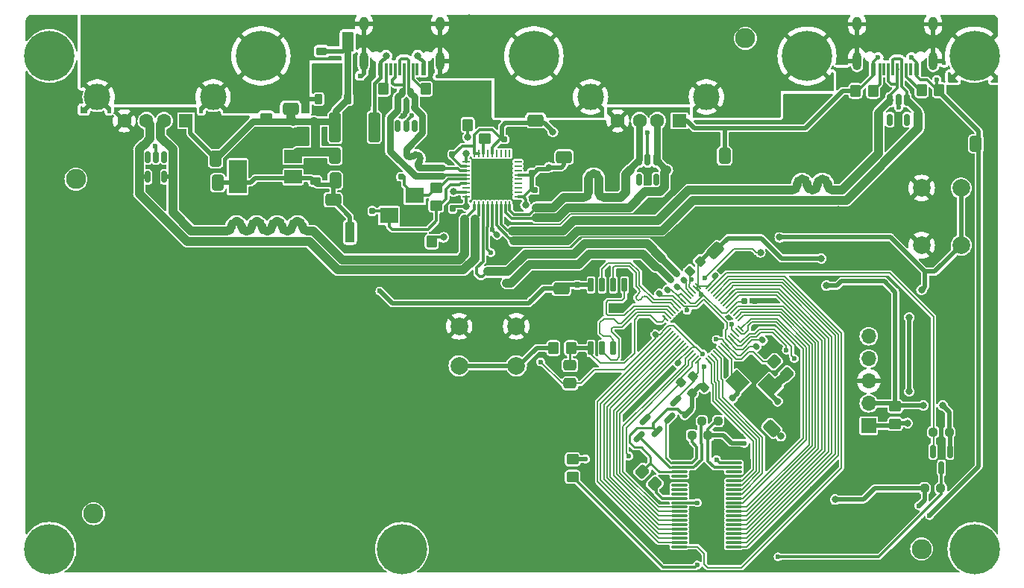
<source format=gbr>
%TF.GenerationSoftware,KiCad,Pcbnew,7.0.10*%
%TF.CreationDate,2024-01-24T01:05:33-05:00*%
%TF.ProjectId,Thinkpad-USB-keyboard-PCB,5468696e-6b70-4616-942d-5553422d6b65,rev?*%
%TF.SameCoordinates,Original*%
%TF.FileFunction,Copper,L1,Top*%
%TF.FilePolarity,Positive*%
%FSLAX46Y46*%
G04 Gerber Fmt 4.6, Leading zero omitted, Abs format (unit mm)*
G04 Created by KiCad (PCBNEW 7.0.10) date 2024-01-24 01:05:33*
%MOMM*%
%LPD*%
G01*
G04 APERTURE LIST*
G04 Aperture macros list*
%AMRoundRect*
0 Rectangle with rounded corners*
0 $1 Rounding radius*
0 $2 $3 $4 $5 $6 $7 $8 $9 X,Y pos of 4 corners*
0 Add a 4 corners polygon primitive as box body*
4,1,4,$2,$3,$4,$5,$6,$7,$8,$9,$2,$3,0*
0 Add four circle primitives for the rounded corners*
1,1,$1+$1,$2,$3*
1,1,$1+$1,$4,$5*
1,1,$1+$1,$6,$7*
1,1,$1+$1,$8,$9*
0 Add four rect primitives between the rounded corners*
20,1,$1+$1,$2,$3,$4,$5,0*
20,1,$1+$1,$4,$5,$6,$7,0*
20,1,$1+$1,$6,$7,$8,$9,0*
20,1,$1+$1,$8,$9,$2,$3,0*%
%AMRotRect*
0 Rectangle, with rotation*
0 The origin of the aperture is its center*
0 $1 length*
0 $2 width*
0 $3 Rotation angle, in degrees counterclockwise*
0 Add horizontal line*
21,1,$1,$2,0,0,$3*%
G04 Aperture macros list end*
%TA.AperFunction,SMDPad,CuDef*%
%ADD10RoundRect,0.155000X0.259862X-0.040659X-0.040659X0.259862X-0.259862X0.040659X0.040659X-0.259862X0*%
%TD*%
%TA.AperFunction,ComponentPad*%
%ADD11C,5.700000*%
%TD*%
%TA.AperFunction,SMDPad,CuDef*%
%ADD12RoundRect,0.250000X0.751301X0.167938X0.167938X0.751301X-0.751301X-0.167938X-0.167938X-0.751301X0*%
%TD*%
%TA.AperFunction,SMDPad,CuDef*%
%ADD13RoundRect,0.250000X0.412500X0.650000X-0.412500X0.650000X-0.412500X-0.650000X0.412500X-0.650000X0*%
%TD*%
%TA.AperFunction,SMDPad,CuDef*%
%ADD14RoundRect,0.150000X0.150000X-0.512500X0.150000X0.512500X-0.150000X0.512500X-0.150000X-0.512500X0*%
%TD*%
%TA.AperFunction,SMDPad,CuDef*%
%ADD15RoundRect,0.155000X0.155000X-0.212500X0.155000X0.212500X-0.155000X0.212500X-0.155000X-0.212500X0*%
%TD*%
%TA.AperFunction,SMDPad,CuDef*%
%ADD16RoundRect,0.250000X0.700000X-0.275000X0.700000X0.275000X-0.700000X0.275000X-0.700000X-0.275000X0*%
%TD*%
%TA.AperFunction,SMDPad,CuDef*%
%ADD17RoundRect,0.150000X-0.150000X0.587500X-0.150000X-0.587500X0.150000X-0.587500X0.150000X0.587500X0*%
%TD*%
%TA.AperFunction,SMDPad,CuDef*%
%ADD18RoundRect,0.237500X-0.344715X0.008839X0.008839X-0.344715X0.344715X-0.008839X-0.008839X0.344715X0*%
%TD*%
%TA.AperFunction,SMDPad,CuDef*%
%ADD19RoundRect,0.237500X-0.250000X-0.237500X0.250000X-0.237500X0.250000X0.237500X-0.250000X0.237500X0*%
%TD*%
%TA.AperFunction,SMDPad,CuDef*%
%ADD20RoundRect,0.250000X0.450000X-0.350000X0.450000X0.350000X-0.450000X0.350000X-0.450000X-0.350000X0*%
%TD*%
%TA.AperFunction,SMDPad,CuDef*%
%ADD21RoundRect,0.250000X0.565685X0.070711X0.070711X0.565685X-0.565685X-0.070711X-0.070711X-0.565685X0*%
%TD*%
%TA.AperFunction,ComponentPad*%
%ADD22R,1.600000X1.500000*%
%TD*%
%TA.AperFunction,ComponentPad*%
%ADD23C,1.600000*%
%TD*%
%TA.AperFunction,ComponentPad*%
%ADD24C,3.000000*%
%TD*%
%TA.AperFunction,SMDPad,CuDef*%
%ADD25RoundRect,0.250000X-0.350000X-0.450000X0.350000X-0.450000X0.350000X0.450000X-0.350000X0.450000X0*%
%TD*%
%TA.AperFunction,SMDPad,CuDef*%
%ADD26RoundRect,0.250000X-0.650000X0.412500X-0.650000X-0.412500X0.650000X-0.412500X0.650000X0.412500X0*%
%TD*%
%TA.AperFunction,SMDPad,CuDef*%
%ADD27R,0.600000X1.450000*%
%TD*%
%TA.AperFunction,SMDPad,CuDef*%
%ADD28R,0.300000X1.450000*%
%TD*%
%TA.AperFunction,ComponentPad*%
%ADD29O,1.000000X2.100000*%
%TD*%
%TA.AperFunction,ComponentPad*%
%ADD30O,1.000000X1.600000*%
%TD*%
%TA.AperFunction,SMDPad,CuDef*%
%ADD31RoundRect,0.250000X-0.412500X-0.650000X0.412500X-0.650000X0.412500X0.650000X-0.412500X0.650000X0*%
%TD*%
%TA.AperFunction,SMDPad,CuDef*%
%ADD32RoundRect,0.150000X-0.150000X0.512500X-0.150000X-0.512500X0.150000X-0.512500X0.150000X0.512500X0*%
%TD*%
%TA.AperFunction,SMDPad,CuDef*%
%ADD33RoundRect,0.155000X-0.259862X0.040659X0.040659X-0.259862X0.259862X-0.040659X-0.040659X0.259862X0*%
%TD*%
%TA.AperFunction,SMDPad,CuDef*%
%ADD34RoundRect,0.155000X-0.040659X-0.259862X0.259862X0.040659X0.040659X0.259862X-0.259862X-0.040659X0*%
%TD*%
%TA.AperFunction,WasherPad*%
%ADD35C,2.286000*%
%TD*%
%TA.AperFunction,SMDPad,CuDef*%
%ADD36RoundRect,0.250000X0.350000X0.450000X-0.350000X0.450000X-0.350000X-0.450000X0.350000X-0.450000X0*%
%TD*%
%TA.AperFunction,SMDPad,CuDef*%
%ADD37RoundRect,0.225000X-0.225000X-0.375000X0.225000X-0.375000X0.225000X0.375000X-0.225000X0.375000X0*%
%TD*%
%TA.AperFunction,SMDPad,CuDef*%
%ADD38RoundRect,0.225000X-0.375000X0.225000X-0.375000X-0.225000X0.375000X-0.225000X0.375000X0.225000X0*%
%TD*%
%TA.AperFunction,SMDPad,CuDef*%
%ADD39R,2.000000X1.500000*%
%TD*%
%TA.AperFunction,SMDPad,CuDef*%
%ADD40R,2.000000X3.800000*%
%TD*%
%TA.AperFunction,SMDPad,CuDef*%
%ADD41RoundRect,0.237500X0.380070X-0.044194X-0.044194X0.380070X-0.380070X0.044194X0.044194X-0.380070X0*%
%TD*%
%TA.AperFunction,SMDPad,CuDef*%
%ADD42RoundRect,0.062500X0.062500X-0.350000X0.062500X0.350000X-0.062500X0.350000X-0.062500X-0.350000X0*%
%TD*%
%TA.AperFunction,SMDPad,CuDef*%
%ADD43RoundRect,0.062500X0.350000X-0.062500X0.350000X0.062500X-0.350000X0.062500X-0.350000X-0.062500X0*%
%TD*%
%TA.AperFunction,SMDPad,CuDef*%
%ADD44R,3.700000X3.700000*%
%TD*%
%TA.AperFunction,SMDPad,CuDef*%
%ADD45R,2.100000X1.800000*%
%TD*%
%TA.AperFunction,SMDPad,CuDef*%
%ADD46RoundRect,0.155000X-0.212500X-0.155000X0.212500X-0.155000X0.212500X0.155000X-0.212500X0.155000X0*%
%TD*%
%TA.AperFunction,SMDPad,CuDef*%
%ADD47RoundRect,0.155000X-0.155000X0.212500X-0.155000X-0.212500X0.155000X-0.212500X0.155000X0.212500X0*%
%TD*%
%TA.AperFunction,SMDPad,CuDef*%
%ADD48RoundRect,0.250000X0.400000X1.450000X-0.400000X1.450000X-0.400000X-1.450000X0.400000X-1.450000X0*%
%TD*%
%TA.AperFunction,SMDPad,CuDef*%
%ADD49RoundRect,0.150000X0.309359X0.521491X-0.521491X-0.309359X-0.309359X-0.521491X0.521491X0.309359X0*%
%TD*%
%TA.AperFunction,SMDPad,CuDef*%
%ADD50RoundRect,0.155000X0.040659X0.259862X-0.259862X-0.040659X-0.040659X-0.259862X0.259862X0.040659X0*%
%TD*%
%TA.AperFunction,SMDPad,CuDef*%
%ADD51RotRect,2.100000X1.800000X135.000000*%
%TD*%
%TA.AperFunction,SMDPad,CuDef*%
%ADD52RoundRect,0.250000X-0.475000X0.337500X-0.475000X-0.337500X0.475000X-0.337500X0.475000X0.337500X0*%
%TD*%
%TA.AperFunction,SMDPad,CuDef*%
%ADD53RoundRect,0.150000X0.150000X-0.650000X0.150000X0.650000X-0.150000X0.650000X-0.150000X-0.650000X0*%
%TD*%
%TA.AperFunction,SMDPad,CuDef*%
%ADD54RoundRect,0.237500X0.250000X0.237500X-0.250000X0.237500X-0.250000X-0.237500X0.250000X-0.237500X0*%
%TD*%
%TA.AperFunction,SMDPad,CuDef*%
%ADD55RoundRect,0.050000X-0.238649X-0.309359X0.309359X0.238649X0.238649X0.309359X-0.309359X-0.238649X0*%
%TD*%
%TA.AperFunction,SMDPad,CuDef*%
%ADD56RoundRect,0.050000X0.238649X-0.309359X0.309359X-0.238649X-0.238649X0.309359X-0.309359X0.238649X0*%
%TD*%
%TA.AperFunction,SMDPad,CuDef*%
%ADD57RotRect,3.200000X3.200000X45.000000*%
%TD*%
%TA.AperFunction,ComponentPad*%
%ADD58R,1.700000X1.700000*%
%TD*%
%TA.AperFunction,ComponentPad*%
%ADD59O,1.700000X1.700000*%
%TD*%
%TA.AperFunction,SMDPad,CuDef*%
%ADD60RoundRect,0.250000X0.167938X-0.751301X0.751301X-0.167938X-0.167938X0.751301X-0.751301X0.167938X0*%
%TD*%
%TA.AperFunction,SMDPad,CuDef*%
%ADD61RoundRect,0.075000X-0.825000X-0.075000X0.825000X-0.075000X0.825000X0.075000X-0.825000X0.075000X0*%
%TD*%
%TA.AperFunction,SMDPad,CuDef*%
%ADD62RoundRect,0.200000X-1.000000X-0.450000X1.000000X-0.450000X1.000000X0.450000X-1.000000X0.450000X0*%
%TD*%
%TA.AperFunction,SMDPad,CuDef*%
%ADD63RoundRect,0.250000X-0.450000X0.350000X-0.450000X-0.350000X0.450000X-0.350000X0.450000X0.350000X0*%
%TD*%
%TA.AperFunction,ComponentPad*%
%ADD64C,2.000000*%
%TD*%
%TA.AperFunction,ViaPad*%
%ADD65C,0.800000*%
%TD*%
%TA.AperFunction,ViaPad*%
%ADD66C,0.600000*%
%TD*%
%TA.AperFunction,Conductor*%
%ADD67C,0.200000*%
%TD*%
%TA.AperFunction,Conductor*%
%ADD68C,0.300000*%
%TD*%
%TA.AperFunction,Conductor*%
%ADD69C,0.180000*%
%TD*%
%TA.AperFunction,Conductor*%
%ADD70C,0.500000*%
%TD*%
%TA.AperFunction,Conductor*%
%ADD71C,0.250000*%
%TD*%
%TA.AperFunction,Conductor*%
%ADD72C,0.400000*%
%TD*%
%TA.AperFunction,Conductor*%
%ADD73C,1.000000*%
%TD*%
%TA.AperFunction,Conductor*%
%ADD74C,0.800000*%
%TD*%
%TA.AperFunction,Conductor*%
%ADD75C,0.750000*%
%TD*%
G04 APERTURE END LIST*
D10*
%TO.P,C31,1*%
%TO.N,+3V3*%
X28791283Y-33646126D03*
%TO.P,C31,2*%
%TO.N,GND*%
X27988717Y-32843560D03*
%TD*%
D11*
%TO.P,H8,1,1*%
%TO.N,GNDPWR*%
X0Y-58000000D03*
%TD*%
D12*
%TO.P,C25,1*%
%TO.N,+3V3*%
X35604854Y-24104854D03*
%TO.P,C25,2*%
%TO.N,GND*%
X33395146Y-21895146D03*
%TD*%
D13*
%TO.P,C18,1*%
%TO.N,+5V*%
X-21142500Y-13670000D03*
%TO.P,C18,2*%
%TO.N,GND*%
X-24267500Y-13670000D03*
%TD*%
D14*
%TO.P,U4,1,IO1*%
%TO.N,unconnected-(U4-IO1-Pad1)*%
X55420000Y-9235000D03*
%TO.P,U4,2,VN*%
%TO.N,GND*%
X56370000Y-9235000D03*
%TO.P,U4,3,IO2*%
%TO.N,unconnected-(U4-IO2-Pad3)*%
X57320000Y-9235000D03*
%TO.P,U4,4,IO3*%
%TO.N,D3-*%
X57320000Y-6960000D03*
%TO.P,U4,5,VP*%
%TO.N,+5V*%
X56370000Y-6960000D03*
%TO.P,U4,6,IO4*%
%TO.N,D3+*%
X55420000Y-6960000D03*
%TD*%
D15*
%TO.P,C7,1*%
%TO.N,+3V3*%
X14710000Y-15297500D03*
%TO.P,C7,2*%
%TO.N,GND*%
X14710000Y-14162500D03*
%TD*%
D16*
%TO.P,L1,1,1*%
%TO.N,GND*%
X8000000Y-5575000D03*
%TO.P,L1,2,2*%
%TO.N,GNDPWR*%
X8000000Y-2425000D03*
%TD*%
D17*
%TO.P,Q3,1,G*%
%TO.N,+3V3*%
X62210000Y-46922500D03*
%TO.P,Q3,2,S*%
%TO.N,TP4-RESET-3V3*%
X60310000Y-46922500D03*
%TO.P,Q3,3,D*%
%TO.N,TP4-RESET-5V*%
X61260000Y-48797500D03*
%TD*%
D18*
%TO.P,R4,1*%
%TO.N,TP4-CLK-3V3*%
X33044765Y-38354765D03*
%TO.P,R4,2*%
%TO.N,+3V3*%
X34335235Y-39645235D03*
%TD*%
D19*
%TO.P,R21,1*%
%TO.N,TP4-DATA-5V*%
X34067500Y-43484843D03*
%TO.P,R21,2*%
%TO.N,+5V*%
X35892500Y-43484843D03*
%TD*%
D20*
%TO.P,R12,1*%
%TO.N,GND*%
X-15400000Y-11100000D03*
%TO.P,R12,2*%
%TO.N,+5V*%
X-15400000Y-9100000D03*
%TD*%
D21*
%TO.P,R10,1*%
%TO.N,LED-POWER*%
X28707107Y-50607107D03*
%TO.P,R10,2*%
%TO.N,+3V3*%
X27292893Y-49192893D03*
%TD*%
D10*
%TO.P,C11,1*%
%TO.N,+3V3*%
X30190000Y-28554843D03*
%TO.P,C11,2*%
%TO.N,GND*%
X29387434Y-27752277D03*
%TD*%
D22*
%TO.P,J2,1,VBUS*%
%TO.N,+5V*%
X-24500000Y-9360000D03*
D23*
%TO.P,J2,2,D-*%
%TO.N,D1-*%
X-27000000Y-9360000D03*
%TO.P,J2,3,D+*%
%TO.N,D1+*%
X-29000000Y-9360000D03*
%TO.P,J2,4,GND*%
%TO.N,GND*%
X-31500000Y-9360000D03*
D24*
%TO.P,J2,5,Shield*%
%TO.N,GNDPWR*%
X-21430000Y-6650000D03*
X-34570000Y-6650000D03*
%TD*%
D11*
%TO.P,H7,1,1*%
%TO.N,GNDPWR*%
X65000000Y-58000000D03*
%TD*%
D25*
%TO.P,R6,1*%
%TO.N,GND*%
X5475000Y-9825000D03*
%TO.P,R6,2*%
%TO.N,Net-(U3-SUSP_IND{slash}LOCAL_PWR{slash}NON_REM0)*%
X7475000Y-9825000D03*
%TD*%
D26*
%TO.P,C15,1*%
%TO.N,+3V3*%
X-7810000Y-18337500D03*
%TO.P,C15,2*%
%TO.N,GND*%
X-7810000Y-21462500D03*
%TD*%
D20*
%TO.P,R18,1*%
%TO.N,LED-CAPS-LOCK*%
X19390000Y-49820000D03*
%TO.P,R18,2*%
%TO.N,Net-(U2-GPIO9)*%
X19390000Y-47820000D03*
%TD*%
D27*
%TO.P,J7,A1,GND*%
%TO.N,GND*%
X59250000Y-3485000D03*
%TO.P,J7,A4,VBUS*%
%TO.N,+5V*%
X58450000Y-3485000D03*
D28*
%TO.P,J7,A5,CC1*%
%TO.N,Net-(J7-CC1)*%
X57250000Y-3485000D03*
%TO.P,J7,A6,D+*%
%TO.N,D3+*%
X56250000Y-3485000D03*
%TO.P,J7,A7,D-*%
%TO.N,D3-*%
X55750000Y-3485000D03*
%TO.P,J7,A8,SBU1*%
%TO.N,unconnected-(J7-SBU1-PadA8)*%
X54750000Y-3485000D03*
D27*
%TO.P,J7,A9,VBUS*%
%TO.N,+5V*%
X53550000Y-3485000D03*
%TO.P,J7,A12,GND*%
%TO.N,GND*%
X52750000Y-3485000D03*
%TO.P,J7,B1,GND*%
X52750000Y-3485000D03*
%TO.P,J7,B4,VBUS*%
%TO.N,+5V*%
X53550000Y-3485000D03*
D28*
%TO.P,J7,B5,CC2*%
%TO.N,Net-(J7-CC2)*%
X54250000Y-3485000D03*
%TO.P,J7,B6,D+*%
%TO.N,D3+*%
X55250000Y-3485000D03*
%TO.P,J7,B7,D-*%
%TO.N,D3-*%
X56750000Y-3485000D03*
%TO.P,J7,B8,SBU2*%
%TO.N,unconnected-(J7-SBU2-PadB8)*%
X57750000Y-3485000D03*
D27*
%TO.P,J7,B9,VBUS*%
%TO.N,+5V*%
X58450000Y-3485000D03*
%TO.P,J7,B12,GND*%
%TO.N,GND*%
X59250000Y-3485000D03*
D29*
%TO.P,J7,S1,SHIELD*%
%TO.N,GNDPWR*%
X60320000Y-2570000D03*
D30*
X60320000Y1610000D03*
D29*
X51680000Y-2570000D03*
D30*
X51680000Y1610000D03*
%TD*%
D31*
%TO.P,C14,1*%
%TO.N,+5V*%
X-7592500Y-13310000D03*
%TO.P,C14,2*%
%TO.N,GND*%
X-4467500Y-13310000D03*
%TD*%
D32*
%TO.P,U10,1,IO1*%
%TO.N,DUP-*%
X1450000Y-7662500D03*
%TO.P,U10,2,VN*%
%TO.N,GND*%
X500000Y-7662500D03*
%TO.P,U10,3,IO2*%
%TO.N,DUP+*%
X-450000Y-7662500D03*
%TO.P,U10,4,IO3*%
%TO.N,unconnected-(U10-IO3-Pad4)*%
X-450000Y-9937500D03*
%TO.P,U10,5,VP*%
%TO.N,VBUS*%
X500000Y-9937500D03*
%TO.P,U10,6,IO4*%
%TO.N,unconnected-(U10-IO4-Pad6)*%
X1450000Y-9937500D03*
%TD*%
D33*
%TO.P,C28,1*%
%TO.N,+1V1*%
X40940290Y-34271987D03*
%TO.P,C28,2*%
%TO.N,GND*%
X41742856Y-35074553D03*
%TD*%
D13*
%TO.P,C17,1*%
%TO.N,+3V3*%
X-20887500Y-16390000D03*
%TO.P,C17,2*%
%TO.N,GND*%
X-24012500Y-16390000D03*
%TD*%
D34*
%TO.P,C9,1*%
%TO.N,GND*%
X41880290Y-42044553D03*
%TO.P,C9,2*%
%TO.N,Net-(C9-Pad2)*%
X42682856Y-41241987D03*
%TD*%
D35*
%TO.P,H12,*%
%TO.N,*%
X-35000000Y-54000000D03*
%TD*%
D13*
%TO.P,C33,1*%
%TO.N,+5V*%
X65157500Y-11975000D03*
%TO.P,C33,2*%
%TO.N,GND*%
X62032500Y-11975000D03*
%TD*%
D36*
%TO.P,R9,1*%
%TO.N,Net-(J7-CC2)*%
X53500000Y-5960000D03*
%TO.P,R9,2*%
%TO.N,+5V*%
X51500000Y-5960000D03*
%TD*%
D37*
%TO.P,D1,1,A1*%
%TO.N,GNDPWR*%
X-9450000Y-6900000D03*
%TO.P,D1,2,A2*%
%TO.N,+5V*%
X-6150000Y-6900000D03*
%TD*%
D20*
%TO.P,R16,1*%
%TO.N,RESET*%
X56000000Y-43800000D03*
%TO.P,R16,2*%
%TO.N,+3V3*%
X56000000Y-41800000D03*
%TD*%
D26*
%TO.P,C19,1*%
%TO.N,+5V*%
X-12630000Y-8007500D03*
%TO.P,C19,2*%
%TO.N,GND*%
X-12630000Y-11132500D03*
%TD*%
D25*
%TO.P,R8,1*%
%TO.N,Net-(J7-CC1)*%
X59000000Y-5890000D03*
%TO.P,R8,2*%
%TO.N,+5V*%
X61000000Y-5890000D03*
%TD*%
D20*
%TO.P,R19,1*%
%TO.N,Net-(U3-XTALIN{slash}CLKIN)*%
X3900000Y-19000000D03*
%TO.P,R19,2*%
%TO.N,Net-(U3-XTALOUT)*%
X3900000Y-17000000D03*
%TD*%
D38*
%TO.P,D4,1,K*%
%TO.N,+5V*%
X-9820000Y-12902500D03*
%TO.P,D4,2,A*%
%TO.N,+3V3*%
X-9820000Y-16202500D03*
%TD*%
D39*
%TO.P,U8,1,GND*%
%TO.N,GND*%
X-12340000Y-18030000D03*
%TO.P,U8,2,VO*%
%TO.N,+3V3*%
X-12340000Y-15730000D03*
D40*
X-18640000Y-15730000D03*
D39*
%TO.P,U8,3,VI*%
%TO.N,+5V*%
X-12340000Y-13430000D03*
%TD*%
D41*
%TO.P,C29,1*%
%TO.N,+3V3*%
X33873566Y-25318307D03*
%TO.P,C29,2*%
%TO.N,GND*%
X32653806Y-24098547D03*
%TD*%
D11*
%TO.P,H6,1,1*%
%TO.N,GNDPWR*%
X-40000000Y-58000000D03*
%TD*%
D15*
%TO.P,C10,1*%
%TO.N,+3V3*%
X5725000Y-13192500D03*
%TO.P,C10,2*%
%TO.N,GND*%
X5725000Y-12057500D03*
%TD*%
D33*
%TO.P,R13,1*%
%TO.N,D2-*%
X31198717Y-26673560D03*
%TO.P,R13,2*%
%TO.N,Net-(U2-USB_DM)*%
X32001283Y-27476126D03*
%TD*%
D42*
%TO.P,U3,1,USBDM_DN1/PRT_DIS_M1*%
%TO.N,D1-*%
X8250000Y-18937500D03*
%TO.P,U3,2,USBDP_DN1/PRT_DIS_P1*%
%TO.N,D1+*%
X8750000Y-18937500D03*
%TO.P,U3,3,USBDM_DN2/PRT_DIS_M2*%
%TO.N,D2-*%
X9250000Y-18937500D03*
%TO.P,U3,4,USBDP_DN2/PRT_DIS_P2*%
%TO.N,D2+*%
X9750000Y-18937500D03*
%TO.P,U3,5,VDDA33*%
%TO.N,+3V3*%
X10250000Y-18937500D03*
%TO.P,U3,6,USBDM_DN3/PRT_DIS_M3*%
%TO.N,D3-*%
X10750000Y-18937500D03*
%TO.P,U3,7,USBDP_DN3/PRT_DIS_P3*%
%TO.N,D3+*%
X11250000Y-18937500D03*
%TO.P,U3,8,USBDM_DN4/PRT_DIS_M4*%
%TO.N,D4-*%
X11750000Y-18937500D03*
%TO.P,U3,9,USBDP_DN4/PRT_DIS_P4*%
%TO.N,D4+*%
X12250000Y-18937500D03*
D43*
%TO.P,U3,10,VDDA33*%
%TO.N,+3V3*%
X13187500Y-18000000D03*
%TO.P,U3,11,TEST*%
%TO.N,unconnected-(U3-TEST-Pad11)*%
X13187500Y-17500000D03*
%TO.P,U3,12,PRTPWR1/BC_EN1*%
%TO.N,unconnected-(U3-PRTPWR1{slash}BC_EN1-Pad12)*%
X13187500Y-17000000D03*
%TO.P,U3,13,OCS_N1*%
%TO.N,unconnected-(U3-OCS_N1-Pad13)*%
X13187500Y-16500000D03*
%TO.P,U3,14,CRFILT*%
%TO.N,unconnected-(U3-CRFILT-Pad14)*%
X13187500Y-16000000D03*
%TO.P,U3,15,VDD33*%
%TO.N,+3V3*%
X13187500Y-15500000D03*
%TO.P,U3,16,PRTPWR2/BC_EN2*%
%TO.N,unconnected-(U3-PRTPWR2{slash}BC_EN2-Pad16)*%
X13187500Y-15000000D03*
%TO.P,U3,17,OCS_N2*%
%TO.N,unconnected-(U3-OCS_N2-Pad17)*%
X13187500Y-14500000D03*
%TO.P,U3,18,PRTPWR3/BC_EN3*%
%TO.N,unconnected-(U3-PRTPWR3{slash}BC_EN3-Pad18)*%
X13187500Y-14000000D03*
D42*
%TO.P,U3,19,OCS_N3*%
%TO.N,unconnected-(U3-OCS_N3-Pad19)*%
X12250000Y-13062500D03*
%TO.P,U3,20,PRTPWR4/BC_EN4*%
%TO.N,unconnected-(U3-PRTPWR4{slash}BC_EN4-Pad20)*%
X11750000Y-13062500D03*
%TO.P,U3,21,OCS_N4*%
%TO.N,unconnected-(U3-OCS_N4-Pad21)*%
X11250000Y-13062500D03*
%TO.P,U3,22,SDA/SMBDATA/NON_REM1*%
%TO.N,unconnected-(U3-SDA{slash}SMBDATA{slash}NON_REM1-Pad22)*%
X10750000Y-13062500D03*
%TO.P,U3,23,VDD33*%
%TO.N,+3V3*%
X10250000Y-13062500D03*
%TO.P,U3,24,SCL/SMBCLK/CFG_SEL0*%
%TO.N,unconnected-(U3-SCL{slash}SMBCLK{slash}CFG_SEL0-Pad24)*%
X9750000Y-13062500D03*
%TO.P,U3,25,HS_IND/CFG_SEL1*%
%TO.N,Net-(U3-HS_IND{slash}CFG_SEL1)*%
X9250000Y-13062500D03*
%TO.P,U3,26,RESET_N*%
%TO.N,+3V3*%
X8750000Y-13062500D03*
%TO.P,U3,27,VBUS_DET*%
X8250000Y-13062500D03*
D43*
%TO.P,U3,28,SUSP_IND/LOCAL_PWR/NON_REM0*%
%TO.N,Net-(U3-SUSP_IND{slash}LOCAL_PWR{slash}NON_REM0)*%
X7312500Y-14000000D03*
%TO.P,U3,29,VDDA33*%
%TO.N,+3V3*%
X7312500Y-14500000D03*
%TO.P,U3,30,USBDM_UP*%
%TO.N,DUP-*%
X7312500Y-15000000D03*
%TO.P,U3,31,USBDP_UP*%
%TO.N,DUP+*%
X7312500Y-15500000D03*
%TO.P,U3,32,XTALOUT*%
%TO.N,Net-(U3-XTALOUT)*%
X7312500Y-16000000D03*
%TO.P,U3,33,XTALIN/CLKIN*%
%TO.N,Net-(U3-XTALIN{slash}CLKIN)*%
X7312500Y-16500000D03*
%TO.P,U3,34,PLLFILT*%
%TO.N,unconnected-(U3-PLLFILT-Pad34)*%
X7312500Y-17000000D03*
%TO.P,U3,35,RBIAS*%
%TO.N,Net-(U3-RBIAS)*%
X7312500Y-17500000D03*
%TO.P,U3,36,VDDA33*%
%TO.N,+3V3*%
X7312500Y-18000000D03*
D44*
%TO.P,U3,37,VSS*%
%TO.N,GND*%
X10250000Y-16000000D03*
%TD*%
D11*
%TO.P,H3,1,1*%
%TO.N,GNDPWR*%
X15000000Y-2000000D03*
%TD*%
D45*
%TO.P,Y1,1,1*%
%TO.N,Net-(U3-XTALIN{slash}CLKIN)*%
X-1450000Y-20150000D03*
%TO.P,Y1,2,2*%
%TO.N,GND*%
X1450000Y-20150000D03*
%TO.P,Y1,3,3*%
%TO.N,Net-(U3-XTALOUT)*%
X1450000Y-17850000D03*
%TO.P,Y1,4,4*%
%TO.N,GND*%
X-1450000Y-17850000D03*
%TD*%
D46*
%TO.P,C8,1*%
%TO.N,+3V3*%
X15062500Y-17250000D03*
%TO.P,C8,2*%
%TO.N,GND*%
X16197500Y-17250000D03*
%TD*%
D33*
%TO.P,C13,1*%
%TO.N,+3V3*%
X10768717Y-22268717D03*
%TO.P,C13,2*%
%TO.N,GND*%
X11571283Y-23071283D03*
%TD*%
D47*
%TO.P,C6,1*%
%TO.N,+3V3*%
X5775000Y-19382500D03*
%TO.P,C6,2*%
%TO.N,GND*%
X5775000Y-20517500D03*
%TD*%
D48*
%TO.P,F1,1*%
%TO.N,VBUS*%
X-3125000Y-10090000D03*
%TO.P,F1,2*%
%TO.N,+5V*%
X-7575000Y-10090000D03*
%TD*%
D25*
%TO.P,R5,1*%
%TO.N,GND*%
X1400000Y-23100000D03*
%TO.P,R5,2*%
%TO.N,Net-(U3-RBIAS)*%
X3400000Y-23100000D03*
%TD*%
D49*
%TO.P,Q2,1,G*%
%TO.N,+3V3*%
X28940000Y-44634843D03*
%TO.P,Q2,2,S*%
%TO.N,TP4-DATA-3V3*%
X27596497Y-43291340D03*
%TO.P,Q2,3,D*%
%TO.N,TP4-DATA-5V*%
X26942423Y-45288917D03*
%TD*%
D50*
%TO.P,C23,1*%
%TO.N,+3V3*%
X31381283Y-36898717D03*
%TO.P,C23,2*%
%TO.N,GND*%
X30578717Y-37701283D03*
%TD*%
D51*
%TO.P,Y2,1,1*%
%TO.N,Net-(C9-Pad2)*%
X41790051Y-39445402D03*
%TO.P,Y2,2,2*%
%TO.N,GND*%
X39739441Y-37394792D03*
%TO.P,Y2,3,3*%
%TO.N,Net-(U2-XIN)*%
X38113095Y-39021138D03*
%TO.P,Y2,4,4*%
%TO.N,GND*%
X40163705Y-41071748D03*
%TD*%
D52*
%TO.P,R17,1*%
%TO.N,CS*%
X19100000Y-37115000D03*
%TO.P,R17,2*%
%TO.N,+3V3*%
X19100000Y-39190000D03*
%TD*%
D33*
%TO.P,C24,1*%
%TO.N,+3V3*%
X40220290Y-34991987D03*
%TO.P,C24,2*%
%TO.N,GND*%
X41022856Y-35794553D03*
%TD*%
D25*
%TO.P,R15,1*%
%TO.N,/~{USB_BOOT}*%
X17200000Y-35190000D03*
%TO.P,R15,2*%
%TO.N,CS*%
X19200000Y-35190000D03*
%TD*%
D38*
%TO.P,D3,1,K*%
%TO.N,+5V*%
X-9100000Y-1450000D03*
%TO.P,D3,2,A*%
%TO.N,GND*%
X-9100000Y-4750000D03*
%TD*%
D21*
%TO.P,R14,1*%
%TO.N,Net-(C9-Pad2)*%
X43668680Y-38150377D03*
%TO.P,R14,2*%
%TO.N,Net-(U2-XOUT)*%
X42254466Y-36736163D03*
%TD*%
D11*
%TO.P,H4,1,1*%
%TO.N,GNDPWR*%
X46000000Y-2000000D03*
%TD*%
D35*
%TO.P,H10,*%
%TO.N,*%
X59000000Y-58000000D03*
%TD*%
D53*
%TO.P,U6,1,~{CS}*%
%TO.N,CS*%
X21475000Y-35214843D03*
%TO.P,U6,2,DO(IO1)*%
%TO.N,SD1*%
X22745000Y-35214843D03*
%TO.P,U6,3,IO2*%
%TO.N,SD2*%
X24015000Y-35214843D03*
%TO.P,U6,4,GND*%
%TO.N,GND*%
X25285000Y-35214843D03*
%TO.P,U6,5,DI(IO0)*%
%TO.N,SD0*%
X25285000Y-28014843D03*
%TO.P,U6,6,CLK*%
%TO.N,QSPI_CLK*%
X24015000Y-28014843D03*
%TO.P,U6,7,IO3*%
%TO.N,SD3*%
X22745000Y-28014843D03*
%TO.P,U6,8,VCC*%
%TO.N,+3V3*%
X21475000Y-28014843D03*
%TD*%
D22*
%TO.P,J3,1,VBUS*%
%TO.N,+5V*%
X31500000Y-9360000D03*
D23*
%TO.P,J3,2,D-*%
%TO.N,D4-*%
X29000000Y-9360000D03*
%TO.P,J3,3,D+*%
%TO.N,D4+*%
X27000000Y-9360000D03*
%TO.P,J3,4,GND*%
%TO.N,GND*%
X24500000Y-9360000D03*
D24*
%TO.P,J3,5,Shield*%
%TO.N,GNDPWR*%
X34570000Y-6650000D03*
X21430000Y-6650000D03*
%TD*%
D31*
%TO.P,C16,1*%
%TO.N,+3V3*%
X-7552500Y-16140000D03*
%TO.P,C16,2*%
%TO.N,GND*%
X-4427500Y-16140000D03*
%TD*%
D11*
%TO.P,H5,1,1*%
%TO.N,GNDPWR*%
X65000000Y-2000000D03*
%TD*%
D26*
%TO.P,C1,1*%
%TO.N,+3V3*%
X15200000Y-9362500D03*
%TO.P,C1,2*%
%TO.N,GND*%
X15200000Y-12487500D03*
%TD*%
D46*
%TO.P,C12,1*%
%TO.N,+3V3*%
X11657500Y-11475000D03*
%TO.P,C12,2*%
%TO.N,GND*%
X12792500Y-11475000D03*
%TD*%
D54*
%TO.P,R23,1*%
%TO.N,TP4-RESET-5V*%
X61180000Y-51130000D03*
%TO.P,R23,2*%
%TO.N,+5V*%
X59355000Y-51130000D03*
%TD*%
D11*
%TO.P,H1,1,1*%
%TO.N,GNDPWR*%
X-40000000Y-2000000D03*
%TD*%
D46*
%TO.P,C30,1*%
%TO.N,+3V3*%
X38912500Y-29824843D03*
%TO.P,C30,2*%
%TO.N,GND*%
X40047500Y-29824843D03*
%TD*%
D27*
%TO.P,J1,A1,GND*%
%TO.N,GND*%
X3250000Y-3485000D03*
%TO.P,J1,A4,VBUS*%
%TO.N,VBUS*%
X2450000Y-3485000D03*
D28*
%TO.P,J1,A5,CC1*%
%TO.N,Net-(J1-CC1)*%
X1250000Y-3485000D03*
%TO.P,J1,A6,D+*%
%TO.N,DUP+*%
X250000Y-3485000D03*
%TO.P,J1,A7,D-*%
%TO.N,DUP-*%
X-250000Y-3485000D03*
%TO.P,J1,A8,SBU1*%
%TO.N,unconnected-(J1-SBU1-PadA8)*%
X-1250000Y-3485000D03*
D27*
%TO.P,J1,A9,VBUS*%
%TO.N,VBUS*%
X-2450000Y-3485000D03*
%TO.P,J1,A12,GND*%
%TO.N,GND*%
X-3250000Y-3485000D03*
%TO.P,J1,B1,GND*%
X-3250000Y-3485000D03*
%TO.P,J1,B4,VBUS*%
%TO.N,VBUS*%
X-2450000Y-3485000D03*
D28*
%TO.P,J1,B5,CC2*%
%TO.N,Net-(J1-CC2)*%
X-1750000Y-3485000D03*
%TO.P,J1,B6,D+*%
%TO.N,DUP+*%
X-750000Y-3485000D03*
%TO.P,J1,B7,D-*%
%TO.N,DUP-*%
X750000Y-3485000D03*
%TO.P,J1,B8,SBU2*%
%TO.N,unconnected-(J1-SBU2-PadB8)*%
X1750000Y-3485000D03*
D27*
%TO.P,J1,B9,VBUS*%
%TO.N,VBUS*%
X2450000Y-3485000D03*
%TO.P,J1,B12,GND*%
%TO.N,GND*%
X3250000Y-3485000D03*
D29*
%TO.P,J1,S1,SHIELD*%
%TO.N,GNDPWR*%
X4320000Y-2570000D03*
D30*
X4320000Y1610000D03*
D29*
X-4320000Y-2570000D03*
D30*
X-4320000Y1610000D03*
%TD*%
D36*
%TO.P,R2,1*%
%TO.N,Net-(J1-CC2)*%
X-2080000Y-5750000D03*
%TO.P,R2,2*%
%TO.N,GND*%
X-4080000Y-5750000D03*
%TD*%
D10*
%TO.P,C27,1*%
%TO.N,+1V1*%
X29240000Y-29004843D03*
%TO.P,C27,2*%
%TO.N,GND*%
X28437434Y-28202277D03*
%TD*%
D55*
%TO.P,U2,1,IOVDD*%
%TO.N,+3V3*%
X29944529Y-32982000D03*
%TO.P,U2,2,GPIO0*%
%TO.N,SENSE5*%
X30227372Y-33264843D03*
%TO.P,U2,3,GPIO1*%
%TO.N,SENSE0*%
X30510214Y-33547685D03*
%TO.P,U2,4,GPIO2*%
%TO.N,SENSE3*%
X30793057Y-33830528D03*
%TO.P,U2,5,GPIO3*%
%TO.N,SENSE2*%
X31075900Y-34113371D03*
%TO.P,U2,6,GPIO4*%
%TO.N,SENSE4*%
X31358742Y-34396213D03*
%TO.P,U2,7,GPIO5*%
%TO.N,SENSE1*%
X31641585Y-34679056D03*
%TO.P,U2,8,GPIO6*%
%TO.N,SENSE6*%
X31924428Y-34961899D03*
%TO.P,U2,9,GPIO7*%
%TO.N,SENSE7*%
X32207271Y-35244742D03*
%TO.P,U2,10,IOVDD*%
%TO.N,+3V3*%
X32490113Y-35527584D03*
%TO.P,U2,11,GPIO8*%
%TO.N,PWRSWITCH*%
X32772956Y-35810427D03*
%TO.P,U2,12,GPIO9*%
%TO.N,Net-(U2-GPIO9)*%
X33055799Y-36093270D03*
%TO.P,U2,13,GPIO10*%
%TO.N,TP4-DATA-3V3*%
X33338641Y-36376112D03*
%TO.P,U2,14,GPIO11*%
%TO.N,TP4-CLK-3V3*%
X33621484Y-36658955D03*
D56*
%TO.P,U2,15,GPIO12*%
%TO.N,DRV13*%
X34805888Y-36658955D03*
%TO.P,U2,16,GPIO13*%
%TO.N,DRV15*%
X35088731Y-36376112D03*
%TO.P,U2,17,GPIO14*%
%TO.N,DRV12*%
X35371573Y-36093270D03*
%TO.P,U2,18,GPIO15*%
%TO.N,DRV14*%
X35654416Y-35810427D03*
%TO.P,U2,19,TESTEN*%
%TO.N,GND*%
X35937259Y-35527584D03*
%TO.P,U2,20,XIN*%
%TO.N,Net-(U2-XIN)*%
X36220101Y-35244742D03*
%TO.P,U2,21,XOUT*%
%TO.N,Net-(U2-XOUT)*%
X36502944Y-34961899D03*
%TO.P,U2,22,IOVDD*%
%TO.N,+3V3*%
X36785787Y-34679056D03*
%TO.P,U2,23,DVDD*%
%TO.N,+1V1*%
X37068630Y-34396213D03*
%TO.P,U2,24,SWCLK*%
%TO.N,SWCLK*%
X37351472Y-34113371D03*
%TO.P,U2,25,SWD*%
%TO.N,SWD*%
X37634315Y-33830528D03*
%TO.P,U2,26,RUN*%
%TO.N,RESET*%
X37917158Y-33547685D03*
%TO.P,U2,27,GPIO16*%
%TO.N,DRV11*%
X38200000Y-33264843D03*
%TO.P,U2,28,GPIO17*%
%TO.N,DRV0*%
X38482843Y-32982000D03*
D55*
%TO.P,U2,29,GPIO18*%
%TO.N,DRV9*%
X38482843Y-31797596D03*
%TO.P,U2,30,GPIO19*%
%TO.N,DRV1*%
X38200000Y-31514753D03*
%TO.P,U2,31,GPIO20*%
%TO.N,DRV10*%
X37917158Y-31231911D03*
%TO.P,U2,32,GPIO21*%
%TO.N,DRV2*%
X37634315Y-30949068D03*
%TO.P,U2,33,IOVDD*%
%TO.N,+3V3*%
X37351472Y-30666225D03*
%TO.P,U2,34,GPIO22*%
%TO.N,DRV7*%
X37068630Y-30383383D03*
%TO.P,U2,35,GPIO23*%
%TO.N,DRV3*%
X36785787Y-30100540D03*
%TO.P,U2,36,GPIO24*%
%TO.N,DRV6*%
X36502944Y-29817697D03*
%TO.P,U2,37,GPIO25*%
%TO.N,DRV8*%
X36220101Y-29534854D03*
%TO.P,U2,38,GPIO26_ADC0*%
%TO.N,DRV5*%
X35937259Y-29252012D03*
%TO.P,U2,39,GPIO27_ADC1*%
%TO.N,DRV4*%
X35654416Y-28969169D03*
%TO.P,U2,40,GPIO28_ADC2*%
%TO.N,HOTKEY*%
X35371573Y-28686326D03*
%TO.P,U2,41,GPIO29_ADC3*%
%TO.N,TP4-RESET-3V3*%
X35088731Y-28403484D03*
%TO.P,U2,42,IOVDD*%
%TO.N,+3V3*%
X34805888Y-28120641D03*
D56*
%TO.P,U2,43,ADC_AVDD*%
X33621484Y-28120641D03*
%TO.P,U2,44,VREG_IN*%
X33338641Y-28403484D03*
%TO.P,U2,45,VREG_VOUT*%
%TO.N,+1V1*%
X33055799Y-28686326D03*
%TO.P,U2,46,USB_DM*%
%TO.N,Net-(U2-USB_DM)*%
X32772956Y-28969169D03*
%TO.P,U2,47,USB_DP*%
%TO.N,Net-(U2-USB_DP)*%
X32490113Y-29252012D03*
%TO.P,U2,48,USB_VDD*%
%TO.N,+3V3*%
X32207271Y-29534854D03*
%TO.P,U2,49,IOVDD*%
X31924428Y-29817697D03*
%TO.P,U2,50,DVDD*%
%TO.N,+1V1*%
X31641585Y-30100540D03*
%TO.P,U2,51,QSPI_SD3*%
%TO.N,SD3*%
X31358742Y-30383383D03*
%TO.P,U2,52,QSPI_SCLK*%
%TO.N,QSPI_CLK*%
X31075900Y-30666225D03*
%TO.P,U2,53,QSPI_SD0*%
%TO.N,SD0*%
X30793057Y-30949068D03*
%TO.P,U2,54,QSPI_SD2*%
%TO.N,SD2*%
X30510214Y-31231911D03*
%TO.P,U2,55,QSPI_SD1*%
%TO.N,SD1*%
X30227372Y-31514753D03*
%TO.P,U2,56,QSPI_SS*%
%TO.N,CS*%
X29944529Y-31797596D03*
D57*
%TO.P,U2,57,GND*%
%TO.N,GND*%
X34213686Y-32389798D03*
%TD*%
D19*
%TO.P,R22,1*%
%TO.N,TP4-RESET-3V3*%
X60320000Y-44730000D03*
%TO.P,R22,2*%
%TO.N,+3V3*%
X62145000Y-44730000D03*
%TD*%
D46*
%TO.P,C4,1*%
%TO.N,GND*%
X-1192500Y-15725000D03*
%TO.P,C4,2*%
%TO.N,Net-(U3-XTALOUT)*%
X-57500Y-15725000D03*
%TD*%
D26*
%TO.P,C32,1*%
%TO.N,+3V3*%
X18120000Y-28425000D03*
%TO.P,C32,2*%
%TO.N,GND*%
X18120000Y-31550000D03*
%TD*%
D58*
%TO.P,J4,1,Pin_1*%
%TO.N,RESET*%
X53000000Y-44000000D03*
D59*
%TO.P,J4,2,Pin_2*%
%TO.N,+3V3*%
X53000000Y-41460000D03*
%TO.P,J4,3,Pin_3*%
%TO.N,GND*%
X53000000Y-38920000D03*
%TO.P,J4,4,Pin_4*%
%TO.N,SWD*%
X53000000Y-36380000D03*
%TO.P,J4,5,Pin_5*%
%TO.N,SWCLK*%
X53000000Y-33840000D03*
%TD*%
D47*
%TO.P,C26,1*%
%TO.N,+3V3*%
X19930000Y-28017343D03*
%TO.P,C26,2*%
%TO.N,GND*%
X19930000Y-29152343D03*
%TD*%
%TO.P,C3,1*%
%TO.N,GND*%
X-3380000Y-18482500D03*
%TO.P,C3,2*%
%TO.N,Net-(U3-XTALIN{slash}CLKIN)*%
X-3380000Y-19617500D03*
%TD*%
D14*
%TO.P,U5,1,IO1*%
%TO.N,unconnected-(U5-IO1-Pad1)*%
X26950000Y-16075000D03*
%TO.P,U5,2,VN*%
%TO.N,GND*%
X27900000Y-16075000D03*
%TO.P,U5,3,IO2*%
%TO.N,unconnected-(U5-IO2-Pad3)*%
X28850000Y-16075000D03*
%TO.P,U5,4,IO3*%
%TO.N,D4-*%
X28850000Y-13800000D03*
%TO.P,U5,5,VP*%
%TO.N,+5V*%
X27900000Y-13800000D03*
%TO.P,U5,6,IO4*%
%TO.N,D4+*%
X26950000Y-13800000D03*
%TD*%
D18*
%TO.P,R20,1*%
%TO.N,TP4-DATA-3V3*%
X31650000Y-39084843D03*
%TO.P,R20,2*%
%TO.N,+3V3*%
X32940470Y-40375313D03*
%TD*%
D60*
%TO.P,C34,1*%
%TO.N,+5V*%
X41985146Y-44284854D03*
%TO.P,C34,2*%
%TO.N,GND*%
X44194854Y-42075146D03*
%TD*%
D13*
%TO.P,C20,1*%
%TO.N,+5V*%
X36637500Y-13350000D03*
%TO.P,C20,2*%
%TO.N,GND*%
X33512500Y-13350000D03*
%TD*%
D61*
%TO.P,J6,1,Pin_1*%
%TO.N,HOTKEY*%
X31500000Y-57750000D03*
%TO.P,J6,2,Pin_2*%
%TO.N,DRV4*%
X37700000Y-57750000D03*
%TO.P,J6,3,Pin_3*%
%TO.N,SENSE5*%
X31500000Y-57250000D03*
%TO.P,J6,4,Pin_4*%
%TO.N,DRV5*%
X37700000Y-57250000D03*
%TO.P,J6,5,Pin_5*%
%TO.N,SENSE0*%
X31500000Y-56750000D03*
%TO.P,J6,6,Pin_6*%
%TO.N,DRV8*%
X37700000Y-56750000D03*
%TO.P,J6,7,Pin_7*%
%TO.N,SENSE3*%
X31500000Y-56250000D03*
%TO.P,J6,8,Pin_8*%
%TO.N,DRV6*%
X37700000Y-56250000D03*
%TO.P,J6,9,Pin_9*%
%TO.N,SENSE2*%
X31500000Y-55750000D03*
%TO.P,J6,10,Pin_10*%
%TO.N,DRV3*%
X37700000Y-55750000D03*
%TO.P,J6,11,Pin_11*%
%TO.N,SENSE4*%
X31500000Y-55250000D03*
%TO.P,J6,12,Pin_12*%
%TO.N,DRV7*%
X37700000Y-55250000D03*
%TO.P,J6,13,Pin_13*%
%TO.N,SENSE1*%
X31500000Y-54750000D03*
%TO.P,J6,14,Pin_14*%
%TO.N,DRV2*%
X37700000Y-54750000D03*
%TO.P,J6,15,Pin_15*%
%TO.N,SENSE6*%
X31500000Y-54250000D03*
%TO.P,J6,16,Pin_16*%
%TO.N,DRV10*%
X37700000Y-54250000D03*
%TO.P,J6,17,Pin_17*%
%TO.N,SENSE7*%
X31500000Y-53750000D03*
%TO.P,J6,18,Pin_18*%
%TO.N,DRV1*%
X37700000Y-53750000D03*
%TO.P,J6,19,Pin_19*%
%TO.N,PWRSWITCH*%
X31500000Y-53250000D03*
%TO.P,J6,20,Pin_20*%
%TO.N,DRV9*%
X37700000Y-53250000D03*
%TO.P,J6,21,Pin_21*%
%TO.N,LED-CAPS-LOCK*%
X31500000Y-52750000D03*
%TO.P,J6,22,Pin_22*%
%TO.N,DRV0*%
X37700000Y-52750000D03*
%TO.P,J6,23,Pin_23*%
%TO.N,LED-POWER*%
X31500000Y-52250000D03*
%TO.P,J6,24,Pin_24*%
%TO.N,DRV11*%
X37700000Y-52250000D03*
%TO.P,J6,25,Pin_25*%
%TO.N,KBDID0*%
X31500000Y-51750000D03*
%TO.P,J6,26,Pin_26*%
%TO.N,DRV14*%
X37700000Y-51750000D03*
%TO.P,J6,27,Pin_27*%
%TO.N,KBDID1*%
X31500000Y-51250000D03*
%TO.P,J6,28,Pin_28*%
%TO.N,DRV12*%
X37700000Y-51250000D03*
%TO.P,J6,29,Pin_29*%
%TO.N,KBDID2*%
X31500000Y-50750000D03*
%TO.P,J6,30,Pin_30*%
%TO.N,DRV15*%
X37700000Y-50750000D03*
%TO.P,J6,31,Pin_31*%
%TO.N,GND*%
X31500000Y-50250000D03*
%TO.P,J6,32,Pin_32*%
%TO.N,DRV13*%
X37700000Y-50250000D03*
%TO.P,J6,33,Pin_33*%
%TO.N,LED-VOL-MUTE*%
X31500000Y-49750000D03*
%TO.P,J6,34,Pin_34*%
%TO.N,GND*%
X37700000Y-49750000D03*
%TO.P,J6,35,Pin_35*%
%TO.N,+3V3*%
X31500000Y-49250000D03*
%TO.P,J6,36,Pin_36*%
%TO.N,LED-MIC-MUTE*%
X37700000Y-49250000D03*
%TO.P,J6,37,Pin_37*%
%TO.N,TP4-DATA-5V*%
X31500000Y-48750000D03*
%TO.P,J6,38,Pin_38*%
%TO.N,+5V*%
X37700000Y-48750000D03*
%TO.P,J6,39,Pin_39*%
%TO.N,TP4-CLK-5V*%
X31500000Y-48250000D03*
%TO.P,J6,40,Pin_40*%
%TO.N,TP4-RESET-5V*%
X37700000Y-48250000D03*
D62*
%TO.P,J6,MP,MountPin*%
%TO.N,GND*%
X31800000Y-47050000D03*
X31800000Y-58950000D03*
X37400000Y-47050000D03*
X37400000Y-58950000D03*
%TD*%
D35*
%TO.P,H9,*%
%TO.N,*%
X39000000Y0D03*
%TD*%
D19*
%TO.P,R11,1*%
%TO.N,TP4-CLK-5V*%
X32937500Y-45084843D03*
%TO.P,R11,2*%
%TO.N,+5V*%
X34762500Y-45084843D03*
%TD*%
D34*
%TO.P,C22,1*%
%TO.N,+3V3*%
X35578717Y-26996126D03*
%TO.P,C22,2*%
%TO.N,GND*%
X36381283Y-26193560D03*
%TD*%
D41*
%TO.P,C21,1*%
%TO.N,+1V1*%
X32723566Y-26418307D03*
%TO.P,C21,2*%
%TO.N,GND*%
X31503806Y-25198547D03*
%TD*%
D25*
%TO.P,R1,1*%
%TO.N,Net-(J1-CC1)*%
X2700000Y-5750000D03*
%TO.P,R1,2*%
%TO.N,GND*%
X4700000Y-5750000D03*
%TD*%
D14*
%TO.P,U1,1,IO1*%
%TO.N,D1+*%
X-28850000Y-15737500D03*
%TO.P,U1,2,VN*%
%TO.N,GND*%
X-27900000Y-15737500D03*
%TO.P,U1,3,IO2*%
%TO.N,D1-*%
X-26950000Y-15737500D03*
%TO.P,U1,4,IO3*%
%TO.N,unconnected-(U1-IO3-Pad4)*%
X-26950000Y-13462500D03*
%TO.P,U1,5,VP*%
%TO.N,+5V*%
X-27900000Y-13462500D03*
%TO.P,U1,6,IO4*%
%TO.N,unconnected-(U1-IO4-Pad6)*%
X-28850000Y-13462500D03*
%TD*%
D33*
%TO.P,R3,1*%
%TO.N,D2+*%
X30488717Y-27393560D03*
%TO.P,R3,2*%
%TO.N,Net-(U2-USB_DP)*%
X31291283Y-28196126D03*
%TD*%
D49*
%TO.P,Q1,1,G*%
%TO.N,+3V3*%
X32404664Y-42513682D03*
%TO.P,Q1,2,S*%
%TO.N,TP4-CLK-3V3*%
X31061161Y-41170179D03*
%TO.P,Q1,3,D*%
%TO.N,TP4-CLK-5V*%
X30407087Y-43167756D03*
%TD*%
D10*
%TO.P,C5,1*%
%TO.N,GND*%
X38344139Y-41695836D03*
%TO.P,C5,2*%
%TO.N,Net-(U2-XIN)*%
X37541573Y-40893270D03*
%TD*%
D11*
%TO.P,H2,1,1*%
%TO.N,GNDPWR*%
X-16000000Y-2000000D03*
%TD*%
D26*
%TO.P,C2,1*%
%TO.N,+3V3*%
X18430000Y-13477500D03*
%TO.P,C2,2*%
%TO.N,GND*%
X18430000Y-16602500D03*
%TD*%
D63*
%TO.P,R7,1*%
%TO.N,GND*%
X9450000Y-9350000D03*
%TO.P,R7,2*%
%TO.N,Net-(U3-HS_IND{slash}CFG_SEL1)*%
X9450000Y-11350000D03*
%TD*%
D35*
%TO.P,H11,*%
%TO.N,*%
X-37000000Y-16000000D03*
%TD*%
D64*
%TO.P,SW3,1,1*%
%TO.N,GND*%
X13000000Y-32700000D03*
X6500000Y-32700000D03*
%TO.P,SW3,2,2*%
%TO.N,/~{USB_BOOT}*%
X13000000Y-37200000D03*
X6500000Y-37200000D03*
%TD*%
%TO.P,SW1,1,1*%
%TO.N,GND*%
X59000000Y-17000000D03*
X59000000Y-23500000D03*
%TO.P,SW1,2,2*%
%TO.N,RESET*%
X63500000Y-17000000D03*
X63500000Y-23500000D03*
%TD*%
D65*
%TO.N,GND*%
X-24500000Y-18100000D03*
X34210000Y-41030000D03*
D66*
X11440000Y-17780000D03*
D65*
X59500000Y-29600000D03*
X19700000Y-32100000D03*
X65900000Y-9600000D03*
D66*
X47300000Y-27300000D03*
X30100000Y-8500000D03*
X59200000Y-54800000D03*
D65*
X22110000Y-25710000D03*
D66*
X49100000Y-25900000D03*
D65*
X43200000Y-23800000D03*
X10250000Y-16000000D03*
X49400000Y-16000000D03*
X62280000Y-50530000D03*
D66*
X34000000Y-31000000D03*
X31440000Y-23940000D03*
X32440000Y-32420000D03*
X50620000Y-35660000D03*
X48870000Y-31370000D03*
X9810000Y-17770000D03*
X11900000Y-20900000D03*
X13970000Y-29030000D03*
X58100000Y-53700000D03*
X42800000Y-47200000D03*
X41570000Y-58170000D03*
D65*
X24020000Y-38410000D03*
D66*
X41700000Y-46900000D03*
D65*
X61250000Y-3800000D03*
D66*
X35030000Y-59520000D03*
D65*
X-24900000Y-11950000D03*
X49550000Y-19450000D03*
X-41437500Y-16790000D03*
X9720000Y-5250000D03*
D66*
X-27900000Y-14700000D03*
X21570000Y-46760000D03*
D65*
X5250000Y-6910000D03*
D66*
X44000000Y-46000000D03*
D65*
X57000000Y-29400000D03*
D66*
X-3400000Y-24000000D03*
D65*
X21500000Y-37000000D03*
X29570000Y-58100000D03*
X16630000Y-33200000D03*
D66*
X47900000Y-49900000D03*
D65*
X38900000Y-19500000D03*
D66*
X22500000Y-51610000D03*
D65*
X3000000Y-12000000D03*
D66*
X50640000Y-37100000D03*
X40110000Y-59690000D03*
X19920000Y-29954843D03*
D65*
X49700000Y-5100000D03*
X-27900000Y-17200000D03*
D66*
X39300000Y-46800000D03*
X47300000Y-26000000D03*
X47600000Y-52100000D03*
D65*
X-31000000Y-17500000D03*
D66*
X59700000Y-42600000D03*
D65*
X15750000Y-13750000D03*
X-2920000Y-12510000D03*
X-10160000Y-20760000D03*
D66*
X35400000Y-31700000D03*
X25130000Y-33644843D03*
D65*
X17030000Y-36920000D03*
X46350000Y-11000000D03*
X-900000Y-14700000D03*
X55500000Y-23900000D03*
X32700000Y-43950000D03*
X48000000Y-6700000D03*
D66*
X46600000Y-51200000D03*
D65*
X32200000Y-13450000D03*
X-19000000Y-25000000D03*
X16375000Y-15975000D03*
D66*
X15910000Y-29920000D03*
D65*
X-14100000Y-18050000D03*
D66*
X21540000Y-48280000D03*
X39300000Y-47600000D03*
D65*
X41900000Y-25100000D03*
X56350000Y-10500000D03*
D66*
X61100000Y-42600000D03*
D65*
X31050000Y-45750000D03*
X9100000Y-16000000D03*
X14150000Y-27640000D03*
X13325000Y-11475000D03*
X-4800000Y-7100000D03*
X35763686Y-49678427D03*
X-22750000Y-10000000D03*
D66*
X-25900000Y-10300000D03*
X-1600000Y-27400000D03*
X36190000Y-57660000D03*
X47740000Y-30250000D03*
X100000Y-8800000D03*
X48800000Y-50900000D03*
X37100000Y-31700000D03*
D65*
X-14790000Y-14960000D03*
X42721573Y-35093270D03*
D66*
X-1600000Y-24000000D03*
X34770000Y-21240000D03*
X44810000Y-37150000D03*
X10020000Y-25450000D03*
X-3400000Y-27400000D03*
D65*
X51950000Y-4450000D03*
D66*
X56800000Y-40600000D03*
D65*
X3000000Y-20350000D03*
X24130000Y-16730000D03*
X-14110000Y-10590000D03*
D66*
X30000000Y-11400000D03*
X59700000Y-40700000D03*
D65*
X58600000Y-40600000D03*
X45400000Y-9250000D03*
X3250000Y-7200000D03*
X58500000Y-42600000D03*
D66*
X33150000Y-50244843D03*
X61100000Y-40700000D03*
D65*
X-3250000Y-17150000D03*
D66*
X27330000Y-32270000D03*
X28130000Y-27170000D03*
D65*
X-23050000Y-14970000D03*
D66*
X39960000Y-32810000D03*
X29990000Y-38280000D03*
D65*
X17200000Y-17650000D03*
D66*
X40400000Y-43800000D03*
X38500000Y-45200000D03*
D65*
X43800000Y-16100000D03*
X58100000Y-28200000D03*
D66*
X11890000Y-25070000D03*
X27900000Y-15000000D03*
D65*
X55250000Y-12000000D03*
X53000000Y-12000000D03*
X60900000Y-54450000D03*
X57200000Y-13300000D03*
X27540000Y-19390000D03*
X39100000Y-42300000D03*
X50400000Y-7000000D03*
X-1700000Y-7200000D03*
D66*
X34120000Y-60400000D03*
X37951528Y-37075546D03*
D65*
X11175000Y-15200000D03*
X11860000Y-29020000D03*
D66*
X40870000Y-29814843D03*
X44850000Y-35450000D03*
D65*
X58600000Y-30900000D03*
X54900000Y-5670000D03*
D66*
X35520000Y-46950000D03*
X26690000Y-47090000D03*
D65*
X60270000Y-50210000D03*
X31850000Y-22400000D03*
X60890000Y-7320000D03*
D66*
X33860000Y-49120000D03*
X24620000Y-56100000D03*
X35600000Y-33100000D03*
X33320000Y-16270000D03*
X25760000Y-48280000D03*
D65*
X10590000Y-27680000D03*
D66*
X59900000Y-4050000D03*
X10970000Y-23410000D03*
X34180000Y-34060000D03*
X31100000Y-32000000D03*
X36830000Y-36850000D03*
D65*
X37200000Y-25750000D03*
D66*
X49000000Y-27300000D03*
D65*
X-7500000Y-3250000D03*
X-9700000Y-8300000D03*
X62260000Y-5930000D03*
D66*
%TO.N,+3V3*%
X35700000Y-34200000D03*
X-2500000Y-28700000D03*
D65*
X47600000Y-25000000D03*
X17150000Y-10650000D03*
X61400000Y-41700000D03*
X14040000Y-18950000D03*
D66*
X34280000Y-37294843D03*
X10300000Y-21700000D03*
X14665000Y-29835000D03*
D65*
X7320000Y-19060000D03*
D66*
X34000000Y-29100000D03*
D65*
X16725000Y-14650000D03*
X-5900000Y-21550000D03*
D66*
X34180000Y-35834843D03*
X15760000Y-36750000D03*
D65*
X-5900000Y-22575000D03*
X59200000Y-41700000D03*
X48200000Y-28100000D03*
D66*
%TO.N,VBUS*%
X1100000Y-8800000D03*
D65*
X1800000Y-2000000D03*
X-1800000Y-2000000D03*
%TO.N,GNDPWR*%
X54000000Y-1000000D03*
X9300000Y1100000D03*
X-2510000Y-1080000D03*
X-1300000Y900000D03*
X29100000Y2200000D03*
X6000000Y-3000000D03*
X7600000Y2300000D03*
X1300000Y900000D03*
X-7500000Y-250000D03*
X27700000Y700000D03*
X58000000Y-1000000D03*
D66*
X-100000Y-1000000D03*
D65*
X2550000Y-1080000D03*
X10000000Y-3000000D03*
D66*
%TO.N,D2+*%
X10100000Y-24340000D03*
D65*
X11910000Y-27820000D03*
%TO.N,Net-(U3-RBIAS)*%
X5900000Y-17425000D03*
X4750000Y-22600000D03*
%TO.N,Net-(U3-SUSP_IND{slash}LOCAL_PWR{slash}NON_REM0)*%
X7475000Y-11225000D03*
X7275000Y-13075000D03*
D66*
%TO.N,SWD*%
X44550000Y-36370000D03*
%TO.N,SWCLK*%
X43660000Y-35400000D03*
%TO.N,+5V*%
X38900000Y-46000000D03*
X56400000Y-7840000D03*
X-28000000Y-12200000D03*
D65*
X43000000Y-45200000D03*
X49200000Y-52400000D03*
X-6150000Y-900000D03*
D66*
X57860000Y-2140000D03*
X54070000Y-2170000D03*
D65*
X-6150000Y250000D03*
D66*
X27900000Y-10700000D03*
X59900000Y-54200000D03*
X60740000Y-4670000D03*
X58700000Y-53100000D03*
%TO.N,LED-CAPS-LOCK*%
X33540000Y-52750000D03*
X33540000Y-59840000D03*
%TO.N,+1V1*%
X32855422Y-27390980D03*
X32400000Y-30900000D03*
%TO.N,RESET*%
X37470000Y-32474843D03*
D65*
X42900000Y-22600000D03*
X59000000Y-28600000D03*
X40700000Y-24300000D03*
X57600000Y-40100000D03*
X57400000Y-43700000D03*
X57600000Y-31700000D03*
D66*
X34400000Y-27200000D03*
%TO.N,TP4-RESET-5V*%
X35710000Y-47840000D03*
X42710000Y-58890000D03*
%TO.N,Net-(U2-GPIO9)*%
X20850000Y-47780000D03*
X25790000Y-47450000D03*
%TD*%
D67*
%TO.N,GND*%
X44666789Y-35266789D02*
X44850000Y-35450000D01*
X40860000Y-29824843D02*
X40870000Y-29814843D01*
D68*
X500000Y-8400000D02*
X100000Y-8800000D01*
D69*
X29851826Y-22605800D02*
X31217626Y-21240000D01*
X28759460Y-19968600D02*
X32458060Y-16270000D01*
X19090938Y-23766983D02*
X20252121Y-22605800D01*
D70*
X-3250000Y-4050000D02*
X-3250000Y-3485000D01*
D67*
X38601631Y-49750000D02*
X39537600Y-48814031D01*
D69*
X32646730Y-21240000D02*
X33695146Y-22288416D01*
D68*
X33144843Y-50250000D02*
X33150000Y-50244843D01*
D67*
X36820000Y-36840000D02*
X36830000Y-36850000D01*
X34100000Y-32500000D02*
X34213686Y-32389798D01*
D68*
X10970000Y-23410000D02*
X10860000Y-23500000D01*
X10425000Y-16000000D02*
X11650000Y-17225000D01*
D67*
X36820000Y-36410325D02*
X36820000Y-36840000D01*
D69*
X12129803Y-21129803D02*
X17998583Y-21129803D01*
D67*
X30441283Y-37576414D02*
X30441283Y-37743560D01*
D68*
X10250000Y-16000000D02*
X10425000Y-16000000D01*
D70*
X25285000Y-35214843D02*
X25285000Y-33799843D01*
D67*
X35793686Y-49708427D02*
X35763686Y-49678427D01*
D70*
X40163705Y-41071748D02*
X38968227Y-41071748D01*
D67*
X39537600Y-48700000D02*
X39537600Y-47837600D01*
X39960000Y-32810000D02*
X40180000Y-32590000D01*
D68*
X10860000Y-23500000D02*
X11080000Y-23550000D01*
D70*
X40907485Y-41071748D02*
X41880290Y-42044553D01*
D67*
X45030000Y-35450000D02*
X45179164Y-35599164D01*
D70*
X41412856Y-35404553D02*
X41742856Y-35074553D01*
X10250000Y-16000000D02*
X10250000Y-15450000D01*
X38968227Y-41071748D02*
X38344139Y-41695836D01*
D67*
X34180000Y-33770325D02*
X34213686Y-33804011D01*
X45179164Y-36780836D02*
X44810000Y-37150000D01*
D69*
X32458060Y-16270000D02*
X33320000Y-16270000D01*
X31217626Y-21240000D02*
X32646730Y-21240000D01*
D67*
X34213686Y-33804011D02*
X34100000Y-32500000D01*
X34469675Y-34060000D02*
X34180000Y-34060000D01*
X35937259Y-35527584D02*
X36820000Y-36410325D01*
D70*
X19930000Y-29152343D02*
X19930000Y-29944843D01*
D68*
X10250000Y-17250000D02*
X9500000Y-18000000D01*
D67*
X39537600Y-48814031D02*
X39537600Y-48700000D01*
X34180000Y-34060000D02*
X34180000Y-33770325D01*
D69*
X11900000Y-20900000D02*
X12129803Y-21129803D01*
D68*
X10250000Y-16827759D02*
X11402166Y-17979925D01*
X31500000Y-50250000D02*
X33144843Y-50250000D01*
D70*
X-4105000Y-5660000D02*
X-4105000Y-4905000D01*
D67*
X39537600Y-47837600D02*
X39300000Y-47600000D01*
X45179164Y-35599164D02*
X45179164Y-36780836D01*
D70*
X39739441Y-37394792D02*
X39420195Y-37075546D01*
D67*
X30568717Y-37701283D02*
X29990000Y-38280000D01*
X37700000Y-49750000D02*
X38601631Y-49750000D01*
D69*
X19159786Y-19968600D02*
X27359786Y-19968600D01*
D67*
X42386789Y-32590000D02*
X44666789Y-34870000D01*
D68*
X500000Y-7662500D02*
X500000Y-8400000D01*
D70*
X39420195Y-37075546D02*
X37951528Y-37075546D01*
X41724139Y-35093270D02*
X42721573Y-35093270D01*
D68*
X10250000Y-16000000D02*
X10250000Y-16827759D01*
D70*
X10250000Y-15450000D02*
X10300000Y-15400000D01*
D67*
X35937259Y-35527584D02*
X34469675Y-34060000D01*
D68*
X11571283Y-23071283D02*
X11558717Y-23071283D01*
D69*
X20252121Y-22605800D02*
X29851826Y-22605800D01*
D68*
X10250000Y-16000000D02*
X10250000Y-17250000D01*
D69*
X17998583Y-21129803D02*
X19159786Y-19968600D01*
X11571283Y-23071283D02*
X12266983Y-23766983D01*
D67*
X44850000Y-35450000D02*
X45030000Y-35450000D01*
D70*
X41022856Y-35794553D02*
X41412856Y-35404553D01*
D68*
X11558717Y-23071283D02*
X10970000Y-23410000D01*
D67*
X40180000Y-32590000D02*
X42386789Y-32590000D01*
D69*
X27359786Y-19968600D02*
X28759460Y-19968600D01*
D67*
X44666789Y-34870000D02*
X44666789Y-35266789D01*
D69*
X12266983Y-23766983D02*
X19090938Y-23766983D01*
D70*
X19930000Y-29944843D02*
X19920000Y-29954843D01*
X41412856Y-35404553D02*
X41724139Y-35093270D01*
X25285000Y-33799843D02*
X25130000Y-33644843D01*
D67*
X40047500Y-29824843D02*
X40860000Y-29824843D01*
D70*
X40163705Y-41071748D02*
X40907485Y-41071748D01*
D67*
X37313686Y-49708427D02*
X35793686Y-49708427D01*
D70*
X-4105000Y-4905000D02*
X-3250000Y-4050000D01*
D67*
X30578717Y-37701283D02*
X30568717Y-37701283D01*
%TO.N,+3V3*%
X36306731Y-34200000D02*
X35700000Y-34200000D01*
D68*
X10250000Y-18937500D02*
X10278620Y-18966120D01*
D70*
X14710000Y-17205000D02*
X14755000Y-17250000D01*
D68*
X10300000Y-21700000D02*
X10300000Y-21800000D01*
D70*
X62210000Y-46922500D02*
X62210000Y-44795000D01*
X47600000Y-25000000D02*
X43100000Y-25000000D01*
X14710000Y-15605000D02*
X14710000Y-17205000D01*
D68*
X14100000Y-18890000D02*
X14040000Y-18950000D01*
X5725000Y-13500000D02*
X5725000Y-13350000D01*
D67*
X38092854Y-29924843D02*
X39075000Y-29924843D01*
D71*
X31500000Y-49250000D02*
X29185157Y-49250000D01*
D70*
X53000000Y-41460000D02*
X55660000Y-41460000D01*
D71*
X25850000Y-45914843D02*
X26415158Y-46480000D01*
D70*
X56000000Y-41800000D02*
X56000000Y-28800000D01*
X33110000Y-40544843D02*
X32940470Y-40375313D01*
X62145000Y-44730000D02*
X62145000Y-42445000D01*
D67*
X34000000Y-29400000D02*
X34000000Y-29100000D01*
D70*
X21472500Y-28017343D02*
X21475000Y-28014843D01*
D68*
X13810000Y-18000000D02*
X14100000Y-18290000D01*
D70*
X-9640000Y-16600000D02*
X-10350000Y-15890000D01*
D71*
X29185157Y-49250000D02*
X28217579Y-48282421D01*
D67*
X30190000Y-28554843D02*
X30614748Y-28554843D01*
D70*
X-14520000Y-15890000D02*
X-16650000Y-15890000D01*
D68*
X30167834Y-42147009D02*
X28580000Y-43734843D01*
D67*
X21850000Y-37670000D02*
X25213211Y-37670000D01*
D70*
X-17150000Y-16390000D02*
X-16650000Y-15890000D01*
X-5900000Y-21550000D02*
X-5900000Y-20247500D01*
D68*
X8250000Y-12225000D02*
X8250000Y-10925000D01*
X7305000Y-19075000D02*
X7320000Y-19060000D01*
X27292893Y-49192893D02*
X28203365Y-48282421D01*
D67*
X32962854Y-35054843D02*
X33330000Y-35054843D01*
D70*
X62210000Y-44795000D02*
X62145000Y-44730000D01*
X18120000Y-28425000D02*
X16075000Y-28425000D01*
D67*
X36785787Y-34679056D02*
X36785787Y-34717484D01*
X15760000Y-36750000D02*
X18200000Y-39190000D01*
D70*
X55660000Y-41460000D02*
X56000000Y-41800000D01*
D71*
X28217579Y-47527579D02*
X28217579Y-48282421D01*
D67*
X38131573Y-36063270D02*
X38433205Y-36063270D01*
X32207271Y-29502012D02*
X31663686Y-28958427D01*
X19100000Y-39190000D02*
X20330000Y-39190000D01*
X33621484Y-28120641D02*
X34805888Y-28120641D01*
D70*
X19930000Y-28017343D02*
X21472500Y-28017343D01*
D67*
X18200000Y-39190000D02*
X19100000Y-39190000D01*
X34805888Y-28120641D02*
X34805888Y-28088955D01*
X37351472Y-30666225D02*
X36817697Y-31200000D01*
D70*
X11350000Y-10000000D02*
X11700000Y-9650000D01*
D68*
X10250000Y-13062500D02*
X10250000Y-12375000D01*
D70*
X11775000Y-9575000D02*
X14700000Y-9575000D01*
X-1100000Y-30100000D02*
X-2500000Y-28700000D01*
D68*
X5725000Y-13525000D02*
X5725000Y-13500000D01*
X7312500Y-14500000D02*
X6739818Y-14500000D01*
D67*
X33330000Y-35054843D02*
X33400000Y-35054843D01*
D68*
X13187500Y-18000000D02*
X13810000Y-18000000D01*
D70*
X19930000Y-28017343D02*
X18527657Y-28017343D01*
X16200000Y-9575000D02*
X17050000Y-10425000D01*
D68*
X6314818Y-14075000D02*
X6275000Y-14075000D01*
D67*
X33330000Y-35054843D02*
X30875156Y-32600000D01*
D70*
X40800000Y-22700000D02*
X37702978Y-22700000D01*
D67*
X34000000Y-29100000D02*
X34000000Y-28900000D01*
D70*
X49400000Y-28100000D02*
X48200000Y-28100000D01*
D68*
X31332166Y-42147009D02*
X30167834Y-42147009D01*
D67*
X28791283Y-34091928D02*
X28791283Y-33646126D01*
D70*
X-7770000Y-16600000D02*
X-7770000Y-18297500D01*
X18430000Y-13477500D02*
X18430000Y-14320000D01*
X18430000Y-14320000D02*
X18100000Y-14650000D01*
X15465000Y-14850000D02*
X14710000Y-15605000D01*
X37009708Y-22700000D02*
X35604854Y-24104854D01*
D67*
X34000000Y-28900000D02*
X33503484Y-28403484D01*
D70*
X59200000Y-41700000D02*
X56100000Y-41700000D01*
D68*
X28203365Y-48282421D02*
X28217579Y-48282421D01*
D70*
X17150000Y-10525000D02*
X17150000Y-10650000D01*
D71*
X25850000Y-45094843D02*
X25850000Y-45914843D01*
D67*
X34000000Y-29400000D02*
X34150000Y-29250000D01*
D70*
X11350000Y-11475000D02*
X11350000Y-10000000D01*
D67*
X33400000Y-35054843D02*
X34180000Y-35834843D01*
D68*
X13187500Y-15500000D02*
X14605000Y-15500000D01*
D70*
X-10350000Y-15890000D02*
X-14520000Y-15890000D01*
D67*
X33621484Y-28120641D02*
X33621484Y-25570389D01*
X39504488Y-34991987D02*
X40220290Y-34991987D01*
D70*
X54800000Y-27600000D02*
X49900000Y-27600000D01*
D68*
X8800000Y-10375000D02*
X10250000Y-10375000D01*
D70*
X-7770000Y-18297500D02*
X-7810000Y-18337500D01*
D67*
X36785787Y-34679056D02*
X36306731Y-34200000D01*
D68*
X14605000Y-15500000D02*
X14710000Y-15605000D01*
X8250000Y-13062500D02*
X8750000Y-13062500D01*
X10250000Y-10375000D02*
X11350000Y-11475000D01*
D67*
X29944529Y-33000314D02*
X29298717Y-33646126D01*
D71*
X26415158Y-46480000D02*
X27170000Y-46480000D01*
D67*
X30875156Y-32600000D02*
X30326529Y-32600000D01*
D70*
X16075000Y-28425000D02*
X14665000Y-29835000D01*
D68*
X7312500Y-19052500D02*
X7320000Y-19060000D01*
D67*
X37351472Y-30666225D02*
X38092854Y-29924843D01*
D68*
X5620000Y-19075000D02*
X7305000Y-19075000D01*
D67*
X32207271Y-29534854D02*
X32207271Y-29502012D01*
D70*
X16725000Y-14650000D02*
X18100000Y-14650000D01*
X32940470Y-40375313D02*
X32940470Y-41984373D01*
X62145000Y-42445000D02*
X61400000Y-41700000D01*
D67*
X36817697Y-31200000D02*
X36610000Y-31200000D01*
X29944529Y-32982000D02*
X29944529Y-33000314D01*
D70*
X14700000Y-9575000D02*
X16200000Y-9575000D01*
D67*
X34225235Y-37349608D02*
X34225235Y-39430078D01*
X34150000Y-29250000D02*
X34150000Y-29050000D01*
X31381283Y-36636414D02*
X31381283Y-36898717D01*
D70*
X35087019Y-24104854D02*
X33873566Y-25318307D01*
D67*
X34150000Y-29050000D02*
X36300000Y-31200000D01*
X30326529Y-32600000D02*
X29944529Y-32982000D01*
D68*
X6275000Y-14075000D02*
X5725000Y-13525000D01*
D70*
X16525000Y-14850000D02*
X15465000Y-14850000D01*
D68*
X10278620Y-18966120D02*
X10278620Y-21418620D01*
D71*
X27170000Y-46480000D02*
X28217579Y-47527579D01*
D70*
X49900000Y-27600000D02*
X49400000Y-28100000D01*
D68*
X8250000Y-13062500D02*
X8250000Y-12225000D01*
D67*
X20330000Y-39190000D02*
X21850000Y-37670000D01*
D68*
X8250000Y-10925000D02*
X8800000Y-10375000D01*
D70*
X56000000Y-28800000D02*
X54800000Y-27600000D01*
D71*
X28580000Y-44274843D02*
X28940000Y-44634843D01*
X26670000Y-44274843D02*
X25850000Y-45094843D01*
D67*
X30614748Y-28554843D02*
X31341009Y-29281104D01*
D70*
X17050000Y-10425000D02*
X17150000Y-10525000D01*
X11700000Y-9650000D02*
X11775000Y-9575000D01*
D68*
X32404664Y-42513682D02*
X31698839Y-42513682D01*
D70*
X56100000Y-41700000D02*
X56000000Y-41800000D01*
X18527657Y-28017343D02*
X18120000Y-28425000D01*
X14665000Y-29835000D02*
X14400000Y-30100000D01*
D68*
X28580000Y-43734843D02*
X28580000Y-44274843D01*
D67*
X33503484Y-28403484D02*
X33338641Y-28403484D01*
X33338641Y-28403484D02*
X33621484Y-28120641D01*
D70*
X-7770000Y-16600000D02*
X-9640000Y-16600000D01*
D68*
X31698839Y-42513682D02*
X31332166Y-42147009D01*
D67*
X31663686Y-28958427D02*
X31341009Y-29281104D01*
X32207271Y-29534854D02*
X32772417Y-30100000D01*
D71*
X28580000Y-44274843D02*
X26670000Y-44274843D01*
D70*
X16725000Y-14650000D02*
X16525000Y-14850000D01*
X35604854Y-24104854D02*
X35087019Y-24104854D01*
D68*
X14560000Y-17250000D02*
X15062500Y-17250000D01*
X5725000Y-13350000D02*
X6850000Y-12225000D01*
D70*
X33885705Y-39430078D02*
X32940470Y-40375313D01*
D67*
X33621484Y-25570389D02*
X33873566Y-25318307D01*
D68*
X7312500Y-18000000D02*
X7312500Y-19052500D01*
X11150000Y-11475000D02*
X11350000Y-11475000D01*
D67*
X34805888Y-28088955D02*
X35781573Y-27113270D01*
X36785787Y-34717484D02*
X38131573Y-36063270D01*
X31877602Y-29817697D02*
X31341009Y-29281104D01*
X32490113Y-35527584D02*
X32962854Y-35054843D01*
X33300000Y-30100000D02*
X34000000Y-29400000D01*
X25213211Y-37670000D02*
X28791283Y-34091928D01*
D70*
X32940470Y-41984373D02*
X32411161Y-42513682D01*
D67*
X29298717Y-33646126D02*
X28791283Y-33646126D01*
D68*
X10300000Y-21800000D02*
X10768717Y-22268717D01*
D70*
X37702978Y-22700000D02*
X37009708Y-22700000D01*
X34225235Y-39430078D02*
X33885705Y-39430078D01*
D68*
X14100000Y-18290000D02*
X14100000Y-18890000D01*
D70*
X-5900000Y-20247500D02*
X-7810000Y-18337500D01*
D67*
X38433205Y-36063270D02*
X39504488Y-34991987D01*
D68*
X13810000Y-18000000D02*
X14560000Y-17250000D01*
D67*
X31924428Y-29817697D02*
X31877602Y-29817697D01*
D70*
X43100000Y-25000000D02*
X40800000Y-22700000D01*
X32411161Y-42513682D02*
X32404664Y-42513682D01*
X-20887500Y-16390000D02*
X-17150000Y-16390000D01*
X14400000Y-30100000D02*
X-1100000Y-30100000D01*
D67*
X36300000Y-31200000D02*
X36610000Y-31200000D01*
D68*
X10250000Y-12375000D02*
X11150000Y-11475000D01*
D67*
X32772417Y-30100000D02*
X33300000Y-30100000D01*
X32490113Y-35527584D02*
X31381283Y-36636414D01*
D68*
X6850000Y-12225000D02*
X8250000Y-12225000D01*
D67*
X34150000Y-29050000D02*
X34000000Y-28900000D01*
D68*
X6739818Y-14500000D02*
X6314818Y-14075000D01*
D67*
X34280000Y-37294843D02*
X34225235Y-37349608D01*
D68*
%TO.N,VBUS*%
X500000Y-9937500D02*
X500000Y-9400000D01*
D72*
X-2450000Y-3485000D02*
X-2450000Y-2701672D01*
X-3125000Y-7885000D02*
X-3125000Y-9910000D01*
X-3080000Y-7840000D02*
X-3125000Y-7885000D01*
X-2450000Y-2701672D02*
X-1800000Y-2051672D01*
D68*
X500000Y-9400000D02*
X1100000Y-8800000D01*
D72*
X-2450000Y-4461150D02*
X-3080000Y-5091150D01*
X-2450000Y-3485000D02*
X-2450000Y-4461150D01*
X-3080000Y-5091150D02*
X-3080000Y-7840000D01*
X1800000Y-2051672D02*
X1800000Y-2000000D01*
X-1800000Y-2051672D02*
X-1800000Y-2000000D01*
X2450000Y-2701672D02*
X1800000Y-2051672D01*
X2450000Y-3485000D02*
X2450000Y-2701672D01*
D70*
%TO.N,GNDPWR*%
X-10600000Y-6900000D02*
X-10700000Y-7000000D01*
X-9450000Y-6900000D02*
X-10600000Y-6900000D01*
D68*
%TO.N,D1+*%
X8750000Y-18937500D02*
X8750000Y-20068837D01*
D73*
X-29802400Y-12613478D02*
X-29802400Y-15760000D01*
X-7258670Y-26306200D02*
X6994294Y-26306200D01*
X8274537Y-25025957D02*
X8274537Y-20544300D01*
X-28576200Y-11429303D02*
X-29294497Y-12147600D01*
X-29802400Y-15760000D02*
X-29802400Y-17622470D01*
D70*
X-29779900Y-15737500D02*
X-29802400Y-15760000D01*
D73*
X6994294Y-26306200D02*
X8274537Y-25025957D01*
X-28576200Y-9783800D02*
X-28576200Y-11429303D01*
X-10518670Y-23046200D02*
X-7258670Y-26306200D01*
X-29336522Y-12147600D02*
X-29802400Y-12613478D01*
D68*
X8750000Y-20068837D02*
X8274537Y-20544300D01*
D70*
X-28850000Y-15737500D02*
X-29779900Y-15737500D01*
D73*
X-29802400Y-17622470D02*
X-24378670Y-23046200D01*
X-29294497Y-12147600D02*
X-29336522Y-12147600D01*
X-29000000Y-9360000D02*
X-28576200Y-9783800D01*
X-24378670Y-23046200D02*
X-10518670Y-23046200D01*
%TO.N,D1-*%
X-17578878Y-21893800D02*
X-17654400Y-21893800D01*
X-25997600Y-15760000D02*
X-25997600Y-12613478D01*
X-6781330Y-25153800D02*
X-10041330Y-21893800D01*
X-25997600Y-19797530D02*
X-25997600Y-15760000D01*
X-11816878Y-20816922D02*
X-11892400Y-20816922D01*
X-27423800Y-11187278D02*
X-27423800Y-9783800D01*
X-19883654Y-21893800D02*
X-19959200Y-21893800D01*
X-12969278Y-21893800D02*
X-13044800Y-21893800D01*
D70*
X-26020100Y-15737500D02*
X-25997600Y-15760000D01*
D73*
X-19959200Y-21893800D02*
X-23901330Y-21893800D01*
X7122137Y-24548617D02*
X6516954Y-25153800D01*
D68*
X8250000Y-18937500D02*
X8250000Y-19416437D01*
D73*
X-14121654Y-20816946D02*
X-14197200Y-20816946D01*
X-27423800Y-9783800D02*
X-27000000Y-9360000D01*
X-10041330Y-21893800D02*
X-10740000Y-21893800D01*
X-16426478Y-20816922D02*
X-16502000Y-20816922D01*
D70*
X-26950000Y-15737500D02*
X-26020100Y-15737500D01*
D73*
X-25997600Y-12613478D02*
X-27423800Y-11187278D01*
X-18731254Y-20816946D02*
X-18806800Y-20816946D01*
X6516954Y-25153800D02*
X-6781330Y-25153800D01*
X-15274054Y-21893800D02*
X-15349600Y-21893800D01*
X-23901330Y-21893800D02*
X-25997600Y-19797530D01*
X7122137Y-20544300D02*
X7122137Y-24548617D01*
D68*
X8250000Y-19416437D02*
X7122137Y-20544300D01*
D73*
X-13583227Y-21355373D02*
G75*
G03*
X-13044800Y-21893800I538428J1D01*
G01*
X-18192827Y-21355373D02*
G75*
G03*
X-18731254Y-20816946I-538428J-1D01*
G01*
X-15274054Y-21893800D02*
G75*
G03*
X-14735627Y-21355373I-1J538428D01*
G01*
X-15888039Y-21355361D02*
G75*
G03*
X-15349600Y-21893800I538439J0D01*
G01*
X-13583227Y-21355373D02*
G75*
G03*
X-14121654Y-20816946I-538428J-1D01*
G01*
X-17578878Y-21893800D02*
G75*
G03*
X-17040439Y-21355361I0J538439D01*
G01*
X-16502000Y-20816922D02*
G75*
G03*
X-17040439Y-21355361I0J-538439D01*
G01*
X-11278439Y-21355361D02*
G75*
G03*
X-11816878Y-20816922I-538439J0D01*
G01*
X-19883654Y-21893800D02*
G75*
G03*
X-19345227Y-21355373I-1J538428D01*
G01*
X-12969278Y-21893800D02*
G75*
G03*
X-12430839Y-21355361I0J538439D01*
G01*
X-11892400Y-20816922D02*
G75*
G03*
X-12430839Y-21355361I0J-538439D01*
G01*
X-18192827Y-21355373D02*
G75*
G03*
X-17654400Y-21893800I538428J1D01*
G01*
X-18806800Y-20816946D02*
G75*
G03*
X-19345227Y-21355373I1J-538428D01*
G01*
X-11278439Y-21355361D02*
G75*
G03*
X-10740000Y-21893800I538439J0D01*
G01*
X-14197200Y-20816946D02*
G75*
G03*
X-14735627Y-21355373I1J-538428D01*
G01*
X-15888039Y-21355361D02*
G75*
G03*
X-16426478Y-20816922I-538439J0D01*
G01*
%TO.N,D2+*%
X28840000Y-25953270D02*
X27387330Y-24500600D01*
D68*
X9697600Y-23937600D02*
X10100000Y-24340000D01*
D73*
X14513087Y-25661783D02*
X12354870Y-27820000D01*
D68*
X9750000Y-18937500D02*
X9750000Y-21398077D01*
D74*
X29048427Y-25953270D02*
X28840000Y-25953270D01*
X30488717Y-27393560D02*
X29048427Y-25953270D01*
D68*
X9697600Y-21450477D02*
X9697600Y-23937600D01*
D73*
X12354870Y-27820000D02*
X11910000Y-27820000D01*
X21244270Y-24500600D02*
X20083087Y-25661783D01*
D68*
X9750000Y-21398077D02*
X9697600Y-21450477D01*
D73*
X27387330Y-24500600D02*
X21244270Y-24500600D01*
X20083087Y-25661783D02*
X14513087Y-25661783D01*
%TO.N,D2-*%
X29510000Y-24983270D02*
X27874930Y-23348200D01*
D68*
X9119117Y-27089117D02*
X8849117Y-27089117D01*
X8490000Y-26730000D02*
X8490000Y-26060000D01*
D73*
X12052565Y-26492565D02*
X9715668Y-26492565D01*
D74*
X31198717Y-26673560D02*
X29510000Y-24984843D01*
D73*
X14035747Y-24509383D02*
X12052565Y-26492565D01*
D68*
X9715668Y-26492565D02*
X9119117Y-27089117D01*
D73*
X20766930Y-23348200D02*
X19605747Y-24509383D01*
D68*
X9220000Y-25330000D02*
X9220000Y-18967500D01*
X8849117Y-27089117D02*
X8490000Y-26730000D01*
D74*
X29510000Y-24984843D02*
X29510000Y-24983270D01*
D68*
X8490000Y-26060000D02*
X9220000Y-25330000D01*
X9220000Y-18967500D02*
X9250000Y-18937500D01*
D73*
X19605747Y-24509383D02*
X14035747Y-24509383D01*
X27874930Y-23348200D02*
X20766930Y-23348200D01*
D68*
%TO.N,Net-(U3-XTALIN{slash}CLKIN)*%
X5050000Y-18225000D02*
X5050000Y-17125000D01*
X7312500Y-16500000D02*
X6883926Y-16500000D01*
X-1450000Y-21350000D02*
X-1450000Y-20150000D01*
X-3380000Y-19617500D02*
X-1982500Y-19617500D01*
X5522580Y-16652420D02*
X6522580Y-16652420D01*
X3925000Y-19350000D02*
X5050000Y-18225000D01*
X3925000Y-20725000D02*
X2950000Y-21700000D01*
X6675000Y-16500000D02*
X7312500Y-16500000D01*
X5050000Y-17125000D02*
X5522580Y-16652420D01*
X2950000Y-21700000D02*
X-1100000Y-21700000D01*
X-1100000Y-21700000D02*
X-1450000Y-21350000D01*
X6522580Y-16652420D02*
X6675000Y-16500000D01*
X3925000Y-19350000D02*
X3925000Y-20725000D01*
X-1982500Y-19617500D02*
X-1450000Y-20150000D01*
%TO.N,Net-(U3-XTALOUT)*%
X250000Y-15725000D02*
X250000Y-16650000D01*
X4259544Y-17000000D02*
X3900000Y-17000000D01*
X1450000Y-17850000D02*
X3050000Y-17850000D01*
X250000Y-16650000D02*
X1450000Y-17850000D01*
X3050000Y-17850000D02*
X3900000Y-17000000D01*
X7312500Y-16000000D02*
X5259544Y-16000000D01*
X5259544Y-16000000D02*
X4259544Y-17000000D01*
%TO.N,Net-(J1-CC1)*%
X1250000Y-3397500D02*
X1250000Y-4650000D01*
X1250000Y-4650000D02*
X2350000Y-5750000D01*
X2350000Y-5750000D02*
X2700000Y-5750000D01*
%TO.N,Net-(J1-CC2)*%
X-1750000Y-5355000D02*
X-2055000Y-5660000D01*
X-1750000Y-3397500D02*
X-1750000Y-5355000D01*
%TO.N,Net-(U3-RBIAS)*%
X5975000Y-17500000D02*
X5900000Y-17425000D01*
X4750000Y-22600000D02*
X3925000Y-22600000D01*
X3925000Y-22600000D02*
X3425000Y-23100000D01*
X7312500Y-17500000D02*
X5975000Y-17500000D01*
%TO.N,Net-(U3-SUSP_IND{slash}LOCAL_PWR{slash}NON_REM0)*%
X7475000Y-11225000D02*
X7475000Y-9850000D01*
X7475000Y-9850000D02*
X7500000Y-9825000D01*
X7312500Y-14000000D02*
X7312500Y-13112500D01*
X7312500Y-13112500D02*
X7275000Y-13075000D01*
%TO.N,Net-(U3-HS_IND{slash}CFG_SEL1)*%
X9250000Y-13062500D02*
X9250000Y-11575000D01*
X9250000Y-11575000D02*
X9450000Y-11375000D01*
D73*
%TO.N,D4+*%
X20625200Y-18073800D02*
X19422800Y-18073800D01*
D68*
X12250000Y-18937500D02*
X12250000Y-19550000D01*
D73*
X17213731Y-19235003D02*
X15297041Y-19235003D01*
D68*
X12729024Y-20029024D02*
X14503020Y-20029024D01*
D73*
X25440000Y-17470000D02*
X24836200Y-18073800D01*
X18374934Y-18073800D02*
X17213731Y-19235003D01*
X25960000Y-14950000D02*
X25440000Y-15470000D01*
X19422800Y-18073800D02*
X18374934Y-18073800D01*
D74*
X26950000Y-9410000D02*
X27000000Y-9360000D01*
X25960000Y-14790000D02*
X25960000Y-14950000D01*
D73*
X22353800Y-17497600D02*
X22353800Y-15939749D01*
X21201400Y-15939749D02*
X21201400Y-17497600D01*
X25440000Y-15470000D02*
X25440000Y-17470000D01*
D68*
X12250000Y-19550000D02*
X12729024Y-20029024D01*
D74*
X26950000Y-13800000D02*
X25960000Y-14790000D01*
D73*
X24836200Y-18073800D02*
X22930000Y-18073800D01*
D68*
X14503020Y-20029024D02*
X15003020Y-19529024D01*
D74*
X26950000Y-13800000D02*
X26950000Y-9410000D01*
D73*
X20625200Y-18073800D02*
G75*
G03*
X21201400Y-17497600I0J576200D01*
G01*
X21777600Y-15363500D02*
G75*
G03*
X21201400Y-15939749I0J-576200D01*
G01*
X22353751Y-15939749D02*
G75*
G03*
X21777600Y-15363549I-576151J49D01*
G01*
X22353800Y-17497600D02*
G75*
G03*
X22930000Y-18073800I576200J0D01*
G01*
%TO.N,D4-*%
X30090000Y-14960000D02*
X29802400Y-15247600D01*
X27660100Y-17389900D02*
X25823800Y-19226200D01*
X29802400Y-16924022D02*
X29336522Y-17389900D01*
D74*
X29000000Y-13650000D02*
X28850000Y-13800000D01*
X28850000Y-13800000D02*
X30010000Y-14960000D01*
D73*
X25823800Y-19226200D02*
X18852274Y-19226200D01*
X17691071Y-20387403D02*
X15279406Y-20387403D01*
D68*
X11750000Y-19750000D02*
X12481424Y-20481424D01*
D73*
X29802400Y-15247600D02*
X29802400Y-16924022D01*
D74*
X29000000Y-9360000D02*
X29000000Y-13650000D01*
D68*
X11750000Y-18937500D02*
X11750000Y-19750000D01*
X12481424Y-20481424D02*
X15003020Y-20481424D01*
D73*
X18852274Y-19226200D02*
X17691071Y-20387403D01*
D74*
X30010000Y-14960000D02*
X30090000Y-14960000D01*
D73*
X29336522Y-17389900D02*
X27660100Y-17389900D01*
%TO.N,D3+*%
X33878800Y-17233800D02*
X32544174Y-17233800D01*
D68*
X56250000Y-3485000D02*
X56250000Y-5150000D01*
D74*
X55420000Y-6960000D02*
X54110000Y-8270000D01*
D68*
X11920280Y-21772203D02*
X12560744Y-21772203D01*
D73*
X44300400Y-17233800D02*
X33878800Y-17233800D01*
D74*
X55420000Y-6960000D02*
X55420000Y-7020000D01*
D68*
X11250000Y-18937500D02*
X11250000Y-21101923D01*
D73*
X46029000Y-16657600D02*
X46029000Y-16549131D01*
X19467298Y-20711000D02*
X18306095Y-21872203D01*
D68*
X55600000Y-5200000D02*
X55250000Y-4850000D01*
D73*
X54110000Y-13095130D02*
X49971330Y-17233800D01*
X29066974Y-20711000D02*
X19467298Y-20711000D01*
D68*
X56250000Y-5150000D02*
X56250000Y-5610210D01*
D73*
X18306095Y-21872203D02*
X12560744Y-21872203D01*
D68*
X56250000Y-5610210D02*
X55420000Y-6440210D01*
X56250000Y-3485000D02*
X56297600Y-3532600D01*
X55420000Y-6440210D02*
X55420000Y-6960000D01*
D73*
X49971330Y-17233800D02*
X48910000Y-17233800D01*
X48333800Y-16657600D02*
X48333800Y-16549149D01*
D74*
X54110000Y-8270000D02*
X54110000Y-8510000D01*
D68*
X11250000Y-21101923D02*
X11920280Y-21772203D01*
D73*
X54110000Y-8510000D02*
X54110000Y-13095130D01*
X32544174Y-17233800D02*
X29066974Y-20711000D01*
X47181400Y-16549149D02*
X47181400Y-16657600D01*
D68*
X55250000Y-4850000D02*
X55250000Y-3485000D01*
X56200000Y-5200000D02*
X55600000Y-5200000D01*
D73*
X44876600Y-16549131D02*
X44876600Y-16657600D01*
D68*
X56250000Y-5150000D02*
X56200000Y-5200000D01*
D73*
X44300400Y-17233800D02*
G75*
G03*
X44876600Y-16657600I0J576200D01*
G01*
X47757600Y-15972900D02*
G75*
G03*
X47181400Y-16549149I0J-576200D01*
G01*
X48333800Y-16657600D02*
G75*
G03*
X48910000Y-17233800I576200J0D01*
G01*
X46605200Y-17233800D02*
G75*
G03*
X47181400Y-16657600I0J576200D01*
G01*
X48333751Y-16549149D02*
G75*
G03*
X47757600Y-15972949I-576151J49D01*
G01*
X46029000Y-16657600D02*
G75*
G03*
X46605200Y-17233800I576200J0D01*
G01*
X46028969Y-16549131D02*
G75*
G03*
X45452800Y-15972931I-576169J31D01*
G01*
X45452800Y-15972900D02*
G75*
G03*
X44876600Y-16549131I0J-576200D01*
G01*
D68*
%TO.N,D3-*%
X56600000Y-2300000D02*
X56750000Y-2450000D01*
D73*
X29544314Y-21863400D02*
X19944610Y-21863400D01*
D68*
X56750000Y-3485000D02*
X56750000Y-5490000D01*
X10750000Y-21241713D02*
X12232890Y-22724603D01*
X57320000Y-6060000D02*
X57320000Y-6960000D01*
D73*
X18783426Y-23024583D02*
X12729980Y-23024583D01*
D68*
X55750000Y-3485000D02*
X55750000Y-2450000D01*
D73*
X33021514Y-18386200D02*
X29544314Y-21863400D01*
D74*
X58630000Y-8270000D02*
X58630000Y-8580000D01*
D73*
X58630000Y-8580000D02*
X58630000Y-10204870D01*
D74*
X57320000Y-6960000D02*
X58630000Y-8270000D01*
D68*
X56750000Y-5490000D02*
X57320000Y-6060000D01*
D73*
X19944610Y-21863400D02*
X18783426Y-23024583D01*
D68*
X56750000Y-2450000D02*
X56750000Y-3485000D01*
D73*
X50448670Y-18386200D02*
X33021514Y-18386200D01*
X58630000Y-10204870D02*
X50448670Y-18386200D01*
D68*
X12232890Y-22724603D02*
X12560744Y-22724603D01*
X55900000Y-2300000D02*
X56600000Y-2300000D01*
X10750000Y-18937500D02*
X10750000Y-21241713D01*
X55750000Y-2450000D02*
X55900000Y-2300000D01*
%TO.N,DUP+*%
X250000Y-3485000D02*
X250000Y-5310000D01*
X-810000Y-5330000D02*
X230000Y-5330000D01*
D74*
X-450000Y-8144524D02*
X-1302400Y-8996924D01*
X23800Y-6194949D02*
X23800Y-5986098D01*
D68*
X6119980Y-15500510D02*
X6120490Y-15500000D01*
X4766200Y-15500000D02*
X4620000Y-15646200D01*
X-1050000Y-5090000D02*
X-810000Y-5330000D01*
X6120490Y-15500000D02*
X4766200Y-15500000D01*
X6120490Y-15500000D02*
X7312500Y-15500000D01*
X-1050000Y-4710000D02*
X-1050000Y-5090000D01*
D74*
X-1302400Y-8996924D02*
X-1302400Y-12811050D01*
D68*
X230000Y-5330000D02*
X250000Y-5310000D01*
D74*
X1532750Y-15646200D02*
X4620000Y-15646200D01*
D68*
X-750000Y-3485000D02*
X-750000Y-4410000D01*
D74*
X-1302400Y-12811050D02*
X1532750Y-15646200D01*
D68*
X-750000Y-4410000D02*
X-1050000Y-4710000D01*
X250000Y-5310000D02*
X250000Y-5759898D01*
D74*
X-450000Y-7662500D02*
X-450000Y-6668749D01*
D68*
X250000Y-5759898D02*
X23800Y-5986098D01*
D74*
X-450000Y-6668749D02*
X23800Y-6194949D01*
X-450000Y-7662500D02*
X-450000Y-8144524D01*
%TO.N,DUP-*%
X1287459Y-13313243D02*
X1287459Y-13313244D01*
X502400Y-12545100D02*
X2302400Y-10745100D01*
D68*
X-80000Y-2290000D02*
X580000Y-2290000D01*
D74*
X1352400Y-7846924D02*
X1352400Y-7760100D01*
X1927249Y-14020351D02*
X1927250Y-14020351D01*
D68*
X7312500Y-15000000D02*
X6600000Y-15000000D01*
D74*
X4620000Y-14693800D02*
X1927250Y-14693800D01*
X1352400Y-7760100D02*
X1450000Y-7662500D01*
D68*
X-250000Y-3485000D02*
X-250000Y-2460000D01*
D74*
X1450000Y-6668749D02*
X976200Y-6194949D01*
D68*
X4724310Y-14798110D02*
X4620000Y-14693800D01*
D74*
X2302400Y-8796924D02*
X1352400Y-7846924D01*
X1927250Y-14020351D02*
X1960908Y-13986692D01*
X976200Y-6194949D02*
X976200Y-5986098D01*
D68*
X6398110Y-14798110D02*
X4724310Y-14798110D01*
X580000Y-2290000D02*
X750000Y-2460000D01*
X6600000Y-15000000D02*
X6398110Y-14798110D01*
D74*
X2302400Y-10745100D02*
X2302400Y-8796924D01*
D68*
X750000Y-3485000D02*
X750000Y-5759898D01*
D74*
X1450000Y-7662500D02*
X1450000Y-6668749D01*
D68*
X-250000Y-2460000D02*
X-80000Y-2290000D01*
D74*
X580353Y-13346903D02*
X502400Y-13268950D01*
X580352Y-13346902D02*
X580353Y-13346903D01*
D68*
X750000Y-2460000D02*
X750000Y-3485000D01*
D74*
X502400Y-13268950D02*
X502400Y-12545100D01*
D68*
X750000Y-5759898D02*
X976200Y-5986098D01*
D74*
X1287459Y-13313244D02*
X1253800Y-13346902D01*
X580353Y-13346901D02*
G75*
G03*
X1253799Y-13346901I336723J336722D01*
G01*
X1960909Y-13986693D02*
G75*
G03*
X1960907Y-13313245I-336719J336723D01*
G01*
X1960905Y-13313247D02*
G75*
G03*
X1287459Y-13313243I-336725J-336723D01*
G01*
X1927249Y-14020351D02*
G75*
G03*
X1927250Y-14693800I336726J-336724D01*
G01*
D67*
%TO.N,SWD*%
X44220000Y-34996475D02*
X44220000Y-35530000D01*
X38473264Y-34528107D02*
X39434184Y-33567187D01*
X40608776Y-33052443D02*
X41030000Y-33052443D01*
X44220000Y-35530000D02*
X44220000Y-36040000D01*
X44220000Y-36040000D02*
X44550000Y-36370000D01*
X41030000Y-33052443D02*
X42275968Y-33052443D01*
X39434184Y-33567187D02*
X40094032Y-33567187D01*
X42275968Y-33052443D02*
X44220000Y-34996475D01*
X40094032Y-33567187D02*
X40608776Y-33052443D01*
X37634315Y-33830528D02*
X38331894Y-34528107D01*
X38331894Y-34528107D02*
X38473264Y-34528107D01*
%TO.N,SWCLK*%
X40754744Y-33404843D02*
X41190000Y-33404843D01*
X37351472Y-34176315D02*
X38129232Y-34954075D01*
X38129232Y-34954075D02*
X38545664Y-34954075D01*
X42130000Y-33404843D02*
X43320000Y-34594843D01*
X41190000Y-33404843D02*
X42130000Y-33404843D01*
X39580152Y-33919587D02*
X40240000Y-33919587D01*
X41190000Y-33404843D02*
X41320000Y-33404843D01*
X40240000Y-33919587D02*
X40754744Y-33404843D01*
X37351472Y-34113371D02*
X37351472Y-34176315D01*
X38545664Y-34954075D02*
X39580152Y-33919587D01*
X43320000Y-34594843D02*
X43660000Y-34934843D01*
X43660000Y-34934843D02*
X43660000Y-35400000D01*
%TO.N,HOTKEY*%
X38560000Y-60144843D02*
X49902400Y-48802443D01*
X35371573Y-28686326D02*
X37010256Y-27047643D01*
X37010256Y-27047643D02*
X36886528Y-27171371D01*
X43467904Y-27047643D02*
X37010256Y-27047643D01*
X34724843Y-60144843D02*
X38560000Y-60144843D01*
X49902400Y-48802443D02*
X49902400Y-33482139D01*
X34340000Y-59760000D02*
X34724843Y-60144843D01*
X33565157Y-57750000D02*
X34340000Y-58524842D01*
X34340000Y-58524842D02*
X34340000Y-59760000D01*
X49902400Y-33482139D02*
X43467904Y-27047643D01*
X31500000Y-57750000D02*
X33565157Y-57750000D01*
%TO.N,DRV4*%
X39139947Y-57750000D02*
X49550000Y-47339947D01*
X49550000Y-47339947D02*
X49550000Y-33628107D01*
X37700000Y-57750000D02*
X39139947Y-57750000D01*
X43321936Y-27400043D02*
X37223542Y-27400043D01*
X49550000Y-33628107D02*
X43321936Y-27400043D01*
X37223542Y-27400043D02*
X35654416Y-28969169D01*
%TO.N,SENSE5*%
X29150052Y-57250000D02*
X31500000Y-57250000D01*
X22217600Y-50317548D02*
X29150052Y-57250000D01*
X22217600Y-41274615D02*
X22217600Y-50317548D01*
X30227372Y-33264843D02*
X22217600Y-41274615D01*
%TO.N,DRV5*%
X37436828Y-27752443D02*
X43175968Y-27752443D01*
X43175968Y-27752443D02*
X49170000Y-33746475D01*
X49170000Y-47221579D02*
X39141579Y-57250000D01*
X39141579Y-57250000D02*
X37700000Y-57250000D01*
X35937259Y-29252012D02*
X37436828Y-27752443D01*
X49170000Y-33746475D02*
X49170000Y-47221579D01*
%TO.N,SENSE0*%
X22570000Y-41487899D02*
X30510214Y-33547685D01*
X22570000Y-50171579D02*
X22570000Y-41487899D01*
X31500000Y-56750000D02*
X29148421Y-56750000D01*
X29148421Y-56750000D02*
X22570000Y-50171579D01*
D69*
%TO.N,DRV8*%
X37403728Y-28351227D02*
X36220101Y-29534854D01*
D67*
X48810000Y-47083211D02*
X39143212Y-56750000D01*
X39143212Y-56750000D02*
X37700000Y-56750000D01*
X37647312Y-28107643D02*
X43032800Y-28107643D01*
X37403728Y-28351227D02*
X37647312Y-28107643D01*
X48810000Y-33884843D02*
X48810000Y-47083211D01*
X43032800Y-28107643D02*
X48810000Y-33884843D01*
%TO.N,SENSE3*%
X22975200Y-41648385D02*
X22975200Y-50078411D01*
X29146789Y-56250000D02*
X31500000Y-56250000D01*
X22975200Y-50078411D02*
X29146789Y-56250000D01*
X30793057Y-33830528D02*
X22975200Y-41648385D01*
D68*
%TO.N,Net-(J7-CC1)*%
X57250000Y-4320000D02*
X57250000Y-3485000D01*
X58740000Y-5810000D02*
X57250000Y-4320000D01*
%TO.N,Net-(J7-CC2)*%
X54250000Y-3485000D02*
X54250000Y-5210000D01*
X54250000Y-5210000D02*
X53500000Y-5960000D01*
D67*
%TO.N,Net-(U2-USB_DP)*%
X32490113Y-29252012D02*
X31497811Y-28259710D01*
X31497811Y-28259710D02*
X31214969Y-28259710D01*
D73*
%TO.N,+5V*%
X-9820000Y-12902500D02*
X-8000000Y-12902500D01*
D75*
X-9980000Y-9460000D02*
X-10360000Y-9460000D01*
D70*
X-24500000Y-9384765D02*
X-24000000Y-9884765D01*
D68*
X34762500Y-45084843D02*
X34762500Y-48037343D01*
D75*
X-7500000Y-8250000D02*
X-6150000Y-6900000D01*
X-10360000Y-9460000D02*
X-12310000Y-9460000D01*
D68*
X-27900000Y-12300000D02*
X-28000000Y-12200000D01*
D75*
X-7500000Y-9460000D02*
X-7500000Y-8250000D01*
D68*
X53550000Y-2690000D02*
X54070000Y-2170000D01*
D70*
X65500000Y-10570000D02*
X60740000Y-5810000D01*
X36600000Y-10200000D02*
X45800000Y-10200000D01*
D68*
X53550000Y-3485000D02*
X53550000Y-2690000D01*
X43000000Y-45200000D02*
X42900292Y-45200000D01*
D70*
X50040000Y-5960000D02*
X51500000Y-5960000D01*
X59900000Y-54200000D02*
X65500000Y-48600000D01*
X-24000000Y-10812500D02*
X-21142500Y-13670000D01*
D68*
X53550000Y-4170000D02*
X53550000Y-3485000D01*
D70*
X-6700000Y-1450000D02*
X-6150000Y-900000D01*
D68*
X35750000Y-43484843D02*
X35690000Y-43484843D01*
X60740000Y-5810000D02*
X59660000Y-4730000D01*
D70*
X36637500Y-10237500D02*
X36600000Y-10200000D01*
D68*
X34762500Y-44412343D02*
X34762500Y-45084843D01*
D70*
X45800000Y-10200000D02*
X50040000Y-5960000D01*
X31500000Y-9360000D02*
X32360000Y-9360000D01*
D75*
X-12310000Y-9460000D02*
X-16932500Y-9460000D01*
D70*
X65500000Y-48600000D02*
X65500000Y-10570000D01*
D75*
X-6150000Y-900000D02*
X-6150000Y-230000D01*
D70*
X36637500Y-13350000D02*
X36637500Y-10237500D01*
D68*
X35475157Y-48750000D02*
X34762500Y-48037343D01*
D73*
X-9820000Y-12902500D02*
X-11812500Y-12902500D01*
D68*
X58450000Y-2730000D02*
X58450000Y-3485000D01*
D70*
X59355000Y-52445000D02*
X58700000Y-53100000D01*
X-9100000Y-1450000D02*
X-6700000Y-1450000D01*
D73*
X-11812500Y-12902500D02*
X-12340000Y-13430000D01*
D68*
X59660000Y-4730000D02*
X58890000Y-4730000D01*
X37700000Y-48750000D02*
X35475157Y-48750000D01*
D73*
X-8000000Y-12902500D02*
X-7592500Y-13310000D01*
D70*
X36500000Y-45084843D02*
X34762500Y-45084843D01*
X-24500000Y-9360000D02*
X-24500000Y-9384765D01*
D68*
X58450000Y-4290000D02*
X58450000Y-3485000D01*
X58890000Y-4730000D02*
X58450000Y-4290000D01*
D70*
X38897600Y-45997600D02*
X38900000Y-46000000D01*
X49200000Y-52400000D02*
X52400000Y-52400000D01*
D75*
X-6150000Y-6900000D02*
X-6150000Y-900000D01*
D70*
X53670000Y-51130000D02*
X59355000Y-51130000D01*
D73*
X-9820000Y-12902500D02*
X-9820000Y-9620000D01*
D68*
X27900000Y-13800000D02*
X27900000Y-10700000D01*
X42900292Y-45200000D02*
X41985146Y-44284854D01*
X60740000Y-4670000D02*
X60740000Y-5810000D01*
D70*
X59355000Y-51130000D02*
X59355000Y-52445000D01*
D68*
X-27900000Y-13462500D02*
X-27900000Y-12300000D01*
X35690000Y-43484843D02*
X34762500Y-44412343D01*
X56370000Y-7810000D02*
X56400000Y-7840000D01*
X57860000Y-2140000D02*
X58450000Y-2730000D01*
D73*
X-9820000Y-9620000D02*
X-9980000Y-9460000D01*
D68*
X56370000Y-6960000D02*
X56370000Y-7810000D01*
D73*
X-12630000Y-9140000D02*
X-12310000Y-9460000D01*
D68*
X51500000Y-5960000D02*
X51760000Y-5960000D01*
X51760000Y-5960000D02*
X53550000Y-4170000D01*
D70*
X-24000000Y-9884765D02*
X-24000000Y-10812500D01*
X52400000Y-52400000D02*
X53670000Y-51130000D01*
D75*
X-7500000Y-9460000D02*
X-9980000Y-9460000D01*
X-16932500Y-9460000D02*
X-21142500Y-13670000D01*
D70*
X32360000Y-9360000D02*
X33200000Y-10200000D01*
D73*
X-12630000Y-8007500D02*
X-12630000Y-9140000D01*
D70*
X37412757Y-45997600D02*
X38897600Y-45997600D01*
X37412757Y-45997600D02*
X36500000Y-45084843D01*
X33200000Y-10200000D02*
X36600000Y-10200000D01*
D67*
%TO.N,DRV6*%
X42841937Y-28460043D02*
X48420000Y-34038106D01*
X39144843Y-56250000D02*
X37700000Y-56250000D01*
X48420000Y-46974843D02*
X39144843Y-56250000D01*
D69*
X36502944Y-29817697D02*
X37637014Y-28683627D01*
D67*
X37860598Y-28460043D02*
X42841937Y-28460043D01*
X48420000Y-34038106D02*
X48420000Y-46974843D01*
X36502944Y-29817697D02*
X37860598Y-28460043D01*
%TO.N,SENSE2*%
X31500000Y-55750000D02*
X29145157Y-55750000D01*
X25870000Y-52474843D02*
X25869893Y-52474843D01*
X23327600Y-41861671D02*
X31075900Y-34113371D01*
X23327600Y-49932550D02*
X23327600Y-41861671D01*
X29145157Y-55750000D02*
X25870000Y-52474843D01*
X25869893Y-52474843D02*
X23327600Y-49932550D01*
%TO.N,DRV3*%
X48052400Y-34168874D02*
X42695969Y-28812443D01*
X48052400Y-46830812D02*
X48052400Y-34168874D01*
X39133212Y-55750000D02*
X48052400Y-46830812D01*
X38073884Y-28812443D02*
X36785787Y-30100540D01*
X37700000Y-55750000D02*
X39133212Y-55750000D01*
X42695969Y-28812443D02*
X38073884Y-28812443D01*
%TO.N,SENSE4*%
X31358742Y-34396213D02*
X23680000Y-42074955D01*
X23680000Y-42074955D02*
X23680000Y-49786581D01*
X23680000Y-49786581D02*
X29143419Y-55250000D01*
X29143419Y-55250000D02*
X31500000Y-55250000D01*
D70*
%TO.N,/~{USB_BOOT}*%
X6750000Y-37250000D02*
X13250000Y-37250000D01*
X17200000Y-35190000D02*
X15310000Y-35190000D01*
X15310000Y-35190000D02*
X13250000Y-37250000D01*
D67*
%TO.N,DRV7*%
X47700000Y-46684843D02*
X39134843Y-55250000D01*
X37068630Y-30383383D02*
X38287170Y-29164843D01*
X39134843Y-55250000D02*
X37700000Y-55250000D01*
X42550000Y-29164843D02*
X47700000Y-34314843D01*
X47700000Y-34314843D02*
X47700000Y-46684843D01*
X38287170Y-29164843D02*
X42550000Y-29164843D01*
%TO.N,SENSE1*%
X31500000Y-54750000D02*
X29141787Y-54750000D01*
X24060000Y-42260641D02*
X31641585Y-34679056D01*
X24060000Y-49668213D02*
X24060000Y-42260641D01*
X29141787Y-54750000D02*
X24060000Y-49668213D01*
%TO.N,DRV2*%
X47302400Y-46582412D02*
X47302400Y-34462138D01*
X39812800Y-30437643D02*
X39810000Y-30434843D01*
X38148540Y-30434843D02*
X37634315Y-30949068D01*
X39134812Y-54750000D02*
X47302400Y-46582412D01*
X47302400Y-34462138D02*
X43277904Y-30437643D01*
X39810000Y-30434843D02*
X38148540Y-30434843D01*
X43277904Y-30437643D02*
X39812800Y-30437643D01*
X37700000Y-54750000D02*
X39134812Y-54750000D01*
%TO.N,SENSE6*%
X31500000Y-54250000D02*
X29140155Y-54250000D01*
X24415400Y-49525246D02*
X24415400Y-42470927D01*
X24415400Y-42470927D02*
X31924428Y-34961899D01*
X29140155Y-54250000D02*
X24415400Y-49525246D01*
%TO.N,DRV10*%
X38359026Y-30790043D02*
X43131936Y-30790043D01*
X39136444Y-54250000D02*
X37700000Y-54250000D01*
X37917158Y-31231911D02*
X38359026Y-30790043D01*
X46950000Y-46436444D02*
X39136444Y-54250000D01*
X46950000Y-34608107D02*
X46950000Y-46436444D01*
X43131936Y-30790043D02*
X46950000Y-34608107D01*
%TO.N,SENSE7*%
X24767800Y-49379277D02*
X24767800Y-48454843D01*
X24767800Y-42616897D02*
X24767800Y-48454843D01*
X32139955Y-35244742D02*
X24767800Y-42616897D01*
X32207271Y-35244742D02*
X32139955Y-35244742D01*
X31500000Y-53750000D02*
X29138523Y-53750000D01*
X29138523Y-53750000D02*
X24767800Y-49379277D01*
%TO.N,DRV1*%
X37700000Y-53750000D02*
X39138076Y-53750000D01*
X42985968Y-31142443D02*
X38572310Y-31142443D01*
X38572310Y-31142443D02*
X38200000Y-31514753D01*
X46588764Y-34745239D02*
X42985968Y-31142443D01*
X46588764Y-46299313D02*
X46588764Y-34745239D01*
X39138076Y-53750000D02*
X46588764Y-46299313D01*
%TO.N,PWRSWITCH*%
X25120200Y-49233310D02*
X25120200Y-44064643D01*
X29136891Y-53250000D02*
X25120200Y-49233310D01*
X28795256Y-40394843D02*
X32176691Y-37013408D01*
X32176691Y-37013408D02*
X32176691Y-36406691D01*
X31500000Y-53250000D02*
X29136891Y-53250000D01*
X25120200Y-44064643D02*
X28790000Y-40394843D01*
X28790000Y-40394843D02*
X28795256Y-40394843D01*
X32176691Y-36406691D02*
X32772956Y-35810427D01*
%TO.N,DRV9*%
X38482843Y-31792000D02*
X38780000Y-31494843D01*
X38482843Y-31797596D02*
X38482843Y-31792000D01*
X42840000Y-31494843D02*
X46236364Y-34891207D01*
X39139708Y-53250000D02*
X37700000Y-53250000D01*
X46236364Y-46153344D02*
X39139708Y-53250000D01*
X38780000Y-31494843D02*
X42840000Y-31494843D01*
X46236364Y-34891207D02*
X46236364Y-46153344D01*
D68*
%TO.N,LED-CAPS-LOCK*%
X33290000Y-60090000D02*
X33540000Y-59840000D01*
X19390000Y-49820000D02*
X29660000Y-60090000D01*
X29660000Y-60090000D02*
X33290000Y-60090000D01*
X31500000Y-52750000D02*
X33540000Y-52750000D01*
D67*
%TO.N,DRV0*%
X38482843Y-32982000D02*
X39617599Y-31847243D01*
X42640769Y-31847243D02*
X45883964Y-35090438D01*
X38743211Y-52750000D02*
X37700000Y-52750000D01*
X45883964Y-35090438D02*
X45883964Y-45609248D01*
X45883964Y-45609248D02*
X38743211Y-52750000D01*
X39617599Y-31847243D02*
X42640769Y-31847243D01*
D68*
%TO.N,LED-POWER*%
X28900000Y-50800000D02*
X28900000Y-51600000D01*
X29550000Y-52250000D02*
X31500000Y-52250000D01*
X28707107Y-50607107D02*
X28900000Y-50800000D01*
X28900000Y-51600000D02*
X29550000Y-52250000D01*
D67*
%TO.N,DRV11*%
X39320000Y-33170000D02*
X39320000Y-32643211D01*
X39320000Y-32643211D02*
X39763568Y-32199643D01*
X39763568Y-32199643D02*
X42494799Y-32199643D01*
X38529896Y-33594739D02*
X38908264Y-33594739D01*
X45531564Y-35236407D02*
X45531564Y-45463279D01*
X39326502Y-33176502D02*
X39320000Y-33170000D01*
X42494799Y-32199643D02*
X45531564Y-35236407D01*
X45531564Y-45463279D02*
X38744843Y-52250000D01*
X38200000Y-33264843D02*
X38529896Y-33594739D01*
X38908264Y-33594739D02*
X39326502Y-33176502D01*
X38744843Y-52250000D02*
X37700000Y-52250000D01*
%TO.N,DRV14*%
X40947200Y-45302043D02*
X36390000Y-40744843D01*
X37700000Y-51750000D02*
X38598367Y-51750000D01*
X36390000Y-40744843D02*
X36390000Y-38829254D01*
X40947200Y-49401168D02*
X40947200Y-45302043D01*
X36214778Y-36370789D02*
X35654416Y-35810427D01*
X36390000Y-38829254D02*
X36214778Y-38654032D01*
X36214778Y-38654032D02*
X36214778Y-36370789D01*
X38598367Y-51750000D02*
X40947200Y-49401168D01*
%TO.N,Net-(U2-XIN)*%
X37399128Y-38307171D02*
X37399128Y-36423770D01*
D70*
X38113095Y-40321748D02*
X37541573Y-40893270D01*
D67*
X38113095Y-39021138D02*
X37399128Y-38307171D01*
X37399128Y-36423770D02*
X36220101Y-35244742D01*
D70*
X38113095Y-39021138D02*
X38113095Y-40321748D01*
D67*
%TO.N,Net-(U2-XOUT)*%
X37964315Y-36423270D02*
X38571573Y-36423270D01*
X39351573Y-35643270D02*
X39871573Y-35643270D01*
X40964466Y-36736163D02*
X42254466Y-36736163D01*
X36502944Y-34961899D02*
X37964315Y-36423270D01*
X39871573Y-35643270D02*
X40964466Y-36736163D01*
X38571573Y-36423270D02*
X39351573Y-35643270D01*
%TO.N,+1V1*%
X31641585Y-30100540D02*
X30785888Y-29244843D01*
X33055799Y-28686326D02*
X32613686Y-28244213D01*
X38691632Y-35306475D02*
X39726120Y-34271987D01*
X31993445Y-30452400D02*
X31641585Y-30100540D01*
X36738733Y-33161267D02*
X36900000Y-33000000D01*
X36900000Y-32300000D02*
X34300000Y-29700000D01*
X36900000Y-33000000D02*
X36900000Y-32300000D01*
X33445969Y-30452400D02*
X32400000Y-30452400D01*
X32613686Y-28244213D02*
X32613686Y-27958427D01*
X36738733Y-34066316D02*
X36738733Y-33161267D01*
X30785888Y-29244843D02*
X29480000Y-29244843D01*
X32400000Y-30452400D02*
X31993445Y-30452400D01*
X37068630Y-34396213D02*
X36738733Y-34066316D01*
X37068630Y-34396213D02*
X37978892Y-35306475D01*
X37978892Y-35306475D02*
X38691632Y-35306475D01*
X34300000Y-29700000D02*
X34198369Y-29700000D01*
X39726120Y-34271987D02*
X40940290Y-34271987D01*
X32613686Y-27958427D02*
X32723566Y-27848547D01*
X29480000Y-29244843D02*
X29240000Y-29004843D01*
X32400000Y-30452400D02*
X32400000Y-30900000D01*
X32723566Y-27848547D02*
X32723566Y-26418307D01*
X34198369Y-29700000D02*
X33445969Y-30452400D01*
%TO.N,DRV12*%
X35862378Y-36584075D02*
X35371573Y-36093270D01*
X36037600Y-38975222D02*
X35862378Y-38800000D01*
X38599999Y-51250000D02*
X40594800Y-49255199D01*
X37700000Y-51250000D02*
X38599999Y-51250000D01*
X40594800Y-45448011D02*
X36037600Y-40890811D01*
X35371573Y-36096416D02*
X35371573Y-36093270D01*
X40594800Y-49255199D02*
X40594800Y-45448011D01*
X36037600Y-40890811D02*
X36037600Y-38975222D01*
X35862378Y-38800000D02*
X35862378Y-36584075D01*
D70*
%TO.N,RESET*%
X59400000Y-26500000D02*
X60500000Y-26500000D01*
X56100000Y-43700000D02*
X56000000Y-43800000D01*
X57400000Y-43700000D02*
X56100000Y-43700000D01*
X60500000Y-26500000D02*
X63500000Y-23500000D01*
D67*
X37470000Y-33100527D02*
X37470000Y-32474843D01*
D70*
X53000000Y-44000000D02*
X55800000Y-44000000D01*
X63500000Y-23500000D02*
X63500000Y-17000000D01*
X57600000Y-31700000D02*
X57600000Y-40100000D01*
X42900000Y-22600000D02*
X55500000Y-22600000D01*
D67*
X37700000Y-23900000D02*
X39800000Y-23900000D01*
D70*
X55500000Y-22600000D02*
X59400000Y-26500000D01*
D67*
X37917158Y-33547685D02*
X37470000Y-33100527D01*
D70*
X59400000Y-28200000D02*
X59000000Y-28600000D01*
X59400000Y-26500000D02*
X59400000Y-28200000D01*
D67*
X40200000Y-24300000D02*
X39800000Y-23900000D01*
X34400000Y-27200000D02*
X37700000Y-23900000D01*
D70*
X55800000Y-44000000D02*
X56000000Y-43800000D01*
D67*
X40700000Y-24300000D02*
X40200000Y-24300000D01*
%TO.N,DRV15*%
X35509978Y-36797359D02*
X35088731Y-36376112D01*
X35509978Y-39018810D02*
X35509978Y-36797359D01*
X35685200Y-39194032D02*
X35509978Y-39018810D01*
X38599999Y-50750000D02*
X40242400Y-49107599D01*
X35091269Y-36376112D02*
X35088731Y-36376112D01*
X35685200Y-41036779D02*
X35685200Y-39194032D01*
X40242400Y-45593979D02*
X35685200Y-41036779D01*
X37700000Y-50750000D02*
X38599999Y-50750000D01*
X40242400Y-49107599D02*
X40242400Y-45593979D01*
%TO.N,DRV13*%
X38599999Y-50250000D02*
X37700000Y-50250000D01*
X34805888Y-36670731D02*
X35157578Y-37022422D01*
X35332800Y-41182747D02*
X39890000Y-45739947D01*
X39890000Y-45739947D02*
X39890000Y-48959999D01*
X39890000Y-48959999D02*
X38599999Y-50250000D01*
X35157578Y-39164778D02*
X35332800Y-39340000D01*
X35157578Y-37022422D02*
X35157578Y-39164778D01*
X34805888Y-36658955D02*
X34805888Y-36670731D01*
X35332800Y-39340000D02*
X35332800Y-41182747D01*
D68*
%TO.N,TP4-RESET-5V*%
X54140000Y-58890000D02*
X42710000Y-58890000D01*
X37700000Y-48250000D02*
X36120000Y-48250000D01*
X61260000Y-51770000D02*
X54140000Y-58890000D01*
X36120000Y-48250000D02*
X35710000Y-47840000D01*
X61260000Y-48797500D02*
X61260000Y-51770000D01*
%TO.N,TP4-CLK-5V*%
X33480000Y-46424843D02*
X32937500Y-45882343D01*
X32934843Y-48250000D02*
X33480000Y-47704843D01*
X32937500Y-45882343D02*
X32937500Y-45084843D01*
D71*
X30030000Y-47679999D02*
X30600001Y-48250000D01*
X30600001Y-48250000D02*
X31500000Y-48250000D01*
D68*
X31500000Y-48250000D02*
X32934843Y-48250000D01*
D67*
X30030000Y-43544843D02*
X30407087Y-43167756D01*
X30030000Y-47679999D02*
X30030000Y-43544843D01*
D68*
X33480000Y-47704843D02*
X33480000Y-46424843D01*
D71*
%TO.N,TP4-DATA-5V*%
X30403506Y-48750000D02*
X26942423Y-45288917D01*
D68*
X33932400Y-43492243D02*
X33932400Y-46007243D01*
X33154843Y-48750000D02*
X34030000Y-47874843D01*
D71*
X31500000Y-48750000D02*
X30403506Y-48750000D01*
D68*
X31500000Y-48750000D02*
X33154843Y-48750000D01*
X34030000Y-47874843D02*
X34030000Y-46104843D01*
X33932400Y-46007243D02*
X34030000Y-46104843D01*
X33925000Y-43484843D02*
X33932400Y-43492243D01*
D67*
%TO.N,TP4-CLK-3V3*%
X33204765Y-38865235D02*
X33204765Y-38394765D01*
X31061161Y-41170179D02*
X31061161Y-41008839D01*
X33621484Y-37978046D02*
X33204765Y-38394765D01*
X31061161Y-41008839D02*
X33204765Y-38865235D01*
X33621484Y-36658955D02*
X33621484Y-37978046D01*
%TO.N,Net-(U2-USB_DM)*%
X32001283Y-27476126D02*
X32001283Y-27526126D01*
X32240000Y-28434843D02*
X32772956Y-28967799D01*
X32240000Y-27764843D02*
X32240000Y-28434843D01*
X32001283Y-27526126D02*
X32240000Y-27764843D01*
X32772956Y-28967799D02*
X32772956Y-28969169D01*
%TO.N,SD3*%
X23420000Y-25504843D02*
X22745000Y-26179843D01*
X28616384Y-29701227D02*
X26950000Y-28034843D01*
X31358742Y-30383383D02*
X30676586Y-29701227D01*
X30676586Y-29701227D02*
X28616384Y-29701227D01*
X22745000Y-26179843D02*
X22745000Y-28014843D01*
X26950000Y-26494843D02*
X25960000Y-25504843D01*
X26950000Y-28034843D02*
X26950000Y-26494843D01*
X25960000Y-25504843D02*
X23420000Y-25504843D01*
%TO.N,QSPI_CLK*%
X24015000Y-26029843D02*
X24187600Y-25857243D01*
X28470416Y-30053627D02*
X30463302Y-30053627D01*
X26597600Y-28180811D02*
X26942286Y-28525497D01*
X26942286Y-28949761D02*
X26659443Y-29232603D01*
X25814032Y-25857243D02*
X26597600Y-26640811D01*
X26659443Y-29232603D02*
X26659443Y-29232604D01*
X27790816Y-29374027D02*
X28470416Y-30053627D01*
X27083708Y-29656869D02*
X27366550Y-29374026D01*
X27366550Y-29374026D02*
X27366551Y-29374026D01*
X24015000Y-28014843D02*
X24015000Y-26029843D01*
X30463302Y-30053627D02*
X31075900Y-30666225D01*
X24187600Y-25857243D02*
X25814032Y-25857243D01*
X26597600Y-26640811D02*
X26597600Y-28180811D01*
X26659407Y-29232568D02*
G75*
G03*
X26659444Y-29656869I212193J-212132D01*
G01*
X26659445Y-29656868D02*
G75*
G03*
X27083707Y-29656868I212131J212131D01*
G01*
X26942256Y-28949731D02*
G75*
G03*
X26942285Y-28525498I-212056J212131D01*
G01*
X27790833Y-29374010D02*
G75*
G03*
X27366551Y-29374026I-212133J-212190D01*
G01*
%TO.N,SD0*%
X25285000Y-28014843D02*
X25285000Y-29499843D01*
X25285000Y-29499843D02*
X25000000Y-29784843D01*
X26318816Y-30406027D02*
X30251184Y-30406027D01*
X25000000Y-29784843D02*
X23380000Y-29784843D01*
X30251184Y-30406027D02*
X30793057Y-30947900D01*
X23180000Y-29984843D02*
X23180000Y-31264843D01*
X23410000Y-31494843D02*
X25230000Y-31494843D01*
X23380000Y-29784843D02*
X23180000Y-29984843D01*
X30793057Y-30947900D02*
X30793057Y-30949068D01*
X23180000Y-31264843D02*
X23410000Y-31494843D01*
X25230000Y-31494843D02*
X26318816Y-30406027D01*
%TO.N,SD2*%
X22490000Y-33444843D02*
X22860000Y-33814843D01*
X22860000Y-33814843D02*
X23610000Y-33814843D01*
X30036730Y-30758427D02*
X26546416Y-30758427D01*
X30510214Y-31231911D02*
X30036730Y-30758427D01*
X25457600Y-31858875D02*
X24931632Y-32384843D01*
X24600000Y-32384843D02*
X24600000Y-32377243D01*
X22490000Y-32304843D02*
X22490000Y-33444843D01*
X25457600Y-31847243D02*
X25457600Y-31858875D01*
X24600000Y-32377243D02*
X24070000Y-31847243D01*
X24070000Y-31847243D02*
X22947600Y-31847243D01*
X26546416Y-30758427D02*
X25457600Y-31847243D01*
X23610000Y-33814843D02*
X24015000Y-34219843D01*
X24931632Y-32384843D02*
X24600000Y-32384843D01*
X24015000Y-34219843D02*
X24015000Y-35214843D01*
X22947600Y-31847243D02*
X22490000Y-32304843D01*
%TO.N,SD1*%
X29823446Y-31110827D02*
X26704016Y-31110827D01*
X26704016Y-31110827D02*
X25030000Y-32784843D01*
X24640000Y-34164843D02*
X24640000Y-36224843D01*
X25030000Y-32784843D02*
X23940000Y-32784843D01*
X22745000Y-35529843D02*
X22745000Y-35214843D01*
X23720000Y-36504843D02*
X22745000Y-35529843D01*
X24360000Y-36504843D02*
X23720000Y-36504843D01*
X24640000Y-36224843D02*
X24360000Y-36504843D01*
X23770000Y-33294843D02*
X24640000Y-34164843D01*
X23940000Y-32784843D02*
X23770000Y-32954843D01*
X23770000Y-32954843D02*
X23770000Y-33294843D01*
X30227372Y-31514753D02*
X29823446Y-31110827D01*
D71*
%TO.N,CS*%
X19100000Y-35290000D02*
X19200000Y-35190000D01*
D67*
X29944529Y-31789270D02*
X29713686Y-31558427D01*
D70*
X19200000Y-35190000D02*
X21450157Y-35190000D01*
D67*
X25265157Y-36914843D02*
X26420000Y-35760000D01*
X21475000Y-35214843D02*
X21475000Y-35889843D01*
X28971616Y-32214843D02*
X29527282Y-32214843D01*
X29527282Y-32214843D02*
X29944529Y-31797596D01*
X26420000Y-35760000D02*
X26420000Y-31924843D01*
X21475000Y-35889843D02*
X22500000Y-36914843D01*
X22500000Y-36914843D02*
X25265157Y-36914843D01*
X26420000Y-31924843D02*
X26881616Y-31463227D01*
D71*
X19100000Y-37115000D02*
X19100000Y-35290000D01*
D67*
X28220000Y-31463227D02*
X28971616Y-32214843D01*
D70*
X21450157Y-35190000D02*
X21475000Y-35214843D01*
D67*
X26881616Y-31463227D02*
X28220000Y-31463227D01*
X29944529Y-31797596D02*
X29944529Y-31789270D01*
D70*
%TO.N,Net-(C9-Pad2)*%
X41790051Y-40349182D02*
X42682856Y-41241987D01*
D73*
X41790051Y-39445402D02*
X42373655Y-39445402D01*
D70*
X41790051Y-39445402D02*
X41790051Y-40349182D01*
D73*
X42373655Y-39445402D02*
X43668680Y-38150377D01*
D67*
%TO.N,TP4-DATA-3V3*%
X32927376Y-36787376D02*
X33338641Y-36376112D01*
X27596497Y-43138346D02*
X27596497Y-43291340D01*
X31650000Y-39084843D02*
X31650000Y-38536834D01*
X31650000Y-38536834D02*
X32927376Y-37259458D01*
X32927376Y-37259458D02*
X32927376Y-36787376D01*
X31650000Y-39084843D02*
X27596497Y-43138346D01*
%TO.N,TP4-RESET-3V3*%
X35088731Y-28403484D02*
X36847372Y-26644843D01*
X60360000Y-31650000D02*
X60360000Y-47420000D01*
X55354843Y-26644843D02*
X60360000Y-31650000D01*
X36847372Y-26644843D02*
X55354843Y-26644843D01*
D70*
%TO.N,Net-(U2-GPIO9)*%
X19430000Y-47780000D02*
X19390000Y-47820000D01*
D67*
X32567421Y-37121045D02*
X32567421Y-36577421D01*
D70*
X20850000Y-47780000D02*
X19430000Y-47780000D01*
D67*
X25472600Y-46962600D02*
X25472600Y-47132600D01*
X25472600Y-47132600D02*
X25790000Y-47450000D01*
X25472600Y-44215867D02*
X32567421Y-37121045D01*
X33051573Y-36093270D02*
X33055799Y-36093270D01*
X25472600Y-44215867D02*
X25472600Y-46502600D01*
X32567421Y-36577421D02*
X33051573Y-36093270D01*
X25472600Y-46502600D02*
X25472600Y-46962600D01*
%TD*%
%TA.AperFunction,Conductor*%
%TO.N,+5V*%
G36*
X-5557879Y729998D02*
G01*
X-5511386Y676342D01*
X-5500000Y624000D01*
X-5500000Y-1374000D01*
X-5520002Y-1442121D01*
X-5573658Y-1488614D01*
X-5626000Y-1500000D01*
X-6624000Y-1500000D01*
X-6692121Y-1479998D01*
X-6738614Y-1426342D01*
X-6750000Y-1374000D01*
X-6750000Y624000D01*
X-6729998Y692121D01*
X-6676342Y738614D01*
X-6624000Y750000D01*
X-5626000Y750000D01*
X-5557879Y729998D01*
G37*
%TD.AperFunction*%
%TD*%
%TA.AperFunction,Conductor*%
%TO.N,+3V3*%
G36*
X-5457879Y-20920002D02*
G01*
X-5411386Y-20973658D01*
X-5400000Y-21026000D01*
X-5400000Y-23024000D01*
X-5420002Y-23092121D01*
X-5473658Y-23138614D01*
X-5526000Y-23150000D01*
X-6274000Y-23150000D01*
X-6342121Y-23129998D01*
X-6388614Y-23076342D01*
X-6400000Y-23024000D01*
X-6400000Y-21026000D01*
X-6379998Y-20957879D01*
X-6326342Y-20911386D01*
X-6274000Y-20900000D01*
X-5526000Y-20900000D01*
X-5457879Y-20920002D01*
G37*
%TD.AperFunction*%
%TD*%
%TA.AperFunction,Conductor*%
%TO.N,GND*%
G36*
X-5175832Y-1581510D02*
G01*
X-5175454Y-1581574D01*
X-5175451Y-1581576D01*
X-5105473Y-1593558D01*
X-5105467Y-1593558D01*
X-5105464Y-1593559D01*
X-5045557Y-1597685D01*
X-4988803Y-1620546D01*
X-4956325Y-1672400D01*
X-4959791Y-1731553D01*
X-5005140Y-1851128D01*
X-5020500Y-1977628D01*
X-5020500Y-3162372D01*
X-5005140Y-3288872D01*
X-4944818Y-3447930D01*
X-4897024Y-3517169D01*
X-4879500Y-3573407D01*
X-4879500Y-3593934D01*
X-4898407Y-3652125D01*
X-4947907Y-3688089D01*
X-4964409Y-3691926D01*
X-4969814Y-3692703D01*
X-4969815Y-3692703D01*
X-4969820Y-3692704D01*
X-4991906Y-3698193D01*
X-5029487Y-3707532D01*
X-5051302Y-3720291D01*
X-5126401Y-3764212D01*
X-5126404Y-3764215D01*
X-5126406Y-3764216D01*
X-5180056Y-3810704D01*
X-5180057Y-3810705D01*
X-5222238Y-3855441D01*
X-5273123Y-3955518D01*
X-5293125Y-4023639D01*
X-5293125Y-4023641D01*
X-5305500Y-4109703D01*
X-5305500Y-4109708D01*
X-5305500Y-4374000D01*
X-5298519Y-4438937D01*
X-5287133Y-4491279D01*
X-5276175Y-4529488D01*
X-5219496Y-4626401D01*
X-5173003Y-4680057D01*
X-5128267Y-4722238D01*
X-5028190Y-4773123D01*
X-4960069Y-4793125D01*
X-4923182Y-4798428D01*
X-4874004Y-4805500D01*
X-4874000Y-4805500D01*
X-4530714Y-4805500D01*
X-4527746Y-4805340D01*
X-4498064Y-4803750D01*
X-4471281Y-4800871D01*
X-4464264Y-4800035D01*
X-4464261Y-4800034D01*
X-4464260Y-4800034D01*
X-4419663Y-4785501D01*
X-4357518Y-4765250D01*
X-4295206Y-4731224D01*
X-4225599Y-4679116D01*
X-3886884Y-4340401D01*
X-3886875Y-4340392D01*
X-3865055Y-4316102D01*
X-3865033Y-4316076D01*
X-3856919Y-4306007D01*
X-3848133Y-4295105D01*
X-3843762Y-4289552D01*
X-3792877Y-4189475D01*
X-3772875Y-4121354D01*
X-3772874Y-4121351D01*
X-3760500Y-4035289D01*
X-3760500Y-3573407D01*
X-3742975Y-3517169D01*
X-3695182Y-3447930D01*
X-3634860Y-3288872D01*
X-3631076Y-3257706D01*
X-3619500Y-3162381D01*
X-3619500Y-2290843D01*
X-3600593Y-2232652D01*
X-3551093Y-2196688D01*
X-3489907Y-2196688D01*
X-3440407Y-2232652D01*
X-3429035Y-2252958D01*
X-3396192Y-2332250D01*
X-3303304Y-2453304D01*
X-3182250Y-2546192D01*
X-3041280Y-2604584D01*
X-3031316Y-2605895D01*
X-2976094Y-2632233D01*
X-2946897Y-2686003D01*
X-2947141Y-2723364D01*
X-2950499Y-2740244D01*
X-2950499Y-2740250D01*
X-2950500Y-2740252D01*
X-2950500Y-4229748D01*
X-2938867Y-4288231D01*
X-2938866Y-4288232D01*
X-2936243Y-4294564D01*
X-2931439Y-4355560D01*
X-2957701Y-4402457D01*
X-3385485Y-4830241D01*
X-3385485Y-4830242D01*
X-3398429Y-4843187D01*
X-3408050Y-4852808D01*
X-3418998Y-4874295D01*
X-3427115Y-4887541D01*
X-3431815Y-4894010D01*
X-3441296Y-4907060D01*
X-3448749Y-4930001D01*
X-3454694Y-4944351D01*
X-3465644Y-4965841D01*
X-3465644Y-4965843D01*
X-3465646Y-4965846D01*
X-3469392Y-4989500D01*
X-3469418Y-4989664D01*
X-3473042Y-5004763D01*
X-3480500Y-5027717D01*
X-3480500Y-5027719D01*
X-3480500Y-7667390D01*
X-3485344Y-7697978D01*
X-3493747Y-7723844D01*
X-3499694Y-7738201D01*
X-3510644Y-7759691D01*
X-3510644Y-7759693D01*
X-3510646Y-7759696D01*
X-3513318Y-7776567D01*
X-3514418Y-7783514D01*
X-3518042Y-7798613D01*
X-3525500Y-7821567D01*
X-3525500Y-7821569D01*
X-3525500Y-8094307D01*
X-3544407Y-8152498D01*
X-3593907Y-8188462D01*
X-3603930Y-8190542D01*
X-3603815Y-8191069D01*
X-3609697Y-8192353D01*
X-3609699Y-8192354D01*
X-3609703Y-8192355D01*
X-3737883Y-8237207D01*
X-3847144Y-8317845D01*
X-3847146Y-8317847D01*
X-3847150Y-8317850D01*
X-3847152Y-8317853D01*
X-3847154Y-8317855D01*
X-3925512Y-8424028D01*
X-3927793Y-8427118D01*
X-3972646Y-8555301D01*
X-3975499Y-8585725D01*
X-3975500Y-8585727D01*
X-3975500Y-11594273D01*
X-3975499Y-11594273D01*
X-3972646Y-11624699D01*
X-3927793Y-11752882D01*
X-3847150Y-11862150D01*
X-3737882Y-11942793D01*
X-3609699Y-11987646D01*
X-3579273Y-11990499D01*
X-3579273Y-11990500D01*
X-3579266Y-11990500D01*
X-2670727Y-11990500D01*
X-2670725Y-11990499D01*
X-2640301Y-11987646D01*
X-2512118Y-11942793D01*
X-2512117Y-11942792D01*
X-2512116Y-11942792D01*
X-2402855Y-11862154D01*
X-2402853Y-11862152D01*
X-2402850Y-11862150D01*
X-2402847Y-11862146D01*
X-2402845Y-11862144D01*
X-2322207Y-11752883D01*
X-2277355Y-11624703D01*
X-2277353Y-11624694D01*
X-2274500Y-11594274D01*
X-2274500Y-8585725D01*
X-2277353Y-8555305D01*
X-2277355Y-8555296D01*
X-2322207Y-8427116D01*
X-2402845Y-8317855D01*
X-2402855Y-8317845D01*
X-2512116Y-8237207D01*
X-2640296Y-8192355D01*
X-2646185Y-8191069D01*
X-2645565Y-8188234D01*
X-2691038Y-8168508D01*
X-2722136Y-8115814D01*
X-2724500Y-8094307D01*
X-2724500Y-8057607D01*
X-2719653Y-8027009D01*
X-2711247Y-8001143D01*
X-2705305Y-7986798D01*
X-2694355Y-7965306D01*
X-2694354Y-7965303D01*
X-2690579Y-7941474D01*
X-2686954Y-7926376D01*
X-2679500Y-7903433D01*
X-2679500Y-6729507D01*
X-2660593Y-6671316D01*
X-2611093Y-6635352D01*
X-2549907Y-6635352D01*
X-2547802Y-6636063D01*
X-2539644Y-6638917D01*
X-2514699Y-6647646D01*
X-2484273Y-6650499D01*
X-2484273Y-6650500D01*
X-2484266Y-6650500D01*
X-1675727Y-6650500D01*
X-1675725Y-6650499D01*
X-1645301Y-6647646D01*
X-1517118Y-6602793D01*
X-1517117Y-6602792D01*
X-1517116Y-6602792D01*
X-1407855Y-6522154D01*
X-1407853Y-6522152D01*
X-1407850Y-6522150D01*
X-1407847Y-6522146D01*
X-1407845Y-6522144D01*
X-1327207Y-6412883D01*
X-1282355Y-6284703D01*
X-1282353Y-6284694D01*
X-1279500Y-6254274D01*
X-1279500Y-5595188D01*
X-1260593Y-5536997D01*
X-1211093Y-5501033D01*
X-1149907Y-5501033D01*
X-1110498Y-5525182D01*
X-1090800Y-5544880D01*
X-1077928Y-5560732D01*
X-1071437Y-5570669D01*
X-1047303Y-5589451D01*
X-1038104Y-5597577D01*
X-1037307Y-5598375D01*
X-1021201Y-5609872D01*
X-1017981Y-5612273D01*
X-979126Y-5642517D01*
X-979123Y-5642517D01*
X-972673Y-5646008D01*
X-966070Y-5649237D01*
X-966067Y-5649237D01*
X-966066Y-5649239D01*
X-918905Y-5663278D01*
X-915041Y-5664516D01*
X-868488Y-5680500D01*
X-868484Y-5680500D01*
X-861267Y-5681705D01*
X-853961Y-5682614D01*
X-853954Y-5682617D01*
X-804824Y-5680585D01*
X-800733Y-5680500D01*
X-647758Y-5680500D01*
X-589567Y-5699407D01*
X-553603Y-5748907D01*
X-553603Y-5810093D01*
X-556294Y-5817385D01*
X-561244Y-5829336D01*
X-571877Y-5910112D01*
X-572233Y-5912813D01*
X-598573Y-5968038D01*
X-600382Y-5969896D01*
X-842199Y-6211713D01*
X-851936Y-6220251D01*
X-878276Y-6240462D01*
X-878277Y-6240463D01*
X-878282Y-6240467D01*
X-878285Y-6240471D01*
X-878286Y-6240472D01*
X-928059Y-6305338D01*
X-974537Y-6365909D01*
X-974537Y-6365910D01*
X-1005017Y-6439496D01*
X-1035044Y-6511987D01*
X-1037300Y-6529124D01*
X-1055682Y-6668748D01*
X-1055682Y-6668749D01*
X-1051347Y-6701676D01*
X-1050500Y-6714598D01*
X-1050500Y-7854781D01*
X-1069407Y-7912972D01*
X-1079496Y-7924785D01*
X-1694599Y-8539888D01*
X-1704336Y-8548426D01*
X-1730676Y-8568637D01*
X-1730677Y-8568638D01*
X-1730682Y-8568642D01*
X-1816369Y-8680313D01*
X-1818899Y-8683610D01*
X-1818900Y-8683610D01*
X-1818901Y-8683612D01*
X-1826936Y-8694083D01*
X-1826936Y-8694084D01*
X-1826938Y-8694087D01*
X-1870195Y-8798519D01*
X-1887444Y-8840162D01*
X-1899942Y-8935093D01*
X-1908082Y-8996923D01*
X-1908082Y-8996924D01*
X-1903747Y-9029851D01*
X-1902900Y-9042773D01*
X-1902900Y-12765199D01*
X-1903747Y-12778121D01*
X-1908082Y-12811050D01*
X-1889773Y-12950118D01*
X-1887444Y-12967812D01*
X-1826936Y-13113891D01*
X-1811132Y-13134487D01*
X-1730684Y-13239330D01*
X-1730682Y-13239332D01*
X-1704337Y-13259546D01*
X-1694605Y-13268078D01*
X-360987Y-14601698D01*
X82811Y-15045496D01*
X110588Y-15100013D01*
X101017Y-15160445D01*
X57752Y-15203710D01*
X12807Y-15214500D01*
X-303742Y-15214500D01*
X-372840Y-15224567D01*
X-416914Y-15246114D01*
X-479426Y-15276674D01*
X-479427Y-15276675D01*
X-479429Y-15276676D01*
X-563324Y-15360571D01*
X-615433Y-15467160D01*
X-625500Y-15536258D01*
X-625500Y-15913742D01*
X-615433Y-15982840D01*
X-563325Y-16089426D01*
X-563326Y-16089426D01*
X-563324Y-16089427D01*
X-563324Y-16089429D01*
X-479429Y-16173324D01*
X-372840Y-16225433D01*
X-303742Y-16235500D01*
X-199500Y-16235500D01*
X-141309Y-16254407D01*
X-105345Y-16303907D01*
X-100500Y-16334500D01*
X-100500Y-16603381D01*
X-102607Y-16623696D01*
X-102786Y-16624552D01*
X-105043Y-16635315D01*
X-103159Y-16650425D01*
X-101260Y-16665662D01*
X-100500Y-16677907D01*
X-100500Y-16679043D01*
X-97249Y-16698521D01*
X-96661Y-16702552D01*
X-90573Y-16751393D01*
X-90571Y-16751396D01*
X-88477Y-16758429D01*
X-86092Y-16765375D01*
X-86092Y-16765381D01*
X-62671Y-16808655D01*
X-60807Y-16812279D01*
X-39199Y-16856482D01*
X-34938Y-16862448D01*
X-30419Y-16868255D01*
X-30418Y-16868258D01*
X5789Y-16901589D01*
X8718Y-16904400D01*
X170504Y-17066187D01*
X198281Y-17120703D01*
X199500Y-17136190D01*
X199500Y-18769746D01*
X199501Y-18769758D01*
X211132Y-18828227D01*
X211134Y-18828233D01*
X246155Y-18880645D01*
X255448Y-18894552D01*
X321769Y-18938867D01*
X366231Y-18947711D01*
X380241Y-18950498D01*
X380246Y-18950498D01*
X380252Y-18950500D01*
X380253Y-18950500D01*
X2519747Y-18950500D01*
X2519748Y-18950500D01*
X2578231Y-18938867D01*
X2644552Y-18894552D01*
X2688867Y-18828231D01*
X2700500Y-18769748D01*
X2700500Y-18299500D01*
X2719407Y-18241309D01*
X2768907Y-18205345D01*
X2799500Y-18200500D01*
X3003381Y-18200500D01*
X3023692Y-18202606D01*
X3026085Y-18203107D01*
X3035315Y-18205043D01*
X3035316Y-18205042D01*
X3043046Y-18206663D01*
X3096120Y-18237107D01*
X3121163Y-18292932D01*
X3108610Y-18352816D01*
X3102391Y-18362344D01*
X3047207Y-18437116D01*
X3002355Y-18565296D01*
X3002353Y-18565305D01*
X2999500Y-18595725D01*
X2999500Y-19404274D01*
X3002353Y-19434694D01*
X3002355Y-19434703D01*
X3047207Y-19562883D01*
X3127845Y-19672144D01*
X3127847Y-19672146D01*
X3127850Y-19672150D01*
X3127853Y-19672152D01*
X3127855Y-19672154D01*
X3237116Y-19752792D01*
X3237117Y-19752792D01*
X3237118Y-19752793D01*
X3365301Y-19797646D01*
X3395725Y-19800499D01*
X3395727Y-19800500D01*
X3395734Y-19800500D01*
X3475500Y-19800500D01*
X3533691Y-19819407D01*
X3569655Y-19868907D01*
X3574500Y-19899500D01*
X3574500Y-20538810D01*
X3555593Y-20597001D01*
X3545504Y-20608814D01*
X2833814Y-21320504D01*
X2779297Y-21348281D01*
X2763810Y-21349500D01*
X-173765Y-21349500D01*
X-231956Y-21330593D01*
X-267920Y-21281093D01*
X-267920Y-21219907D01*
X-256080Y-21195498D01*
X-211134Y-21128233D01*
X-211132Y-21128227D01*
X-199501Y-21069758D01*
X-199500Y-21069746D01*
X-199500Y-19230253D01*
X-199501Y-19230241D01*
X-211132Y-19171772D01*
X-211134Y-19171766D01*
X-255445Y-19105451D01*
X-255451Y-19105445D01*
X-321766Y-19061134D01*
X-321772Y-19061132D01*
X-380241Y-19049501D01*
X-380251Y-19049500D01*
X-380252Y-19049500D01*
X-2519748Y-19049500D01*
X-2519758Y-19049501D01*
X-2578227Y-19061132D01*
X-2578228Y-19061132D01*
X-2578231Y-19061133D01*
X-2578233Y-19061134D01*
X-2622268Y-19090558D01*
X-2644552Y-19105448D01*
X-2688867Y-19171769D01*
X-2689624Y-19175574D01*
X-2691960Y-19187317D01*
X-2721858Y-19240700D01*
X-2777423Y-19266314D01*
X-2789057Y-19267000D01*
X-2834957Y-19267000D01*
X-2893148Y-19248093D01*
X-2923898Y-19211481D01*
X-2931675Y-19195572D01*
X-2955481Y-19171766D01*
X-3015571Y-19111676D01*
X-3015572Y-19111675D01*
X-3015574Y-19111674D01*
X-3015573Y-19111674D01*
X-3122160Y-19059567D01*
X-3191258Y-19049500D01*
X-3568742Y-19049500D01*
X-3637840Y-19059567D01*
X-3688813Y-19084486D01*
X-3744426Y-19111674D01*
X-3744427Y-19111675D01*
X-3744429Y-19111676D01*
X-3828324Y-19195571D01*
X-3880433Y-19302160D01*
X-3890500Y-19371258D01*
X-3890500Y-19863742D01*
X-3880433Y-19932840D01*
X-3828325Y-20039426D01*
X-3828326Y-20039426D01*
X-3828324Y-20039427D01*
X-3828324Y-20039429D01*
X-3744429Y-20123324D01*
X-3637840Y-20175433D01*
X-3568742Y-20185500D01*
X-3568738Y-20185500D01*
X-3191261Y-20185500D01*
X-3191258Y-20185500D01*
X-3122160Y-20175433D01*
X-3015571Y-20123324D01*
X-2931676Y-20039429D01*
X-2923897Y-20023518D01*
X-2881354Y-19979545D01*
X-2834957Y-19968000D01*
X-2799500Y-19968000D01*
X-2741309Y-19986907D01*
X-2705345Y-20036407D01*
X-2700500Y-20067000D01*
X-2700500Y-21069748D01*
X-2688867Y-21128231D01*
X-2644552Y-21194552D01*
X-2578231Y-21238867D01*
X-2519748Y-21250500D01*
X-1903041Y-21250500D01*
X-1844850Y-21269407D01*
X-1808886Y-21318907D01*
X-1804801Y-21337251D01*
X-1801260Y-21365661D01*
X-1800500Y-21377907D01*
X-1800500Y-21379043D01*
X-1797249Y-21398521D01*
X-1796661Y-21402552D01*
X-1790573Y-21451393D01*
X-1790571Y-21451396D01*
X-1788477Y-21458429D01*
X-1786092Y-21465375D01*
X-1786092Y-21465381D01*
X-1762671Y-21508655D01*
X-1760807Y-21512279D01*
X-1739199Y-21556482D01*
X-1734923Y-21562470D01*
X-1730420Y-21568255D01*
X-1730418Y-21568258D01*
X-1694219Y-21601580D01*
X-1691315Y-21604365D01*
X-1380798Y-21914882D01*
X-1367926Y-21930735D01*
X-1361437Y-21940669D01*
X-1337299Y-21959454D01*
X-1328107Y-21967573D01*
X-1327306Y-21968375D01*
X-1311184Y-21979884D01*
X-1308007Y-21982253D01*
X-1269126Y-22012517D01*
X-1269123Y-22012518D01*
X-1262645Y-22016023D01*
X-1256071Y-22019237D01*
X-1256069Y-22019237D01*
X-1256066Y-22019240D01*
X-1208881Y-22033287D01*
X-1205054Y-22034512D01*
X-1158488Y-22050500D01*
X-1158483Y-22050500D01*
X-1151266Y-22051705D01*
X-1143961Y-22052614D01*
X-1143954Y-22052617D01*
X-1094813Y-22050584D01*
X-1090724Y-22050500D01*
X2816603Y-22050500D01*
X2874794Y-22069407D01*
X2910758Y-22118907D01*
X2910758Y-22180093D01*
X2874794Y-22229593D01*
X2849303Y-22242943D01*
X2841754Y-22245584D01*
X2837114Y-22247208D01*
X2727855Y-22327845D01*
X2727845Y-22327855D01*
X2647207Y-22437116D01*
X2602355Y-22565296D01*
X2602353Y-22565305D01*
X2599500Y-22595725D01*
X2599500Y-23604274D01*
X2602353Y-23634694D01*
X2602355Y-23634703D01*
X2647207Y-23762883D01*
X2727845Y-23872144D01*
X2727847Y-23872146D01*
X2727850Y-23872150D01*
X2727853Y-23872152D01*
X2727855Y-23872154D01*
X2837116Y-23952792D01*
X2837117Y-23952792D01*
X2837118Y-23952793D01*
X2965301Y-23997646D01*
X2995725Y-24000499D01*
X2995727Y-24000500D01*
X2995734Y-24000500D01*
X3804273Y-24000500D01*
X3804273Y-24000499D01*
X3834699Y-23997646D01*
X3962882Y-23952793D01*
X4072150Y-23872150D01*
X4152793Y-23762882D01*
X4197646Y-23634699D01*
X4200499Y-23604273D01*
X4200500Y-23604273D01*
X4200500Y-23136020D01*
X4219407Y-23077829D01*
X4268907Y-23041865D01*
X4330093Y-23041865D01*
X4359767Y-23057478D01*
X4447159Y-23124536D01*
X4447160Y-23124536D01*
X4447161Y-23124537D01*
X4579844Y-23179496D01*
X4593238Y-23185044D01*
X4710809Y-23200522D01*
X4749999Y-23205682D01*
X4750000Y-23205682D01*
X4750001Y-23205682D01*
X4781352Y-23201554D01*
X4906762Y-23185044D01*
X5052841Y-23124536D01*
X5178282Y-23028282D01*
X5274536Y-22902841D01*
X5335044Y-22756762D01*
X5355682Y-22600000D01*
X5335044Y-22443238D01*
X5326822Y-22423388D01*
X5274537Y-22297161D01*
X5274537Y-22297160D01*
X5178286Y-22171723D01*
X5178285Y-22171722D01*
X5178282Y-22171718D01*
X5178277Y-22171714D01*
X5178276Y-22171713D01*
X5052838Y-22075462D01*
X4906766Y-22014957D01*
X4906758Y-22014955D01*
X4750001Y-21994318D01*
X4749999Y-21994318D01*
X4593241Y-22014955D01*
X4593233Y-22014957D01*
X4447161Y-22075462D01*
X4447160Y-22075462D01*
X4321723Y-22171713D01*
X4321714Y-22171722D01*
X4291755Y-22210767D01*
X4241331Y-22245423D01*
X4213213Y-22249500D01*
X3986255Y-22249500D01*
X3953557Y-22243944D01*
X3834703Y-22202355D01*
X3834694Y-22202353D01*
X3804274Y-22199500D01*
X3804266Y-22199500D01*
X3154369Y-22199500D01*
X3096178Y-22180593D01*
X3060214Y-22131093D01*
X3060214Y-22069907D01*
X3096178Y-22020407D01*
X3107221Y-22013448D01*
X3108664Y-22012667D01*
X3112279Y-22010807D01*
X3156482Y-21989199D01*
X3156482Y-21989198D01*
X3156484Y-21989198D01*
X3156485Y-21989196D01*
X3162470Y-21984923D01*
X3168255Y-21980420D01*
X3168255Y-21980419D01*
X3168258Y-21980418D01*
X3201579Y-21944220D01*
X3204364Y-21941316D01*
X4139884Y-21005796D01*
X4155734Y-20992926D01*
X4165669Y-20986437D01*
X4184451Y-20962303D01*
X4192577Y-20953104D01*
X4193375Y-20952307D01*
X4204872Y-20936201D01*
X4207273Y-20932981D01*
X4237517Y-20894126D01*
X4237517Y-20894123D01*
X4241008Y-20887673D01*
X4244237Y-20881070D01*
X4244237Y-20881067D01*
X4244239Y-20881066D01*
X4258278Y-20833905D01*
X4259523Y-20830022D01*
X4275500Y-20783488D01*
X4275500Y-20783484D01*
X4276706Y-20776259D01*
X4277617Y-20768954D01*
X4275585Y-20719824D01*
X4275500Y-20715733D01*
X4275500Y-19899500D01*
X4294407Y-19841309D01*
X4343907Y-19805345D01*
X4374500Y-19800500D01*
X4404273Y-19800500D01*
X4404273Y-19800499D01*
X4434699Y-19797646D01*
X4562882Y-19752793D01*
X4672150Y-19672150D01*
X4752793Y-19562882D01*
X4797646Y-19434699D01*
X4800499Y-19404273D01*
X4800500Y-19404273D01*
X4800500Y-19011188D01*
X4819407Y-18952997D01*
X4829490Y-18941191D01*
X5264881Y-18505799D01*
X5280732Y-18492928D01*
X5290669Y-18486437D01*
X5309451Y-18462303D01*
X5317577Y-18453104D01*
X5318375Y-18452307D01*
X5329872Y-18436201D01*
X5332273Y-18432981D01*
X5362517Y-18394126D01*
X5362517Y-18394123D01*
X5366008Y-18387673D01*
X5369237Y-18381070D01*
X5369237Y-18381067D01*
X5369239Y-18381066D01*
X5383278Y-18333905D01*
X5384523Y-18330022D01*
X5400500Y-18283488D01*
X5400500Y-18283484D01*
X5401706Y-18276259D01*
X5402617Y-18268954D01*
X5400585Y-18219824D01*
X5400500Y-18215733D01*
X5400500Y-17999386D01*
X5419407Y-17941195D01*
X5468907Y-17905231D01*
X5530093Y-17905231D01*
X5559766Y-17920843D01*
X5597159Y-17949536D01*
X5597160Y-17949536D01*
X5597161Y-17949537D01*
X5725170Y-18002560D01*
X5743238Y-18010044D01*
X5860809Y-18025522D01*
X5899999Y-18030682D01*
X5900000Y-18030682D01*
X5900001Y-18030682D01*
X5931352Y-18026554D01*
X6056762Y-18010044D01*
X6202841Y-17949536D01*
X6279557Y-17890670D01*
X6305247Y-17870958D01*
X6362923Y-17850534D01*
X6365514Y-17850500D01*
X6600500Y-17850500D01*
X6658691Y-17869407D01*
X6694655Y-17918907D01*
X6699500Y-17949499D01*
X6699500Y-18088397D01*
X6699501Y-18088404D01*
X6714759Y-18165116D01*
X6714760Y-18165118D01*
X6765670Y-18241309D01*
X6772888Y-18252112D01*
X6859883Y-18310240D01*
X6882316Y-18314702D01*
X6935698Y-18344598D01*
X6961314Y-18400163D01*
X6962000Y-18411799D01*
X6962000Y-18528966D01*
X6943093Y-18587157D01*
X6923268Y-18607507D01*
X6891721Y-18631714D01*
X6891718Y-18631716D01*
X6850245Y-18685767D01*
X6799821Y-18720423D01*
X6771703Y-18724500D01*
X5590960Y-18724500D01*
X5504619Y-18738908D01*
X5504616Y-18738909D01*
X5504614Y-18738910D01*
X5401743Y-18794580D01*
X5401740Y-18794583D01*
X5322520Y-18880638D01*
X5322515Y-18880645D01*
X5275526Y-18987767D01*
X5275526Y-18987768D01*
X5265867Y-19104350D01*
X5266124Y-19107446D01*
X5265429Y-19129880D01*
X5264500Y-19136258D01*
X5264500Y-19628742D01*
X5274567Y-19697840D01*
X5293278Y-19736113D01*
X5326674Y-19804426D01*
X5326675Y-19804427D01*
X5326676Y-19804429D01*
X5410571Y-19888324D01*
X5517160Y-19940433D01*
X5586258Y-19950500D01*
X5586261Y-19950500D01*
X5963738Y-19950500D01*
X5963742Y-19950500D01*
X6032840Y-19940433D01*
X6139429Y-19888324D01*
X6223324Y-19804429D01*
X6275433Y-19697840D01*
X6285500Y-19628742D01*
X6285500Y-19524500D01*
X6304407Y-19466309D01*
X6353907Y-19430345D01*
X6384500Y-19425500D01*
X6794723Y-19425500D01*
X6852914Y-19444407D01*
X6873263Y-19464231D01*
X6891718Y-19488282D01*
X7017159Y-19584536D01*
X7017160Y-19584536D01*
X7017161Y-19584537D01*
X7163233Y-19645042D01*
X7163238Y-19645044D01*
X7175415Y-19646647D01*
X7230640Y-19672988D01*
X7259835Y-19726758D01*
X7251849Y-19787420D01*
X7209732Y-19831803D01*
X7162493Y-19843800D01*
X7037078Y-19843800D01*
X6871913Y-19884509D01*
X6721283Y-19963567D01*
X6593955Y-20076369D01*
X6593953Y-20076372D01*
X6497319Y-20216370D01*
X6436997Y-20375428D01*
X6421637Y-20501918D01*
X6421637Y-24217452D01*
X6402730Y-24275643D01*
X6392641Y-24287456D01*
X6255793Y-24424304D01*
X6201276Y-24452081D01*
X6185789Y-24453300D01*
X-6450165Y-24453300D01*
X-6508356Y-24434393D01*
X-6520169Y-24424304D01*
X-9528928Y-21415543D01*
X-9533025Y-21411190D01*
X-9573401Y-21365616D01*
X-9623516Y-21331024D01*
X-9628318Y-21327490D01*
X-9676273Y-21289922D01*
X-9676272Y-21289922D01*
X-9676274Y-21289921D01*
X-9676274Y-21289920D01*
X-9687589Y-21284828D01*
X-9703188Y-21276030D01*
X-9713400Y-21268981D01*
X-9713401Y-21268980D01*
X-9770323Y-21247393D01*
X-9775845Y-21245106D01*
X-9831396Y-21220105D01*
X-9831404Y-21220102D01*
X-9843612Y-21217865D01*
X-9860857Y-21213058D01*
X-9872456Y-21208660D01*
X-9872454Y-21208660D01*
X-9932891Y-21201321D01*
X-9938799Y-21200422D01*
X-9998726Y-21189441D01*
X-10056500Y-21192937D01*
X-10059507Y-21193119D01*
X-10065485Y-21193300D01*
X-10503609Y-21193300D01*
X-10561800Y-21174393D01*
X-10597764Y-21124893D01*
X-10601390Y-21109788D01*
X-10608445Y-21065245D01*
X-10668708Y-20879773D01*
X-10757240Y-20706017D01*
X-10871867Y-20548247D01*
X-11009764Y-20410350D01*
X-11167534Y-20295723D01*
X-11341290Y-20207191D01*
X-11526763Y-20146927D01*
X-11719368Y-20116422D01*
X-11719371Y-20116422D01*
X-11774506Y-20116422D01*
X-11813473Y-20116422D01*
X-11892400Y-20116422D01*
X-11989907Y-20116422D01*
X-11989910Y-20116422D01*
X-12182514Y-20146927D01*
X-12367987Y-20207191D01*
X-12541743Y-20295723D01*
X-12541745Y-20295724D01*
X-12541746Y-20295725D01*
X-12699515Y-20410351D01*
X-12837410Y-20548246D01*
X-12926946Y-20671482D01*
X-12976447Y-20707446D01*
X-13037632Y-20707446D01*
X-13087131Y-20671482D01*
X-13176649Y-20548271D01*
X-13314548Y-20410372D01*
X-13472317Y-20295746D01*
X-13646074Y-20207213D01*
X-13646077Y-20207211D01*
X-13831531Y-20146953D01*
X-13831536Y-20146952D01*
X-14024144Y-20116446D01*
X-14024147Y-20116446D01*
X-14079282Y-20116446D01*
X-14118274Y-20116446D01*
X-14197201Y-20116446D01*
X-14294707Y-20116446D01*
X-14294710Y-20116446D01*
X-14487317Y-20146952D01*
X-14487322Y-20146953D01*
X-14672776Y-20207211D01*
X-14672779Y-20207213D01*
X-14846536Y-20295746D01*
X-14846538Y-20295747D01*
X-14846539Y-20295748D01*
X-15004307Y-20410373D01*
X-15142200Y-20548266D01*
X-15231734Y-20671500D01*
X-15281233Y-20707463D01*
X-15342418Y-20707463D01*
X-15391918Y-20671499D01*
X-15481463Y-20548251D01*
X-15619364Y-20410350D01*
X-15777134Y-20295723D01*
X-15950890Y-20207191D01*
X-16136363Y-20146927D01*
X-16328968Y-20116422D01*
X-16328971Y-20116422D01*
X-16384106Y-20116422D01*
X-16423073Y-20116422D01*
X-16502000Y-20116422D01*
X-16599507Y-20116422D01*
X-16599510Y-20116422D01*
X-16792114Y-20146927D01*
X-16977587Y-20207191D01*
X-17151343Y-20295723D01*
X-17151345Y-20295724D01*
X-17151346Y-20295725D01*
X-17309115Y-20410351D01*
X-17447010Y-20548246D01*
X-17536546Y-20671482D01*
X-17586047Y-20707446D01*
X-17647232Y-20707446D01*
X-17696731Y-20671482D01*
X-17786249Y-20548271D01*
X-17924148Y-20410372D01*
X-18081917Y-20295746D01*
X-18255674Y-20207213D01*
X-18255677Y-20207211D01*
X-18441131Y-20146953D01*
X-18441136Y-20146952D01*
X-18633744Y-20116446D01*
X-18633747Y-20116446D01*
X-18688882Y-20116446D01*
X-18727874Y-20116446D01*
X-18806801Y-20116446D01*
X-18904307Y-20116446D01*
X-18904310Y-20116446D01*
X-19096917Y-20146952D01*
X-19096922Y-20146953D01*
X-19282376Y-20207211D01*
X-19282379Y-20207213D01*
X-19456136Y-20295746D01*
X-19456138Y-20295747D01*
X-19456139Y-20295748D01*
X-19613907Y-20410373D01*
X-19751800Y-20548266D01*
X-19866425Y-20706034D01*
X-19954958Y-20879790D01*
X-20015220Y-21065256D01*
X-20015221Y-21065263D01*
X-20022274Y-21109788D01*
X-20050052Y-21164304D01*
X-20104569Y-21192081D01*
X-20120055Y-21193300D01*
X-23570165Y-21193300D01*
X-23628356Y-21174393D01*
X-23640169Y-21164304D01*
X-25268104Y-19536369D01*
X-25295881Y-19481852D01*
X-25297100Y-19466365D01*
X-25297100Y-17094273D01*
X-21750500Y-17094273D01*
X-21750499Y-17094273D01*
X-21747646Y-17124699D01*
X-21702793Y-17252882D01*
X-21622150Y-17362150D01*
X-21512882Y-17442793D01*
X-21384699Y-17487646D01*
X-21354273Y-17490499D01*
X-21354273Y-17490500D01*
X-21354266Y-17490500D01*
X-20420727Y-17490500D01*
X-20420725Y-17490499D01*
X-20390301Y-17487646D01*
X-20262118Y-17442793D01*
X-20262117Y-17442792D01*
X-20262116Y-17442792D01*
X-20152855Y-17362154D01*
X-20152853Y-17362152D01*
X-20152850Y-17362150D01*
X-20152847Y-17362146D01*
X-20152845Y-17362144D01*
X-20072207Y-17252883D01*
X-20032944Y-17140675D01*
X-19995879Y-17091995D01*
X-19937279Y-17074398D01*
X-19879527Y-17094606D01*
X-19844683Y-17144901D01*
X-19840500Y-17173373D01*
X-19840500Y-17649748D01*
X-19828867Y-17708231D01*
X-19784552Y-17774552D01*
X-19718231Y-17818867D01*
X-19659748Y-17830500D01*
X-19659747Y-17830500D01*
X-17620253Y-17830500D01*
X-17620252Y-17830500D01*
X-17620246Y-17830498D01*
X-17620241Y-17830498D01*
X-17606231Y-17827711D01*
X-17561769Y-17818867D01*
X-17495448Y-17774552D01*
X-17495445Y-17774548D01*
X-17451134Y-17708233D01*
X-17451132Y-17708227D01*
X-17439501Y-17649758D01*
X-17439500Y-17649746D01*
X-17439500Y-16939500D01*
X-17420593Y-16881309D01*
X-17371093Y-16845345D01*
X-17340500Y-16840500D01*
X-17180864Y-16840500D01*
X-17169781Y-16841122D01*
X-17167657Y-16841361D01*
X-17132965Y-16845270D01*
X-17097975Y-16838649D01*
X-17076326Y-16834553D01*
X-17072675Y-16833933D01*
X-17062426Y-16832388D01*
X-17015713Y-16825348D01*
X-17015709Y-16825346D01*
X-17008622Y-16823160D01*
X-17008491Y-16823582D01*
X-17006388Y-16822890D01*
X-17006534Y-16822474D01*
X-16999529Y-16820023D01*
X-16999528Y-16820023D01*
X-16948533Y-16793071D01*
X-16945312Y-16791444D01*
X-16893358Y-16766425D01*
X-16893356Y-16766423D01*
X-16887230Y-16762247D01*
X-16886982Y-16762610D01*
X-16885168Y-16761324D01*
X-16885430Y-16760970D01*
X-16879465Y-16756567D01*
X-16879462Y-16756566D01*
X-16862396Y-16739500D01*
X-16838694Y-16715799D01*
X-16836027Y-16713230D01*
X-16793810Y-16674059D01*
X-16793809Y-16674057D01*
X-16793806Y-16674055D01*
X-16793803Y-16674051D01*
X-16789185Y-16668259D01*
X-16788840Y-16668533D01*
X-16780295Y-16657399D01*
X-16637289Y-16514393D01*
X-16492393Y-16369496D01*
X-16437877Y-16341719D01*
X-16422390Y-16340500D01*
X-14587902Y-16340500D01*
X-13639500Y-16340500D01*
X-13581309Y-16359407D01*
X-13545345Y-16408907D01*
X-13540500Y-16439500D01*
X-13540500Y-16499748D01*
X-13528867Y-16558231D01*
X-13484552Y-16624552D01*
X-13418231Y-16668867D01*
X-13359748Y-16680500D01*
X-13359747Y-16680500D01*
X-11320253Y-16680500D01*
X-11320252Y-16680500D01*
X-11320246Y-16680498D01*
X-11320241Y-16680498D01*
X-11306231Y-16677711D01*
X-11261769Y-16668867D01*
X-11195448Y-16624552D01*
X-11193169Y-16621142D01*
X-11151134Y-16558233D01*
X-11151132Y-16558227D01*
X-11139501Y-16499758D01*
X-11139500Y-16499746D01*
X-11139500Y-16439500D01*
X-11120593Y-16381309D01*
X-11071093Y-16345345D01*
X-11040500Y-16340500D01*
X-10719500Y-16340500D01*
X-10661309Y-16359407D01*
X-10625345Y-16408907D01*
X-10620500Y-16439500D01*
X-10620500Y-16460988D01*
X-10604719Y-16560626D01*
X-10543528Y-16680720D01*
X-10448220Y-16776028D01*
X-10328126Y-16837219D01*
X-10249885Y-16849611D01*
X-10228490Y-16853000D01*
X-10228488Y-16853000D01*
X-10065109Y-16853000D01*
X-10006918Y-16871907D01*
X-9995110Y-16881991D01*
X-9980364Y-16896737D01*
X-9972982Y-16904998D01*
X-9949879Y-16933970D01*
X-9902227Y-16966457D01*
X-9899266Y-16968559D01*
X-9852882Y-17002793D01*
X-9852876Y-17002795D01*
X-9846316Y-17006263D01*
X-9846523Y-17006655D01*
X-9844550Y-17007651D01*
X-9844358Y-17007252D01*
X-9837675Y-17010470D01*
X-9837673Y-17010472D01*
X-9782538Y-17027477D01*
X-9779138Y-17028595D01*
X-9724699Y-17047646D01*
X-9724696Y-17047646D01*
X-9724694Y-17047647D01*
X-9717407Y-17049026D01*
X-9717489Y-17049460D01*
X-9715307Y-17049831D01*
X-9715242Y-17049394D01*
X-9707905Y-17050500D01*
X-9707902Y-17050500D01*
X-9650300Y-17050500D01*
X-9646598Y-17050569D01*
X-9645280Y-17050618D01*
X-9588990Y-17052725D01*
X-9588984Y-17052723D01*
X-9581616Y-17051894D01*
X-9581566Y-17052332D01*
X-9567653Y-17050500D01*
X-8382627Y-17050500D01*
X-8324436Y-17069407D01*
X-8302972Y-17090711D01*
X-8287150Y-17112150D01*
X-8260713Y-17131661D01*
X-8225119Y-17181429D01*
X-8220500Y-17211317D01*
X-8220500Y-17375500D01*
X-8239407Y-17433691D01*
X-8288907Y-17469655D01*
X-8319500Y-17474500D01*
X-8514274Y-17474500D01*
X-8544694Y-17477353D01*
X-8544703Y-17477355D01*
X-8672883Y-17522207D01*
X-8782144Y-17602845D01*
X-8782146Y-17602847D01*
X-8782150Y-17602850D01*
X-8782152Y-17602853D01*
X-8782154Y-17602855D01*
X-8859924Y-17708231D01*
X-8862793Y-17712118D01*
X-8907646Y-17840301D01*
X-8910456Y-17870265D01*
X-8910499Y-17870725D01*
X-8910500Y-17870727D01*
X-8910500Y-18804273D01*
X-8910499Y-18804273D01*
X-8907646Y-18834699D01*
X-8862793Y-18962882D01*
X-8782150Y-19072150D01*
X-8672882Y-19152793D01*
X-8544699Y-19197646D01*
X-8514273Y-19200499D01*
X-8514273Y-19200500D01*
X-8514266Y-19200500D01*
X-7625112Y-19200500D01*
X-7566921Y-19219407D01*
X-7555108Y-19229496D01*
X-6379496Y-20405107D01*
X-6351719Y-20459624D01*
X-6350500Y-20475111D01*
X-6350500Y-20526573D01*
X-6369407Y-20584764D01*
X-6418907Y-20620728D01*
X-6422202Y-20621735D01*
X-6429485Y-20623824D01*
X-6429488Y-20623825D01*
X-6526401Y-20680504D01*
X-6526404Y-20680506D01*
X-6580056Y-20726996D01*
X-6580057Y-20726997D01*
X-6622238Y-20771733D01*
X-6673123Y-20871810D01*
X-6693125Y-20939931D01*
X-6696660Y-20964522D01*
X-6705500Y-21025995D01*
X-6705500Y-21026000D01*
X-6705500Y-23024000D01*
X-6698519Y-23088937D01*
X-6687133Y-23141279D01*
X-6676175Y-23179488D01*
X-6619496Y-23276401D01*
X-6573003Y-23330057D01*
X-6528267Y-23372238D01*
X-6428190Y-23423123D01*
X-6360069Y-23443125D01*
X-6323182Y-23448428D01*
X-6274004Y-23455500D01*
X-6274000Y-23455500D01*
X-5526004Y-23455500D01*
X-5526000Y-23455500D01*
X-5461063Y-23448519D01*
X-5408721Y-23437133D01*
X-5370512Y-23426175D01*
X-5273599Y-23369496D01*
X-5273596Y-23369493D01*
X-5273595Y-23369493D01*
X-5219943Y-23323003D01*
X-5219942Y-23323002D01*
X-5211534Y-23314085D01*
X-5177762Y-23278267D01*
X-5126877Y-23178190D01*
X-5119104Y-23151719D01*
X-5106874Y-23110066D01*
X-5094500Y-23024004D01*
X-5094500Y-21026003D01*
X-5094499Y-21026003D01*
X-5101481Y-20961061D01*
X-5112870Y-20908708D01*
X-5123823Y-20870515D01*
X-5123825Y-20870512D01*
X-5180506Y-20773595D01*
X-5226996Y-20719943D01*
X-5226997Y-20719942D01*
X-5271733Y-20677762D01*
X-5371814Y-20626875D01*
X-5378400Y-20624941D01*
X-5428904Y-20590401D01*
X-5449460Y-20532772D01*
X-5449500Y-20529954D01*
X-5449500Y-20278363D01*
X-5448878Y-20267280D01*
X-5444730Y-20230462D01*
X-5455447Y-20173812D01*
X-5456066Y-20170167D01*
X-5464651Y-20113215D01*
X-5466837Y-20106129D01*
X-5466419Y-20106000D01*
X-5467115Y-20103885D01*
X-5467526Y-20104029D01*
X-5469975Y-20097030D01*
X-5496912Y-20046062D01*
X-5498579Y-20042760D01*
X-5523575Y-19990856D01*
X-5527753Y-19984729D01*
X-5527393Y-19984484D01*
X-5528681Y-19982668D01*
X-5529032Y-19982927D01*
X-5533437Y-19976958D01*
X-5574175Y-19936220D01*
X-5576742Y-19933556D01*
X-5615948Y-19891302D01*
X-5621746Y-19886679D01*
X-5621472Y-19886335D01*
X-5632597Y-19877797D01*
X-6680504Y-18829891D01*
X-6708281Y-18775374D01*
X-6709500Y-18759887D01*
X-6709500Y-17870725D01*
X-6712353Y-17840305D01*
X-6712355Y-17840296D01*
X-6757207Y-17712116D01*
X-6837845Y-17602855D01*
X-6837855Y-17602845D01*
X-6947116Y-17522207D01*
X-7075296Y-17477355D01*
X-7075305Y-17477353D01*
X-7105725Y-17474500D01*
X-7105734Y-17474500D01*
X-7220500Y-17474500D01*
X-7278691Y-17455593D01*
X-7314655Y-17406093D01*
X-7319500Y-17375500D01*
X-7319500Y-17339500D01*
X-7300593Y-17281309D01*
X-7251093Y-17245345D01*
X-7220500Y-17240500D01*
X-7085727Y-17240500D01*
X-7085725Y-17240499D01*
X-7055301Y-17237646D01*
X-6927118Y-17192793D01*
X-6927117Y-17192792D01*
X-6927116Y-17192792D01*
X-6817855Y-17112154D01*
X-6817853Y-17112152D01*
X-6817850Y-17112150D01*
X-6817846Y-17112145D01*
X-6817845Y-17112144D01*
X-6737207Y-17002883D01*
X-6692355Y-16874703D01*
X-6692353Y-16874694D01*
X-6689500Y-16844274D01*
X-6689500Y-15435725D01*
X-6692353Y-15405305D01*
X-6692355Y-15405296D01*
X-6737207Y-15277116D01*
X-6817845Y-15167855D01*
X-6817855Y-15167845D01*
X-6927116Y-15087207D01*
X-7055296Y-15042355D01*
X-7055305Y-15042353D01*
X-7085725Y-15039500D01*
X-7085734Y-15039500D01*
X-8019266Y-15039500D01*
X-8019274Y-15039500D01*
X-8049694Y-15042353D01*
X-8049703Y-15042355D01*
X-8177883Y-15087207D01*
X-8287144Y-15167845D01*
X-8287146Y-15167847D01*
X-8287150Y-15167850D01*
X-8287152Y-15167853D01*
X-8287154Y-15167855D01*
X-8367465Y-15276674D01*
X-8367793Y-15277118D01*
X-8412646Y-15405301D01*
X-8413237Y-15411602D01*
X-8415499Y-15435725D01*
X-8415500Y-15435727D01*
X-8415500Y-16050500D01*
X-8434407Y-16108691D01*
X-8483907Y-16144655D01*
X-8514500Y-16149500D01*
X-8920500Y-16149500D01*
X-8978691Y-16130593D01*
X-9014655Y-16081093D01*
X-9019500Y-16050500D01*
X-9019500Y-15944010D01*
X-9035281Y-15844374D01*
X-9035283Y-15844367D01*
X-9096470Y-15724282D01*
X-9191782Y-15628970D01*
X-9311867Y-15567783D01*
X-9311874Y-15567781D01*
X-9411510Y-15552000D01*
X-9411512Y-15552000D01*
X-10015493Y-15552000D01*
X-10071266Y-15534794D01*
X-10087750Y-15523554D01*
X-10090764Y-15521416D01*
X-10137116Y-15487207D01*
X-10143674Y-15483742D01*
X-10143468Y-15483353D01*
X-10145455Y-15482350D01*
X-10145646Y-15482746D01*
X-10152324Y-15479529D01*
X-10152327Y-15479528D01*
X-10152329Y-15479527D01*
X-10152332Y-15479526D01*
X-10207410Y-15462536D01*
X-10210923Y-15461380D01*
X-10265295Y-15442355D01*
X-10272587Y-15440976D01*
X-10272505Y-15440544D01*
X-10274700Y-15440171D01*
X-10274766Y-15440605D01*
X-10282096Y-15439500D01*
X-10282098Y-15439500D01*
X-10282100Y-15439500D01*
X-10339716Y-15439500D01*
X-10343417Y-15439431D01*
X-10401010Y-15437276D01*
X-10408385Y-15438107D01*
X-10408434Y-15437668D01*
X-10422344Y-15439500D01*
X-11040500Y-15439500D01*
X-11098691Y-15420593D01*
X-11134655Y-15371093D01*
X-11139500Y-15340500D01*
X-11139500Y-14960253D01*
X-11139501Y-14960241D01*
X-11151132Y-14901772D01*
X-11151134Y-14901766D01*
X-11195445Y-14835451D01*
X-11195451Y-14835445D01*
X-11261766Y-14791134D01*
X-11261772Y-14791132D01*
X-11320241Y-14779501D01*
X-11320251Y-14779500D01*
X-11320252Y-14779500D01*
X-13359748Y-14779500D01*
X-13359758Y-14779501D01*
X-13418227Y-14791132D01*
X-13418228Y-14791132D01*
X-13418231Y-14791133D01*
X-13418233Y-14791134D01*
X-13483711Y-14834886D01*
X-13484552Y-14835448D01*
X-13528867Y-14901769D01*
X-13536108Y-14938170D01*
X-13540498Y-14960241D01*
X-13540500Y-14960253D01*
X-13540500Y-15340500D01*
X-13559407Y-15398691D01*
X-13608907Y-15434655D01*
X-13639500Y-15439500D01*
X-16619136Y-15439500D01*
X-16630219Y-15438878D01*
X-16667033Y-15434730D01*
X-16667035Y-15434730D01*
X-16723666Y-15445444D01*
X-16727312Y-15446063D01*
X-16784286Y-15454651D01*
X-16791372Y-15456837D01*
X-16791501Y-15456417D01*
X-16793616Y-15457114D01*
X-16793472Y-15457527D01*
X-16800469Y-15459975D01*
X-16851425Y-15486906D01*
X-16854727Y-15488573D01*
X-16896644Y-15508760D01*
X-16906642Y-15513575D01*
X-16906643Y-15513576D01*
X-16912771Y-15517754D01*
X-16913018Y-15517390D01*
X-16914830Y-15518676D01*
X-16914570Y-15519030D01*
X-16920537Y-15523434D01*
X-16961291Y-15564187D01*
X-16963958Y-15566756D01*
X-17006195Y-15605945D01*
X-17010820Y-15611745D01*
X-17011164Y-15611469D01*
X-17019706Y-15622603D01*
X-17270496Y-15873393D01*
X-17325013Y-15901170D01*
X-17385445Y-15891599D01*
X-17428710Y-15848334D01*
X-17439500Y-15803389D01*
X-17439500Y-13810253D01*
X-17439501Y-13810241D01*
X-17451132Y-13751772D01*
X-17451134Y-13751766D01*
X-17495445Y-13685451D01*
X-17495451Y-13685445D01*
X-17561766Y-13641134D01*
X-17561772Y-13641132D01*
X-17620241Y-13629501D01*
X-17620251Y-13629500D01*
X-17620252Y-13629500D01*
X-19659748Y-13629500D01*
X-19659758Y-13629501D01*
X-19718227Y-13641132D01*
X-19718228Y-13641132D01*
X-19718231Y-13641133D01*
X-19718233Y-13641134D01*
X-19784548Y-13685445D01*
X-19784552Y-13685448D01*
X-19828867Y-13751769D01*
X-19834076Y-13777957D01*
X-19840498Y-13810241D01*
X-19840500Y-13810253D01*
X-19840500Y-15606626D01*
X-19859407Y-15664817D01*
X-19908907Y-15700781D01*
X-19970093Y-15700781D01*
X-20019593Y-15664817D01*
X-20032944Y-15639324D01*
X-20072207Y-15527116D01*
X-20152845Y-15417855D01*
X-20152855Y-15417845D01*
X-20262116Y-15337207D01*
X-20390296Y-15292355D01*
X-20390305Y-15292353D01*
X-20420725Y-15289500D01*
X-20420734Y-15289500D01*
X-21354266Y-15289500D01*
X-21354274Y-15289500D01*
X-21384694Y-15292353D01*
X-21384703Y-15292355D01*
X-21512883Y-15337207D01*
X-21622144Y-15417845D01*
X-21622146Y-15417847D01*
X-21622150Y-15417850D01*
X-21622152Y-15417853D01*
X-21622154Y-15417855D01*
X-21700074Y-15523434D01*
X-21702793Y-15527118D01*
X-21747646Y-15655301D01*
X-21748567Y-15665120D01*
X-21750499Y-15685725D01*
X-21750500Y-15685727D01*
X-21750500Y-17094273D01*
X-25297100Y-17094273D01*
X-25297100Y-12637621D01*
X-25296919Y-12631643D01*
X-25293242Y-12570872D01*
X-25304220Y-12510962D01*
X-25305119Y-12505055D01*
X-25312460Y-12444602D01*
X-25316860Y-12433000D01*
X-25321669Y-12415749D01*
X-25323905Y-12403548D01*
X-25323906Y-12403544D01*
X-25348895Y-12348020D01*
X-25351182Y-12342499D01*
X-25372781Y-12285548D01*
X-25372783Y-12285545D01*
X-25379835Y-12275328D01*
X-25388629Y-12259735D01*
X-25393720Y-12248424D01*
X-25393724Y-12248418D01*
X-25431275Y-12200487D01*
X-25434817Y-12195673D01*
X-25469416Y-12145549D01*
X-25514990Y-12105173D01*
X-25519343Y-12101076D01*
X-26694304Y-10926116D01*
X-26722081Y-10871599D01*
X-26723300Y-10856112D01*
X-26723300Y-10395006D01*
X-26704393Y-10336815D01*
X-26654893Y-10300851D01*
X-26653163Y-10300307D01*
X-26615273Y-10288814D01*
X-26615269Y-10288811D01*
X-26615266Y-10288811D01*
X-26516854Y-10236208D01*
X-26441462Y-10195910D01*
X-26433143Y-10189083D01*
X-26289121Y-10070887D01*
X-26289112Y-10070878D01*
X-26164093Y-9918542D01*
X-26164092Y-9918540D01*
X-26164090Y-9918538D01*
X-26119438Y-9835000D01*
X-26071188Y-9744732D01*
X-26071187Y-9744730D01*
X-26066898Y-9730593D01*
X-26013976Y-9556132D01*
X-26013975Y-9556129D01*
X-26013974Y-9556126D01*
X-25994659Y-9360003D01*
X-25994659Y-9359996D01*
X-26013974Y-9163873D01*
X-26013975Y-9163870D01*
X-26071187Y-8975269D01*
X-26071188Y-8975267D01*
X-26164087Y-8801467D01*
X-26164093Y-8801457D01*
X-26289112Y-8649121D01*
X-26289121Y-8649112D01*
X-26441457Y-8524093D01*
X-26441467Y-8524087D01*
X-26615267Y-8431188D01*
X-26615269Y-8431187D01*
X-26803870Y-8373975D01*
X-26803873Y-8373974D01*
X-26999997Y-8354659D01*
X-27000003Y-8354659D01*
X-27196126Y-8373974D01*
X-27196129Y-8373975D01*
X-27198657Y-8374742D01*
X-27374016Y-8427937D01*
X-27384730Y-8431187D01*
X-27384732Y-8431188D01*
X-27502395Y-8494081D01*
X-27558538Y-8524090D01*
X-27558540Y-8524092D01*
X-27558542Y-8524093D01*
X-27710878Y-8649112D01*
X-27710887Y-8649121D01*
X-27824464Y-8787515D01*
X-27835910Y-8801462D01*
X-27877641Y-8879535D01*
X-27912690Y-8945107D01*
X-27956796Y-8987513D01*
X-28017404Y-8995896D01*
X-28071365Y-8967053D01*
X-28087310Y-8945107D01*
X-28164089Y-8801463D01*
X-28164093Y-8801457D01*
X-28289112Y-8649121D01*
X-28289121Y-8649112D01*
X-28441457Y-8524093D01*
X-28441467Y-8524087D01*
X-28615267Y-8431188D01*
X-28615269Y-8431187D01*
X-28803870Y-8373975D01*
X-28803873Y-8373974D01*
X-28999997Y-8354659D01*
X-29000003Y-8354659D01*
X-29196126Y-8373974D01*
X-29196129Y-8373975D01*
X-29198657Y-8374742D01*
X-29374016Y-8427937D01*
X-29384730Y-8431187D01*
X-29384732Y-8431188D01*
X-29502395Y-8494081D01*
X-29558538Y-8524090D01*
X-29558540Y-8524092D01*
X-29558542Y-8524093D01*
X-29710878Y-8649112D01*
X-29710887Y-8649121D01*
X-29824464Y-8787515D01*
X-29835910Y-8801462D01*
X-29877641Y-8879535D01*
X-29911273Y-8942457D01*
X-29928814Y-8975273D01*
X-29986024Y-9163868D01*
X-29986024Y-9163870D01*
X-29986025Y-9163873D01*
X-29997191Y-9277248D01*
X-30021710Y-9333306D01*
X-30067892Y-9360373D01*
X-30057032Y-9361324D01*
X-30010855Y-9401465D01*
X-29997191Y-9442751D01*
X-29986025Y-9556126D01*
X-29986024Y-9556127D01*
X-29986024Y-9556132D01*
X-29928814Y-9744727D01*
X-29835910Y-9918538D01*
X-29710883Y-10070883D01*
X-29558538Y-10195910D01*
X-29384727Y-10288814D01*
X-29346959Y-10300270D01*
X-29296766Y-10335253D01*
X-29276719Y-10393061D01*
X-29276700Y-10395006D01*
X-29276700Y-11098138D01*
X-29295607Y-11156329D01*
X-29305696Y-11168142D01*
X-29645138Y-11507584D01*
X-29660078Y-11518578D01*
X-29659524Y-11519381D01*
X-29664450Y-11522781D01*
X-29664452Y-11522782D01*
X-29674662Y-11529829D01*
X-29690265Y-11538630D01*
X-29701579Y-11543722D01*
X-29732761Y-11568151D01*
X-29749514Y-11581276D01*
X-29754328Y-11584818D01*
X-29804447Y-11619414D01*
X-29804452Y-11619418D01*
X-29844824Y-11664989D01*
X-29848923Y-11669344D01*
X-30280654Y-12101075D01*
X-30285009Y-12105173D01*
X-30330576Y-12145542D01*
X-30330579Y-12145545D01*
X-30330583Y-12145549D01*
X-30365181Y-12195673D01*
X-30368717Y-12200478D01*
X-30378021Y-12212354D01*
X-30406273Y-12248414D01*
X-30406280Y-12248424D01*
X-30411368Y-12259730D01*
X-30420172Y-12275340D01*
X-30424525Y-12281646D01*
X-30427218Y-12285548D01*
X-30448816Y-12342499D01*
X-30451089Y-12347985D01*
X-30476095Y-12403546D01*
X-30478332Y-12415757D01*
X-30483144Y-12433016D01*
X-30487540Y-12444606D01*
X-30494881Y-12505067D01*
X-30495772Y-12510927D01*
X-30506758Y-12570872D01*
X-30503588Y-12623281D01*
X-30503081Y-12631653D01*
X-30502900Y-12637632D01*
X-30502900Y-17598314D01*
X-30503081Y-17604292D01*
X-30506758Y-17665076D01*
X-30495774Y-17725009D01*
X-30494879Y-17730889D01*
X-30487540Y-17791342D01*
X-30483604Y-17801719D01*
X-30483145Y-17802929D01*
X-30478331Y-17820195D01*
X-30476095Y-17832402D01*
X-30451096Y-17887945D01*
X-30448806Y-17893473D01*
X-30427218Y-17950400D01*
X-30420168Y-17960612D01*
X-30411365Y-17976220D01*
X-30409534Y-17980291D01*
X-30406277Y-17987529D01*
X-30368721Y-18035465D01*
X-30365178Y-18040277D01*
X-30330583Y-18090399D01*
X-30284998Y-18130782D01*
X-30280677Y-18134848D01*
X-24891055Y-23524469D01*
X-24886989Y-23528790D01*
X-24846599Y-23574383D01*
X-24796437Y-23609006D01*
X-24791677Y-23612509D01*
X-24743726Y-23650078D01*
X-24732418Y-23655166D01*
X-24716810Y-23663969D01*
X-24706600Y-23671018D01*
X-24649650Y-23692615D01*
X-24644152Y-23694892D01*
X-24588601Y-23719895D01*
X-24576393Y-23722131D01*
X-24559132Y-23726944D01*
X-24547542Y-23731340D01*
X-24487097Y-23738678D01*
X-24481199Y-23739576D01*
X-24421276Y-23750558D01*
X-24360492Y-23746880D01*
X-24354515Y-23746700D01*
X-10849835Y-23746700D01*
X-10791644Y-23765607D01*
X-10779830Y-23775696D01*
X-7771048Y-26784477D01*
X-7766982Y-26788798D01*
X-7726599Y-26834383D01*
X-7726596Y-26834385D01*
X-7676483Y-26868975D01*
X-7671686Y-26872503D01*
X-7623727Y-26910078D01*
X-7612428Y-26915163D01*
X-7612419Y-26915167D01*
X-7596806Y-26923972D01*
X-7586600Y-26931018D01*
X-7551811Y-26944211D01*
X-7529664Y-26952610D01*
X-7524148Y-26954893D01*
X-7468602Y-26979894D01*
X-7468597Y-26979894D01*
X-7468597Y-26979895D01*
X-7456406Y-26982129D01*
X-7439135Y-26986942D01*
X-7427542Y-26991340D01*
X-7367058Y-26998683D01*
X-7361212Y-26999573D01*
X-7301276Y-27010557D01*
X-7240502Y-27006880D01*
X-7234526Y-27006700D01*
X6970139Y-27006700D01*
X6976116Y-27006880D01*
X7005950Y-27008685D01*
X7036899Y-27010558D01*
X7036899Y-27010557D01*
X7036900Y-27010558D01*
X7096833Y-26999574D01*
X7102713Y-26998679D01*
X7163166Y-26991340D01*
X7174756Y-26986944D01*
X7192019Y-26982131D01*
X7204226Y-26979895D01*
X7259781Y-26954890D01*
X7265297Y-26952607D01*
X7292021Y-26942472D01*
X7322224Y-26931018D01*
X7332436Y-26923968D01*
X7348044Y-26915165D01*
X7359351Y-26910078D01*
X7359351Y-26910077D01*
X7359353Y-26910077D01*
X7407289Y-26872521D01*
X7412107Y-26868975D01*
X7424003Y-26860764D01*
X7462223Y-26834383D01*
X7502606Y-26788798D01*
X7506689Y-26784461D01*
X7970497Y-26320654D01*
X8025013Y-26292877D01*
X8085445Y-26302448D01*
X8128710Y-26345713D01*
X8139500Y-26390658D01*
X8139500Y-26683381D01*
X8137393Y-26703696D01*
X8134957Y-26715315D01*
X8136593Y-26728435D01*
X8138740Y-26745662D01*
X8139500Y-26757907D01*
X8139500Y-26759042D01*
X8142751Y-26778528D01*
X8143337Y-26782547D01*
X8149227Y-26829790D01*
X8149427Y-26831393D01*
X8151527Y-26838448D01*
X8153907Y-26845380D01*
X8177322Y-26888646D01*
X8179195Y-26892285D01*
X8200801Y-26936482D01*
X8205078Y-26942472D01*
X8209581Y-26948258D01*
X8245764Y-26981567D01*
X8248717Y-26984399D01*
X8568316Y-27303998D01*
X8581191Y-27319854D01*
X8587680Y-27329786D01*
X8611807Y-27348565D01*
X8620994Y-27356677D01*
X8621808Y-27357491D01*
X8621812Y-27357494D01*
X8637872Y-27368960D01*
X8641156Y-27371408D01*
X8650032Y-27378316D01*
X8679991Y-27401634D01*
X8679995Y-27401635D01*
X8686471Y-27405139D01*
X8693051Y-27408357D01*
X8740219Y-27422399D01*
X8744081Y-27423637D01*
X8752217Y-27426430D01*
X8790629Y-27439617D01*
X8790631Y-27439617D01*
X8797853Y-27440822D01*
X8805156Y-27441732D01*
X8805163Y-27441734D01*
X8854293Y-27439702D01*
X8858384Y-27439617D01*
X9072498Y-27439617D01*
X9092813Y-27441724D01*
X9094723Y-27442124D01*
X9104432Y-27444160D01*
X9134779Y-27440376D01*
X9147024Y-27439617D01*
X9148160Y-27439617D01*
X9167638Y-27436366D01*
X9171669Y-27435778D01*
X9220510Y-27429690D01*
X9220513Y-27429688D01*
X9227546Y-27427594D01*
X9234492Y-27425209D01*
X9234498Y-27425209D01*
X9277772Y-27401788D01*
X9281396Y-27399924D01*
X9325599Y-27378316D01*
X9325599Y-27378315D01*
X9325601Y-27378315D01*
X9325602Y-27378313D01*
X9331587Y-27374040D01*
X9337372Y-27369537D01*
X9337372Y-27369536D01*
X9337375Y-27369535D01*
X9370709Y-27333323D01*
X9373493Y-27330421D01*
X9494354Y-27209559D01*
X9548869Y-27181783D01*
X9576288Y-27181286D01*
X9628306Y-27187602D01*
X9673286Y-27193064D01*
X9673290Y-27193064D01*
X9673296Y-27193065D01*
X11309589Y-27193065D01*
X11367780Y-27211972D01*
X11403744Y-27261472D01*
X11403744Y-27322658D01*
X11383691Y-27357714D01*
X11329268Y-27419143D01*
X11250209Y-27569776D01*
X11209500Y-27734941D01*
X11209500Y-27905058D01*
X11250209Y-28070223D01*
X11250209Y-28070224D01*
X11250210Y-28070225D01*
X11326084Y-28214790D01*
X11329267Y-28220853D01*
X11433997Y-28339070D01*
X11442071Y-28348183D01*
X11582070Y-28444818D01*
X11741128Y-28505140D01*
X11845301Y-28517789D01*
X11867618Y-28520499D01*
X11867622Y-28520499D01*
X11867628Y-28520500D01*
X12330715Y-28520500D01*
X12336692Y-28520680D01*
X12366526Y-28522485D01*
X12397475Y-28524358D01*
X12397475Y-28524357D01*
X12397476Y-28524358D01*
X12457409Y-28513374D01*
X12463289Y-28512479D01*
X12523742Y-28505140D01*
X12535332Y-28500744D01*
X12552595Y-28495931D01*
X12564802Y-28493695D01*
X12620357Y-28468690D01*
X12625873Y-28466407D01*
X12640832Y-28460734D01*
X12682800Y-28444818D01*
X12693012Y-28437768D01*
X12708620Y-28428965D01*
X12719927Y-28423878D01*
X12719927Y-28423877D01*
X12719929Y-28423877D01*
X12767865Y-28386321D01*
X12772683Y-28382775D01*
X12822799Y-28348183D01*
X12863182Y-28302598D01*
X12867248Y-28298277D01*
X14774248Y-26391279D01*
X14828765Y-26363502D01*
X14844252Y-26362283D01*
X20058932Y-26362283D01*
X20064909Y-26362463D01*
X20082069Y-26363502D01*
X20125692Y-26366141D01*
X20125692Y-26366140D01*
X20125693Y-26366141D01*
X20185626Y-26355157D01*
X20191506Y-26354262D01*
X20251959Y-26346923D01*
X20263549Y-26342527D01*
X20280812Y-26337714D01*
X20293019Y-26335478D01*
X20348574Y-26310473D01*
X20354090Y-26308190D01*
X20369231Y-26302448D01*
X20411017Y-26286601D01*
X20421229Y-26279551D01*
X20436837Y-26270748D01*
X20448144Y-26265661D01*
X20448144Y-26265660D01*
X20448146Y-26265660D01*
X20496082Y-26228104D01*
X20500900Y-26224558D01*
X20551016Y-26189966D01*
X20591399Y-26144381D01*
X20595482Y-26140044D01*
X21505432Y-25230096D01*
X21559948Y-25202319D01*
X21575435Y-25201100D01*
X23059763Y-25201100D01*
X23117954Y-25220007D01*
X23153918Y-25269507D01*
X23153918Y-25330693D01*
X23129767Y-25370104D01*
X22578590Y-25921280D01*
X22567361Y-25929393D01*
X22568090Y-25930358D01*
X22560771Y-25935884D01*
X22529141Y-25970580D01*
X22525989Y-25973881D01*
X22512830Y-25987041D01*
X22512818Y-25987055D01*
X22512749Y-25987157D01*
X22504255Y-25997878D01*
X22485083Y-26018909D01*
X22485083Y-26018910D01*
X22481529Y-26028083D01*
X22470896Y-26048255D01*
X22465346Y-26056358D01*
X22465341Y-26056367D01*
X22458830Y-26084049D01*
X22454777Y-26097139D01*
X22444501Y-26123666D01*
X22444500Y-26123672D01*
X22444500Y-26133494D01*
X22441870Y-26156161D01*
X22439621Y-26165722D01*
X22443551Y-26193896D01*
X22444500Y-26207573D01*
X22444500Y-26986478D01*
X22425593Y-27044669D01*
X22394889Y-27070455D01*
X22395192Y-27070879D01*
X22389817Y-27074716D01*
X22388982Y-27075417D01*
X22388800Y-27075506D01*
X22388518Y-27075644D01*
X22305801Y-27158361D01*
X22254427Y-27263447D01*
X22254051Y-27266030D01*
X22244500Y-27331583D01*
X22244500Y-28698103D01*
X22248080Y-28722675D01*
X22254427Y-28766238D01*
X22305801Y-28871324D01*
X22305802Y-28871326D01*
X22388517Y-28954041D01*
X22428062Y-28973373D01*
X22493604Y-29005415D01*
X22493605Y-29005415D01*
X22493607Y-29005416D01*
X22561740Y-29015343D01*
X22561743Y-29015343D01*
X22928257Y-29015343D01*
X22928260Y-29015343D01*
X22996393Y-29005416D01*
X23101483Y-28954041D01*
X23184198Y-28871326D01*
X23235573Y-28766236D01*
X23245500Y-28698103D01*
X23245500Y-27331583D01*
X23235573Y-27263450D01*
X23216079Y-27223575D01*
X23203189Y-27197207D01*
X23184198Y-27158360D01*
X23101483Y-27075645D01*
X23101017Y-27075417D01*
X23100603Y-27075016D01*
X23094808Y-27070879D01*
X23095428Y-27070010D01*
X23057045Y-27032874D01*
X23045500Y-26986478D01*
X23045500Y-26345322D01*
X23064407Y-26287131D01*
X23074496Y-26275318D01*
X23515475Y-25834339D01*
X23569992Y-25806562D01*
X23585479Y-25805343D01*
X23634117Y-25805343D01*
X23692308Y-25824250D01*
X23728272Y-25873750D01*
X23730484Y-25927024D01*
X23728828Y-25934060D01*
X23724777Y-25947139D01*
X23714501Y-25973666D01*
X23714500Y-25973672D01*
X23714500Y-25983494D01*
X23711870Y-26006161D01*
X23709621Y-26015724D01*
X23710288Y-26020504D01*
X23713551Y-26043896D01*
X23714500Y-26057573D01*
X23714500Y-26986478D01*
X23695593Y-27044669D01*
X23664889Y-27070455D01*
X23665192Y-27070879D01*
X23659817Y-27074716D01*
X23658982Y-27075417D01*
X23658800Y-27075506D01*
X23658518Y-27075644D01*
X23575801Y-27158361D01*
X23524427Y-27263447D01*
X23524051Y-27266030D01*
X23514500Y-27331583D01*
X23514500Y-28698103D01*
X23518080Y-28722675D01*
X23524427Y-28766238D01*
X23575801Y-28871324D01*
X23575802Y-28871326D01*
X23658517Y-28954041D01*
X23698062Y-28973373D01*
X23763604Y-29005415D01*
X23763605Y-29005415D01*
X23763607Y-29005416D01*
X23831740Y-29015343D01*
X23831743Y-29015343D01*
X24198257Y-29015343D01*
X24198260Y-29015343D01*
X24266393Y-29005416D01*
X24371483Y-28954041D01*
X24454198Y-28871326D01*
X24505573Y-28766236D01*
X24515500Y-28698103D01*
X24515500Y-27331583D01*
X24505573Y-27263450D01*
X24486079Y-27223575D01*
X24473189Y-27197207D01*
X24454198Y-27158360D01*
X24371483Y-27075645D01*
X24371017Y-27075417D01*
X24370603Y-27075016D01*
X24364808Y-27070879D01*
X24365428Y-27070010D01*
X24327045Y-27032874D01*
X24315500Y-26986478D01*
X24315500Y-26256743D01*
X24334407Y-26198552D01*
X24383907Y-26162588D01*
X24414500Y-26157743D01*
X25648553Y-26157743D01*
X25706744Y-26176650D01*
X25718557Y-26186739D01*
X26268104Y-26736286D01*
X26295881Y-26790803D01*
X26297100Y-26806290D01*
X26297100Y-28115646D01*
X26294880Y-28129324D01*
X26296094Y-28129494D01*
X26294826Y-28138577D01*
X26296994Y-28185452D01*
X26297100Y-28190024D01*
X26297100Y-28208655D01*
X26297122Y-28208777D01*
X26298701Y-28222388D01*
X26300014Y-28250798D01*
X26300015Y-28250805D01*
X26303984Y-28259793D01*
X26310732Y-28281583D01*
X26312539Y-28291244D01*
X26327511Y-28315425D01*
X26333902Y-28327551D01*
X26345392Y-28353573D01*
X26345393Y-28353574D01*
X26345394Y-28353576D01*
X26352345Y-28360528D01*
X26366506Y-28378406D01*
X26371679Y-28386761D01*
X26371680Y-28386762D01*
X26371681Y-28386763D01*
X26394385Y-28403908D01*
X26404721Y-28412903D01*
X26659442Y-28667625D01*
X26687219Y-28722141D01*
X26677648Y-28782573D01*
X26659442Y-28807632D01*
X26493035Y-28974039D01*
X26481804Y-28982154D01*
X26482533Y-28983118D01*
X26475214Y-28988644D01*
X26444302Y-29022552D01*
X26441156Y-29025847D01*
X26399054Y-29067960D01*
X26327073Y-29182549D01*
X26327072Y-29182551D01*
X26282395Y-29310280D01*
X26282395Y-29310282D01*
X26275843Y-29368488D01*
X26267257Y-29444756D01*
X26282419Y-29579221D01*
X26282420Y-29579226D01*
X26327118Y-29706940D01*
X26327119Y-29706942D01*
X26327120Y-29706944D01*
X26399120Y-29821520D01*
X26399122Y-29821522D01*
X26399123Y-29821523D01*
X26437532Y-29859929D01*
X26437534Y-29859932D01*
X26493723Y-29916120D01*
X26493730Y-29916125D01*
X26494802Y-29917197D01*
X26494804Y-29917198D01*
X26494807Y-29917201D01*
X26503562Y-29922702D01*
X26542774Y-29969671D01*
X26546889Y-30030717D01*
X26514336Y-30082524D01*
X26457549Y-30105303D01*
X26450890Y-30105527D01*
X26383980Y-30105527D01*
X26370304Y-30103294D01*
X26370133Y-30104521D01*
X26361049Y-30103253D01*
X26314174Y-30105421D01*
X26309602Y-30105527D01*
X26290968Y-30105527D01*
X26290845Y-30105550D01*
X26277235Y-30107128D01*
X26248825Y-30108441D01*
X26239821Y-30112416D01*
X26218042Y-30119159D01*
X26208384Y-30120964D01*
X26208382Y-30120965D01*
X26184202Y-30135936D01*
X26172082Y-30142325D01*
X26146051Y-30153820D01*
X26146050Y-30153820D01*
X26139096Y-30160774D01*
X26121219Y-30174934D01*
X26112862Y-30180108D01*
X26095725Y-30202801D01*
X26086728Y-30213140D01*
X25134525Y-31165346D01*
X25080008Y-31193124D01*
X25064521Y-31194343D01*
X23579500Y-31194343D01*
X23521309Y-31175436D01*
X23485345Y-31125936D01*
X23480500Y-31095343D01*
X23480500Y-30184343D01*
X23499407Y-30126152D01*
X23548907Y-30090188D01*
X23579500Y-30085343D01*
X24934836Y-30085343D01*
X24948511Y-30087575D01*
X24948683Y-30086349D01*
X24957764Y-30087615D01*
X24957765Y-30087616D01*
X24957765Y-30087615D01*
X24957766Y-30087616D01*
X25004642Y-30085449D01*
X25009214Y-30085343D01*
X25027842Y-30085343D01*
X25027844Y-30085343D01*
X25027948Y-30085323D01*
X25041571Y-30083741D01*
X25069992Y-30082428D01*
X25078976Y-30078460D01*
X25100777Y-30071708D01*
X25110433Y-30069904D01*
X25134618Y-30054929D01*
X25146728Y-30048544D01*
X25172765Y-30037049D01*
X25179709Y-30030103D01*
X25197601Y-30015932D01*
X25205952Y-30010762D01*
X25223089Y-29988066D01*
X25232082Y-29977730D01*
X25451405Y-29758407D01*
X25462664Y-29750336D01*
X25461905Y-29749330D01*
X25469221Y-29743804D01*
X25469228Y-29743801D01*
X25500877Y-29709082D01*
X25503995Y-29705817D01*
X25517174Y-29692640D01*
X25517238Y-29692545D01*
X25525753Y-29681796D01*
X25544916Y-29660776D01*
X25548464Y-29651614D01*
X25559111Y-29631419D01*
X25559677Y-29630593D01*
X25564657Y-29623324D01*
X25571171Y-29595625D01*
X25575222Y-29582544D01*
X25585500Y-29556016D01*
X25585500Y-29546191D01*
X25588130Y-29523522D01*
X25590379Y-29513962D01*
X25586449Y-29485787D01*
X25585500Y-29472111D01*
X25585500Y-29043208D01*
X25604407Y-28985017D01*
X25635108Y-28959232D01*
X25634806Y-28958808D01*
X25640197Y-28954958D01*
X25641020Y-28954266D01*
X25641483Y-28954041D01*
X25724198Y-28871326D01*
X25775573Y-28766236D01*
X25785500Y-28698103D01*
X25785500Y-27331583D01*
X25775573Y-27263450D01*
X25756079Y-27223575D01*
X25743189Y-27197207D01*
X25724198Y-27158360D01*
X25641483Y-27075645D01*
X25639583Y-27074716D01*
X25536395Y-27024270D01*
X25509139Y-27020299D01*
X25468260Y-27014343D01*
X25101740Y-27014343D01*
X25067673Y-27019306D01*
X25033604Y-27024270D01*
X24928518Y-27075644D01*
X24845801Y-27158361D01*
X24794427Y-27263447D01*
X24794051Y-27266030D01*
X24784500Y-27331583D01*
X24784500Y-28698103D01*
X24788080Y-28722675D01*
X24794427Y-28766238D01*
X24845801Y-28871324D01*
X24845802Y-28871326D01*
X24928517Y-28954041D01*
X24928978Y-28954266D01*
X24929387Y-28954662D01*
X24935194Y-28958808D01*
X24934572Y-28959678D01*
X24972953Y-28996808D01*
X24984500Y-29043208D01*
X24984500Y-29334364D01*
X24965593Y-29392555D01*
X24955504Y-29404368D01*
X24904525Y-29455347D01*
X24850008Y-29483124D01*
X24834521Y-29484343D01*
X23445165Y-29484343D01*
X23431489Y-29482110D01*
X23431318Y-29483337D01*
X23422234Y-29482069D01*
X23375359Y-29484237D01*
X23370787Y-29484343D01*
X23352152Y-29484343D01*
X23352029Y-29484366D01*
X23338419Y-29485944D01*
X23310011Y-29487257D01*
X23310007Y-29487258D01*
X23301013Y-29491229D01*
X23279228Y-29497975D01*
X23269571Y-29499780D01*
X23269565Y-29499782D01*
X23245381Y-29514756D01*
X23233259Y-29521145D01*
X23207238Y-29532635D01*
X23207231Y-29532639D01*
X23200286Y-29539585D01*
X23182406Y-29553748D01*
X23174048Y-29558923D01*
X23156907Y-29581621D01*
X23147909Y-29591961D01*
X23013590Y-29726280D01*
X23002361Y-29734393D01*
X23003090Y-29735358D01*
X22995771Y-29740884D01*
X22964141Y-29775580D01*
X22960989Y-29778881D01*
X22947830Y-29792041D01*
X22947818Y-29792055D01*
X22947749Y-29792157D01*
X22939255Y-29802878D01*
X22920083Y-29823909D01*
X22920083Y-29823910D01*
X22916529Y-29833083D01*
X22905896Y-29853255D01*
X22900346Y-29861358D01*
X22900341Y-29861367D01*
X22893830Y-29889049D01*
X22889777Y-29902139D01*
X22879501Y-29928666D01*
X22879500Y-29928672D01*
X22879500Y-29938494D01*
X22876870Y-29961161D01*
X22874869Y-29969671D01*
X22874621Y-29970724D01*
X22876233Y-29982279D01*
X22878551Y-29998896D01*
X22879500Y-30012573D01*
X22879500Y-31199678D01*
X22877280Y-31213356D01*
X22878494Y-31213526D01*
X22877226Y-31222609D01*
X22879394Y-31269484D01*
X22879500Y-31274056D01*
X22879500Y-31292687D01*
X22879522Y-31292809D01*
X22881101Y-31306420D01*
X22882414Y-31334830D01*
X22882415Y-31334837D01*
X22886384Y-31343825D01*
X22893132Y-31365615D01*
X22894939Y-31375276D01*
X22903809Y-31389603D01*
X22909912Y-31399460D01*
X22916303Y-31411585D01*
X22921020Y-31422268D01*
X22927228Y-31483137D01*
X22896472Y-31536031D01*
X22870451Y-31552817D01*
X22868626Y-31553623D01*
X22846827Y-31560375D01*
X22837170Y-31562180D01*
X22837164Y-31562183D01*
X22812981Y-31577155D01*
X22800862Y-31583543D01*
X22774837Y-31595035D01*
X22774833Y-31595038D01*
X22767884Y-31601987D01*
X22750009Y-31616146D01*
X22741648Y-31621323D01*
X22724507Y-31644021D01*
X22715509Y-31654361D01*
X22323590Y-32046280D01*
X22312361Y-32054393D01*
X22313090Y-32055358D01*
X22305771Y-32060884D01*
X22274141Y-32095580D01*
X22270989Y-32098881D01*
X22257830Y-32112041D01*
X22257818Y-32112055D01*
X22257749Y-32112157D01*
X22249255Y-32122878D01*
X22230083Y-32143909D01*
X22230083Y-32143910D01*
X22226529Y-32153083D01*
X22215896Y-32173255D01*
X22210346Y-32181358D01*
X22210341Y-32181367D01*
X22203830Y-32209049D01*
X22199777Y-32222139D01*
X22189501Y-32248666D01*
X22189500Y-32248672D01*
X22189500Y-32258494D01*
X22186870Y-32281161D01*
X22184952Y-32289317D01*
X22184621Y-32290724D01*
X22188055Y-32315339D01*
X22188551Y-32318896D01*
X22189500Y-32332573D01*
X22189500Y-33379678D01*
X22187280Y-33393356D01*
X22188494Y-33393526D01*
X22187226Y-33402609D01*
X22189394Y-33449484D01*
X22189500Y-33454056D01*
X22189500Y-33472687D01*
X22189522Y-33472809D01*
X22191101Y-33486420D01*
X22192414Y-33514830D01*
X22192415Y-33514837D01*
X22196384Y-33523825D01*
X22203132Y-33545615D01*
X22204939Y-33555276D01*
X22213809Y-33569603D01*
X22219912Y-33579460D01*
X22226301Y-33591581D01*
X22237794Y-33617608D01*
X22244745Y-33624559D01*
X22258907Y-33642439D01*
X22264081Y-33650795D01*
X22286781Y-33667937D01*
X22297117Y-33676931D01*
X22601436Y-33981250D01*
X22609537Y-33992490D01*
X22610516Y-33991752D01*
X22616044Y-33999073D01*
X22650724Y-34030688D01*
X22654032Y-34033846D01*
X22665525Y-34045339D01*
X22693302Y-34099856D01*
X22683731Y-34160288D01*
X22640466Y-34203553D01*
X22595521Y-34214343D01*
X22561740Y-34214343D01*
X22527673Y-34219306D01*
X22493604Y-34224270D01*
X22388518Y-34275644D01*
X22305801Y-34358361D01*
X22254427Y-34463447D01*
X22252981Y-34473373D01*
X22244500Y-34531583D01*
X22244500Y-35898103D01*
X22246241Y-35910049D01*
X22254427Y-35966237D01*
X22259815Y-35977258D01*
X22268384Y-36037841D01*
X22239708Y-36091890D01*
X22184739Y-36118761D01*
X22124474Y-36108190D01*
X22100869Y-36090741D01*
X22002068Y-35991940D01*
X21974291Y-35937423D01*
X21974107Y-35907663D01*
X21975500Y-35898103D01*
X21975500Y-34531583D01*
X21965573Y-34463450D01*
X21914198Y-34358360D01*
X21831483Y-34275645D01*
X21812779Y-34266501D01*
X21726395Y-34224270D01*
X21699139Y-34220299D01*
X21658260Y-34214343D01*
X21291740Y-34214343D01*
X21257673Y-34219306D01*
X21223604Y-34224270D01*
X21118518Y-34275644D01*
X21035801Y-34358361D01*
X20984427Y-34463447D01*
X20974500Y-34531586D01*
X20974500Y-34640500D01*
X20955593Y-34698691D01*
X20906093Y-34734655D01*
X20875500Y-34739500D01*
X20095692Y-34739500D01*
X20037501Y-34720593D01*
X20001537Y-34671093D01*
X19999468Y-34661067D01*
X19998931Y-34661185D01*
X19997646Y-34655305D01*
X19997646Y-34655301D01*
X19952793Y-34527118D01*
X19921107Y-34484185D01*
X19872154Y-34417855D01*
X19872152Y-34417853D01*
X19872150Y-34417850D01*
X19872146Y-34417847D01*
X19872144Y-34417845D01*
X19762883Y-34337207D01*
X19634703Y-34292355D01*
X19634694Y-34292353D01*
X19604274Y-34289500D01*
X19604266Y-34289500D01*
X18795734Y-34289500D01*
X18795725Y-34289500D01*
X18765305Y-34292353D01*
X18765296Y-34292355D01*
X18637116Y-34337207D01*
X18527855Y-34417845D01*
X18527845Y-34417855D01*
X18447207Y-34527116D01*
X18402355Y-34655296D01*
X18402353Y-34655305D01*
X18399500Y-34685725D01*
X18399500Y-35694274D01*
X18402353Y-35724694D01*
X18402355Y-35724703D01*
X18447207Y-35852883D01*
X18527845Y-35962144D01*
X18527847Y-35962146D01*
X18527850Y-35962150D01*
X18527853Y-35962152D01*
X18527855Y-35962154D01*
X18637116Y-36042792D01*
X18637117Y-36042792D01*
X18637118Y-36042793D01*
X18687013Y-36060252D01*
X18708198Y-36067665D01*
X18756878Y-36104730D01*
X18774500Y-36161109D01*
X18774500Y-36228000D01*
X18755593Y-36286191D01*
X18706093Y-36322155D01*
X18675500Y-36327000D01*
X18570725Y-36327000D01*
X18540305Y-36329853D01*
X18540296Y-36329855D01*
X18412116Y-36374707D01*
X18302855Y-36455345D01*
X18302845Y-36455355D01*
X18222207Y-36564616D01*
X18177355Y-36692796D01*
X18177353Y-36692805D01*
X18174500Y-36723225D01*
X18174500Y-37506774D01*
X18177353Y-37537194D01*
X18177355Y-37537203D01*
X18222207Y-37665383D01*
X18302845Y-37774644D01*
X18302847Y-37774646D01*
X18302850Y-37774650D01*
X18302853Y-37774652D01*
X18302855Y-37774654D01*
X18412116Y-37855292D01*
X18412117Y-37855292D01*
X18412118Y-37855293D01*
X18540301Y-37900146D01*
X18570725Y-37902999D01*
X18570727Y-37903000D01*
X18570734Y-37903000D01*
X19629273Y-37903000D01*
X19629273Y-37902999D01*
X19659699Y-37900146D01*
X19787882Y-37855293D01*
X19897150Y-37774650D01*
X19977793Y-37665382D01*
X20022646Y-37537199D01*
X20025499Y-37506773D01*
X20025500Y-37506773D01*
X20025500Y-36723227D01*
X20025499Y-36723225D01*
X20024905Y-36716889D01*
X20022646Y-36692801D01*
X19977793Y-36564618D01*
X19974597Y-36560288D01*
X19897154Y-36455355D01*
X19897152Y-36455353D01*
X19897150Y-36455350D01*
X19897146Y-36455347D01*
X19897144Y-36455345D01*
X19787883Y-36374707D01*
X19659703Y-36329855D01*
X19659694Y-36329853D01*
X19629274Y-36327000D01*
X19629266Y-36327000D01*
X19524500Y-36327000D01*
X19466309Y-36308093D01*
X19430345Y-36258593D01*
X19425500Y-36228000D01*
X19425500Y-36189500D01*
X19444407Y-36131309D01*
X19493907Y-36095345D01*
X19524500Y-36090500D01*
X19604273Y-36090500D01*
X19604273Y-36090499D01*
X19634699Y-36087646D01*
X19762882Y-36042793D01*
X19872150Y-35962150D01*
X19952793Y-35852882D01*
X19997646Y-35724699D01*
X19997646Y-35724689D01*
X19998931Y-35718815D01*
X20001806Y-35719443D01*
X20021344Y-35674129D01*
X20073967Y-35642913D01*
X20095692Y-35640500D01*
X20875500Y-35640500D01*
X20933691Y-35659407D01*
X20969655Y-35708907D01*
X20974500Y-35739500D01*
X20974500Y-35898103D01*
X20976241Y-35910049D01*
X20984427Y-35966238D01*
X21034012Y-36067665D01*
X21035802Y-36071326D01*
X21118517Y-36154041D01*
X21160606Y-36174617D01*
X21223604Y-36205415D01*
X21223605Y-36205415D01*
X21223607Y-36205416D01*
X21291740Y-36215343D01*
X21334521Y-36215343D01*
X21392712Y-36234250D01*
X21404525Y-36244339D01*
X22241436Y-37081250D01*
X22249537Y-37092490D01*
X22250516Y-37091752D01*
X22256044Y-37099073D01*
X22290724Y-37130688D01*
X22294032Y-37133846D01*
X22307203Y-37147017D01*
X22307295Y-37147080D01*
X22318042Y-37155593D01*
X22339064Y-37174757D01*
X22339065Y-37174757D01*
X22339067Y-37174759D01*
X22347908Y-37178183D01*
X22395340Y-37216832D01*
X22410997Y-37275981D01*
X22388897Y-37333035D01*
X22337482Y-37366204D01*
X22312149Y-37369500D01*
X21915165Y-37369500D01*
X21901489Y-37367267D01*
X21901318Y-37368494D01*
X21892234Y-37367226D01*
X21845359Y-37369394D01*
X21840787Y-37369500D01*
X21822152Y-37369500D01*
X21822029Y-37369523D01*
X21808419Y-37371101D01*
X21780011Y-37372414D01*
X21780007Y-37372415D01*
X21771013Y-37376386D01*
X21749228Y-37383132D01*
X21739571Y-37384937D01*
X21739565Y-37384939D01*
X21715381Y-37399913D01*
X21703259Y-37406302D01*
X21677238Y-37417792D01*
X21677231Y-37417796D01*
X21670286Y-37424742D01*
X21652406Y-37438905D01*
X21644048Y-37444080D01*
X21626907Y-37466778D01*
X21617909Y-37477118D01*
X20234525Y-38860504D01*
X20180008Y-38888281D01*
X20164521Y-38889500D01*
X20124209Y-38889500D01*
X20066018Y-38870593D01*
X20030054Y-38821093D01*
X20025641Y-38799744D01*
X20025500Y-38798240D01*
X20025500Y-38798234D01*
X20022646Y-38767801D01*
X19977793Y-38639618D01*
X19975133Y-38636014D01*
X19897154Y-38530355D01*
X19897152Y-38530353D01*
X19897150Y-38530350D01*
X19897146Y-38530347D01*
X19897144Y-38530345D01*
X19787883Y-38449707D01*
X19659703Y-38404855D01*
X19659694Y-38404853D01*
X19629274Y-38402000D01*
X19629266Y-38402000D01*
X18570734Y-38402000D01*
X18570725Y-38402000D01*
X18540305Y-38404853D01*
X18540296Y-38404855D01*
X18412116Y-38449707D01*
X18302855Y-38530345D01*
X18302845Y-38530355D01*
X18227836Y-38631990D01*
X18178069Y-38667583D01*
X18116885Y-38667125D01*
X18078177Y-38643206D01*
X16290546Y-36855575D01*
X16262769Y-36801058D01*
X16262558Y-36771482D01*
X16265647Y-36750000D01*
X16262577Y-36728649D01*
X16245165Y-36607543D01*
X16228516Y-36571088D01*
X16185377Y-36476627D01*
X16091128Y-36367857D01*
X16091127Y-36367856D01*
X16091126Y-36367855D01*
X15970057Y-36290049D01*
X15970054Y-36290047D01*
X15970053Y-36290047D01*
X15956921Y-36286191D01*
X15831964Y-36249500D01*
X15831961Y-36249500D01*
X15688039Y-36249500D01*
X15688035Y-36249500D01*
X15549949Y-36290046D01*
X15549942Y-36290049D01*
X15428873Y-36367855D01*
X15334622Y-36476628D01*
X15274834Y-36607543D01*
X15254353Y-36749997D01*
X15254353Y-36750002D01*
X15274834Y-36892456D01*
X15331172Y-37015817D01*
X15334623Y-37023373D01*
X15423908Y-37126414D01*
X15428873Y-37132144D01*
X15549942Y-37209950D01*
X15549947Y-37209953D01*
X15647518Y-37238602D01*
X15688035Y-37250499D01*
X15688036Y-37250499D01*
X15688039Y-37250500D01*
X15688041Y-37250500D01*
X15794521Y-37250500D01*
X15852712Y-37269407D01*
X15864525Y-37279496D01*
X17941436Y-39356407D01*
X17949537Y-39367647D01*
X17950516Y-39366909D01*
X17956044Y-39374230D01*
X17990724Y-39405845D01*
X17994032Y-39409003D01*
X18007203Y-39422174D01*
X18007295Y-39422237D01*
X18018042Y-39430750D01*
X18039064Y-39449914D01*
X18039065Y-39449914D01*
X18039067Y-39449916D01*
X18048230Y-39453466D01*
X18068417Y-39464106D01*
X18076517Y-39469655D01*
X18076519Y-39469656D01*
X18098165Y-39474747D01*
X18150481Y-39506473D01*
X18174158Y-39562892D01*
X18174500Y-39571117D01*
X18174500Y-39581774D01*
X18177353Y-39612194D01*
X18177355Y-39612203D01*
X18222207Y-39740383D01*
X18302845Y-39849644D01*
X18302847Y-39849646D01*
X18302850Y-39849650D01*
X18302853Y-39849652D01*
X18302855Y-39849654D01*
X18412116Y-39930292D01*
X18412117Y-39930292D01*
X18412118Y-39930293D01*
X18540301Y-39975146D01*
X18570725Y-39977999D01*
X18570727Y-39978000D01*
X18570734Y-39978000D01*
X19629273Y-39978000D01*
X19629273Y-39977999D01*
X19659699Y-39975146D01*
X19787882Y-39930293D01*
X19897150Y-39849650D01*
X19977793Y-39740382D01*
X20022646Y-39612199D01*
X20025500Y-39581766D01*
X20025500Y-39581759D01*
X20025641Y-39580256D01*
X20049899Y-39524085D01*
X20102541Y-39492900D01*
X20124209Y-39490500D01*
X20264836Y-39490500D01*
X20278511Y-39492732D01*
X20278683Y-39491506D01*
X20287764Y-39492772D01*
X20287765Y-39492773D01*
X20287765Y-39492772D01*
X20287766Y-39492773D01*
X20334642Y-39490606D01*
X20339214Y-39490500D01*
X20357842Y-39490500D01*
X20357844Y-39490500D01*
X20357948Y-39490480D01*
X20371571Y-39488898D01*
X20399992Y-39487585D01*
X20408976Y-39483617D01*
X20430777Y-39476865D01*
X20440433Y-39475061D01*
X20464618Y-39460086D01*
X20476728Y-39453701D01*
X20502765Y-39442206D01*
X20509709Y-39435260D01*
X20527601Y-39421089D01*
X20535952Y-39415919D01*
X20553089Y-39393223D01*
X20562090Y-39382880D01*
X21945477Y-37999496D01*
X21999993Y-37971719D01*
X22015480Y-37970500D01*
X24857736Y-37970500D01*
X24915927Y-37989407D01*
X24951891Y-38038907D01*
X24951891Y-38100093D01*
X24927740Y-38139504D01*
X22051190Y-41016052D01*
X22039961Y-41024165D01*
X22040690Y-41025130D01*
X22033371Y-41030656D01*
X22001741Y-41065352D01*
X21998589Y-41068653D01*
X21985430Y-41081813D01*
X21985418Y-41081827D01*
X21985349Y-41081929D01*
X21976855Y-41092650D01*
X21957683Y-41113681D01*
X21957683Y-41113682D01*
X21954129Y-41122855D01*
X21943496Y-41143027D01*
X21937946Y-41151130D01*
X21937941Y-41151139D01*
X21931430Y-41178821D01*
X21927377Y-41191911D01*
X21917101Y-41218438D01*
X21917100Y-41218444D01*
X21917100Y-41228266D01*
X21914470Y-41250933D01*
X21913462Y-41255221D01*
X21912221Y-41260496D01*
X21913787Y-41271723D01*
X21916151Y-41288668D01*
X21917100Y-41302345D01*
X21917100Y-50252383D01*
X21914880Y-50266061D01*
X21916094Y-50266231D01*
X21914826Y-50275314D01*
X21916994Y-50322189D01*
X21917100Y-50326761D01*
X21917100Y-50345392D01*
X21917122Y-50345514D01*
X21918701Y-50359125D01*
X21920014Y-50387535D01*
X21920015Y-50387542D01*
X21923984Y-50396530D01*
X21930732Y-50418320D01*
X21932539Y-50427981D01*
X21935334Y-50432495D01*
X21947512Y-50452165D01*
X21953901Y-50464286D01*
X21965394Y-50490313D01*
X21972345Y-50497264D01*
X21986507Y-50515144D01*
X21991681Y-50523500D01*
X22014381Y-50540642D01*
X22024717Y-50549636D01*
X28891489Y-57416409D01*
X28899589Y-57427648D01*
X28900568Y-57426909D01*
X28906096Y-57434230D01*
X28940766Y-57465836D01*
X28944071Y-57468992D01*
X28950973Y-57475893D01*
X28957255Y-57482175D01*
X28957352Y-57482241D01*
X28968101Y-57490756D01*
X28978242Y-57500000D01*
X28989119Y-57509916D01*
X28998280Y-57513464D01*
X29018468Y-57524105D01*
X29026572Y-57529657D01*
X29054267Y-57536171D01*
X29067348Y-57540222D01*
X29093879Y-57550500D01*
X29103704Y-57550500D01*
X29126368Y-57553129D01*
X29135933Y-57555379D01*
X29161010Y-57551880D01*
X29164106Y-57551449D01*
X29177783Y-57550500D01*
X30300500Y-57550500D01*
X30358691Y-57569407D01*
X30394655Y-57618907D01*
X30399500Y-57649500D01*
X30399500Y-57852129D01*
X30399501Y-57852137D01*
X30415484Y-57932494D01*
X30415485Y-57932496D01*
X30476373Y-58023620D01*
X30476376Y-58023624D01*
X30567505Y-58084515D01*
X30647867Y-58100500D01*
X32352132Y-58100499D01*
X32432495Y-58084515D01*
X32458431Y-58067184D01*
X32513433Y-58050500D01*
X33399678Y-58050500D01*
X33457869Y-58069407D01*
X33469682Y-58079496D01*
X34010504Y-58620318D01*
X34038281Y-58674835D01*
X34039500Y-58690322D01*
X34039500Y-59386972D01*
X34020593Y-59445163D01*
X33971093Y-59481127D01*
X33909907Y-59481127D01*
X33875671Y-59461793D01*
X33871127Y-59457856D01*
X33750057Y-59380049D01*
X33750054Y-59380047D01*
X33750053Y-59380047D01*
X33750050Y-59380046D01*
X33611964Y-59339500D01*
X33611961Y-59339500D01*
X33468039Y-59339500D01*
X33468035Y-59339500D01*
X33329949Y-59380046D01*
X33329942Y-59380049D01*
X33208873Y-59457855D01*
X33114623Y-59566627D01*
X33062103Y-59681627D01*
X33020732Y-59726704D01*
X32972051Y-59739500D01*
X29846190Y-59739500D01*
X29787999Y-59720593D01*
X29776186Y-59710504D01*
X20319496Y-50253814D01*
X20291719Y-50199297D01*
X20290500Y-50183810D01*
X20290500Y-49415727D01*
X20290499Y-49415725D01*
X20289246Y-49402362D01*
X20287646Y-49385301D01*
X20242793Y-49257118D01*
X20200268Y-49199499D01*
X20162154Y-49147855D01*
X20162152Y-49147853D01*
X20162150Y-49147850D01*
X20162146Y-49147847D01*
X20162144Y-49147845D01*
X20052883Y-49067207D01*
X19924703Y-49022355D01*
X19924694Y-49022353D01*
X19894274Y-49019500D01*
X19894266Y-49019500D01*
X18885734Y-49019500D01*
X18885725Y-49019500D01*
X18855305Y-49022353D01*
X18855296Y-49022355D01*
X18727116Y-49067207D01*
X18617855Y-49147845D01*
X18617845Y-49147855D01*
X18537207Y-49257116D01*
X18492355Y-49385296D01*
X18492353Y-49385305D01*
X18489500Y-49415725D01*
X18489500Y-50224274D01*
X18492353Y-50254694D01*
X18492355Y-50254703D01*
X18537207Y-50382883D01*
X18617845Y-50492144D01*
X18617847Y-50492146D01*
X18617850Y-50492150D01*
X18617853Y-50492152D01*
X18617855Y-50492154D01*
X18727116Y-50572792D01*
X18727117Y-50572792D01*
X18727118Y-50572793D01*
X18855301Y-50617646D01*
X18885725Y-50620499D01*
X18885727Y-50620500D01*
X18885734Y-50620500D01*
X19653810Y-50620500D01*
X19712001Y-50639407D01*
X19723814Y-50649496D01*
X29379199Y-60304881D01*
X29392074Y-60320737D01*
X29398563Y-60330669D01*
X29422690Y-60349448D01*
X29431877Y-60357560D01*
X29432687Y-60358370D01*
X29432690Y-60358372D01*
X29432693Y-60358375D01*
X29448769Y-60369852D01*
X29452050Y-60372299D01*
X29490874Y-60402517D01*
X29490875Y-60402517D01*
X29490876Y-60402518D01*
X29497318Y-60406005D01*
X29503930Y-60409238D01*
X29523070Y-60414936D01*
X29551100Y-60423280D01*
X29554951Y-60424514D01*
X29601512Y-60440500D01*
X29601515Y-60440500D01*
X29608732Y-60441705D01*
X29616039Y-60442615D01*
X29616046Y-60442617D01*
X29665176Y-60440585D01*
X29669267Y-60440500D01*
X33243381Y-60440500D01*
X33263696Y-60442607D01*
X33265606Y-60443007D01*
X33275315Y-60445043D01*
X33305662Y-60441259D01*
X33317907Y-60440500D01*
X33319043Y-60440500D01*
X33338521Y-60437249D01*
X33342552Y-60436661D01*
X33391393Y-60430573D01*
X33391396Y-60430571D01*
X33398429Y-60428477D01*
X33405375Y-60426092D01*
X33405381Y-60426092D01*
X33448655Y-60402671D01*
X33452279Y-60400807D01*
X33496482Y-60379199D01*
X33496482Y-60379198D01*
X33496484Y-60379198D01*
X33496485Y-60379196D01*
X33502448Y-60374938D01*
X33508254Y-60370420D01*
X33508258Y-60370418D01*
X33508260Y-60370414D01*
X33514734Y-60365378D01*
X33516018Y-60367028D01*
X33559713Y-60342442D01*
X33579225Y-60340500D01*
X33611959Y-60340500D01*
X33611961Y-60340500D01*
X33750053Y-60299953D01*
X33871128Y-60222143D01*
X33965377Y-60113373D01*
X34001146Y-60035051D01*
X34042518Y-59989974D01*
X34102485Y-59977823D01*
X34158141Y-60003241D01*
X34161203Y-60006174D01*
X34466279Y-60311250D01*
X34474380Y-60322490D01*
X34475359Y-60321752D01*
X34480887Y-60329073D01*
X34515567Y-60360688D01*
X34518875Y-60363846D01*
X34532046Y-60377017D01*
X34532138Y-60377080D01*
X34542885Y-60385593D01*
X34563907Y-60404757D01*
X34563908Y-60404757D01*
X34563910Y-60404759D01*
X34573073Y-60408309D01*
X34593259Y-60418948D01*
X34601362Y-60424499D01*
X34629058Y-60431013D01*
X34642136Y-60435063D01*
X34668670Y-60445343D01*
X34678495Y-60445343D01*
X34701159Y-60447972D01*
X34710724Y-60450222D01*
X34738488Y-60446349D01*
X34738897Y-60446292D01*
X34752574Y-60445343D01*
X38494836Y-60445343D01*
X38508511Y-60447575D01*
X38508683Y-60446349D01*
X38517764Y-60447615D01*
X38517765Y-60447616D01*
X38517765Y-60447615D01*
X38517766Y-60447616D01*
X38564642Y-60445449D01*
X38569214Y-60445343D01*
X38587842Y-60445343D01*
X38587844Y-60445343D01*
X38587948Y-60445323D01*
X38601571Y-60443741D01*
X38629992Y-60442428D01*
X38638976Y-60438460D01*
X38660777Y-60431708D01*
X38670433Y-60429904D01*
X38694618Y-60414929D01*
X38706728Y-60408544D01*
X38732765Y-60397049D01*
X38739709Y-60390103D01*
X38757601Y-60375932D01*
X38765952Y-60370762D01*
X38783089Y-60348066D01*
X38792082Y-60337730D01*
X50068805Y-49061007D01*
X50080064Y-49052936D01*
X50079305Y-49051930D01*
X50086621Y-49046404D01*
X50086628Y-49046401D01*
X50118277Y-49011682D01*
X50121395Y-49008417D01*
X50134574Y-48995240D01*
X50134638Y-48995145D01*
X50143153Y-48984396D01*
X50144039Y-48983424D01*
X50162316Y-48963376D01*
X50165864Y-48954214D01*
X50176511Y-48934019D01*
X50177556Y-48932494D01*
X50182057Y-48925924D01*
X50188571Y-48898225D01*
X50192622Y-48885144D01*
X50202900Y-48858616D01*
X50202900Y-48848791D01*
X50205530Y-48826122D01*
X50207779Y-48816562D01*
X50203849Y-48788387D01*
X50202900Y-48774711D01*
X50202900Y-44869746D01*
X51949500Y-44869746D01*
X51949501Y-44869758D01*
X51961132Y-44928227D01*
X51961133Y-44928231D01*
X52005448Y-44994552D01*
X52071769Y-45038867D01*
X52116231Y-45047711D01*
X52130241Y-45050498D01*
X52130246Y-45050498D01*
X52130252Y-45050500D01*
X52130253Y-45050500D01*
X53869747Y-45050500D01*
X53869748Y-45050500D01*
X53928231Y-45038867D01*
X53994552Y-44994552D01*
X54038867Y-44928231D01*
X54050500Y-44869748D01*
X54050500Y-44549500D01*
X54069407Y-44491309D01*
X54118907Y-44455345D01*
X54149500Y-44450500D01*
X55165937Y-44450500D01*
X55224128Y-44469407D01*
X55224725Y-44469844D01*
X55323051Y-44542411D01*
X55337118Y-44552793D01*
X55465301Y-44597646D01*
X55495725Y-44600499D01*
X55495727Y-44600500D01*
X55495734Y-44600500D01*
X56504273Y-44600500D01*
X56504273Y-44600499D01*
X56534699Y-44597646D01*
X56662882Y-44552793D01*
X56772150Y-44472150D01*
X56852793Y-44362882D01*
X56897498Y-44235119D01*
X56934563Y-44186441D01*
X56993163Y-44168844D01*
X57050915Y-44189052D01*
X57097159Y-44224536D01*
X57097162Y-44224537D01*
X57097163Y-44224538D01*
X57173788Y-44256277D01*
X57243238Y-44285044D01*
X57360809Y-44300522D01*
X57399999Y-44305682D01*
X57400000Y-44305682D01*
X57400001Y-44305682D01*
X57431352Y-44301554D01*
X57556762Y-44285044D01*
X57702841Y-44224536D01*
X57828282Y-44128282D01*
X57924536Y-44002841D01*
X57985044Y-43856762D01*
X58005682Y-43700000D01*
X58004572Y-43691572D01*
X58000309Y-43659185D01*
X57985044Y-43543238D01*
X57966102Y-43497508D01*
X57924537Y-43397161D01*
X57924537Y-43397160D01*
X57828286Y-43271723D01*
X57828285Y-43271722D01*
X57828282Y-43271718D01*
X57828277Y-43271714D01*
X57828276Y-43271713D01*
X57743031Y-43206303D01*
X57702841Y-43175464D01*
X57702840Y-43175463D01*
X57702838Y-43175462D01*
X57556766Y-43114957D01*
X57556758Y-43114955D01*
X57400001Y-43094318D01*
X57399999Y-43094318D01*
X57243241Y-43114955D01*
X57243233Y-43114957D01*
X57097161Y-43175462D01*
X57072245Y-43194581D01*
X57027334Y-43229042D01*
X56969659Y-43249466D01*
X56967068Y-43249500D01*
X56911909Y-43249500D01*
X56853718Y-43230593D01*
X56832254Y-43209288D01*
X56772153Y-43127854D01*
X56772152Y-43127853D01*
X56772150Y-43127850D01*
X56772146Y-43127847D01*
X56772144Y-43127845D01*
X56662883Y-43047207D01*
X56534703Y-43002355D01*
X56534694Y-43002353D01*
X56504274Y-42999500D01*
X56504266Y-42999500D01*
X55495734Y-42999500D01*
X55495725Y-42999500D01*
X55465305Y-43002353D01*
X55465296Y-43002355D01*
X55337116Y-43047207D01*
X55227855Y-43127845D01*
X55227845Y-43127855D01*
X55147207Y-43237116D01*
X55102355Y-43365296D01*
X55102353Y-43365305D01*
X55099500Y-43395725D01*
X55099500Y-43450500D01*
X55080593Y-43508691D01*
X55031093Y-43544655D01*
X55000500Y-43549500D01*
X54149500Y-43549500D01*
X54091309Y-43530593D01*
X54055345Y-43481093D01*
X54050500Y-43450500D01*
X54050500Y-43130253D01*
X54050498Y-43130241D01*
X54041045Y-43082719D01*
X54038867Y-43071769D01*
X53994552Y-43005448D01*
X53994548Y-43005445D01*
X53928233Y-42961134D01*
X53928231Y-42961133D01*
X53928228Y-42961132D01*
X53928227Y-42961132D01*
X53869758Y-42949501D01*
X53869748Y-42949500D01*
X52130252Y-42949500D01*
X52130251Y-42949500D01*
X52130241Y-42949501D01*
X52071772Y-42961132D01*
X52071766Y-42961134D01*
X52005451Y-43005445D01*
X52005445Y-43005451D01*
X51961134Y-43071766D01*
X51961132Y-43071772D01*
X51949501Y-43130241D01*
X51949500Y-43130253D01*
X51949500Y-44869746D01*
X50202900Y-44869746D01*
X50202900Y-33840003D01*
X51944417Y-33840003D01*
X51964698Y-34045929D01*
X51964699Y-34045934D01*
X52024768Y-34243954D01*
X52122316Y-34426452D01*
X52215636Y-34540163D01*
X52253590Y-34586410D01*
X52253595Y-34586414D01*
X52413547Y-34717683D01*
X52413548Y-34717683D01*
X52413550Y-34717685D01*
X52596046Y-34815232D01*
X52725500Y-34854501D01*
X52794065Y-34875300D01*
X52794070Y-34875301D01*
X52999997Y-34895583D01*
X53000000Y-34895583D01*
X53000003Y-34895583D01*
X53205929Y-34875301D01*
X53205934Y-34875300D01*
X53403954Y-34815232D01*
X53586450Y-34717685D01*
X53746410Y-34586410D01*
X53877685Y-34426450D01*
X53975232Y-34243954D01*
X54035300Y-34045934D01*
X54035301Y-34045929D01*
X54055583Y-33840003D01*
X54055583Y-33839996D01*
X54035301Y-33634070D01*
X54035300Y-33634065D01*
X54005046Y-33534331D01*
X53975232Y-33436046D01*
X53877685Y-33253550D01*
X53874810Y-33250047D01*
X53746414Y-33093595D01*
X53746410Y-33093590D01*
X53734795Y-33084058D01*
X53586452Y-32962316D01*
X53403954Y-32864768D01*
X53205934Y-32804699D01*
X53205929Y-32804698D01*
X53000003Y-32784417D01*
X52999997Y-32784417D01*
X52794070Y-32804698D01*
X52794065Y-32804699D01*
X52596045Y-32864768D01*
X52413547Y-32962316D01*
X52253595Y-33093585D01*
X52253585Y-33093595D01*
X52122316Y-33253547D01*
X52024768Y-33436045D01*
X51964699Y-33634065D01*
X51964698Y-33634070D01*
X51944417Y-33839996D01*
X51944417Y-33840003D01*
X50202900Y-33840003D01*
X50202900Y-33547311D01*
X50205131Y-33533634D01*
X50203906Y-33533464D01*
X50205174Y-33524372D01*
X50203006Y-33477475D01*
X50202900Y-33472903D01*
X50202900Y-33454299D01*
X50202900Y-33454295D01*
X50202879Y-33454185D01*
X50201300Y-33440582D01*
X50199986Y-33412148D01*
X50196015Y-33403157D01*
X50189264Y-33381356D01*
X50187461Y-33371706D01*
X50172486Y-33347522D01*
X50166097Y-33335400D01*
X50163517Y-33329556D01*
X50154606Y-33309374D01*
X50154604Y-33309372D01*
X50154604Y-33309371D01*
X50147656Y-33302423D01*
X50133490Y-33284538D01*
X50128319Y-33276187D01*
X50105621Y-33259046D01*
X50095279Y-33250047D01*
X44945232Y-28100000D01*
X47594318Y-28100000D01*
X47614955Y-28256758D01*
X47614957Y-28256766D01*
X47675462Y-28402838D01*
X47675462Y-28402839D01*
X47768707Y-28524358D01*
X47771718Y-28528282D01*
X47771722Y-28528285D01*
X47771723Y-28528286D01*
X47800673Y-28550500D01*
X47897159Y-28624536D01*
X47897160Y-28624536D01*
X47897161Y-28624537D01*
X48026783Y-28678228D01*
X48043238Y-28685044D01*
X48156818Y-28699997D01*
X48199999Y-28705682D01*
X48200000Y-28705682D01*
X48200001Y-28705682D01*
X48243182Y-28699997D01*
X48356762Y-28685044D01*
X48502841Y-28624536D01*
X48572665Y-28570957D01*
X48630341Y-28550534D01*
X48632932Y-28550500D01*
X49369136Y-28550500D01*
X49380219Y-28551122D01*
X49382595Y-28551389D01*
X49417035Y-28555270D01*
X49473684Y-28544550D01*
X49477267Y-28543941D01*
X49534287Y-28535348D01*
X49534296Y-28535343D01*
X49541381Y-28533159D01*
X49541512Y-28533584D01*
X49543613Y-28532892D01*
X49543467Y-28532473D01*
X49550463Y-28530024D01*
X49550472Y-28530023D01*
X49601444Y-28503082D01*
X49604740Y-28501419D01*
X49621919Y-28493146D01*
X49656642Y-28476425D01*
X49656646Y-28476421D01*
X49662778Y-28472242D01*
X49663028Y-28472609D01*
X49664832Y-28471329D01*
X49664568Y-28470971D01*
X49670525Y-28466572D01*
X49670538Y-28466566D01*
X49711316Y-28425786D01*
X49713927Y-28423271D01*
X49756194Y-28384055D01*
X49756197Y-28384048D01*
X49760820Y-28378253D01*
X49761166Y-28378529D01*
X49769708Y-28367395D01*
X50057608Y-28079496D01*
X50112124Y-28051719D01*
X50127611Y-28050500D01*
X54572388Y-28050500D01*
X54630579Y-28069407D01*
X54642392Y-28079496D01*
X55520504Y-28957607D01*
X55548281Y-29012124D01*
X55549500Y-29027611D01*
X55549500Y-40904307D01*
X55530593Y-40962498D01*
X55481093Y-40998462D01*
X55471069Y-41000542D01*
X55471185Y-41001069D01*
X55465296Y-41002355D01*
X55460756Y-41003944D01*
X55428058Y-41009500D01*
X54009690Y-41009500D01*
X53951499Y-40990593D01*
X53922381Y-40957170D01*
X53877685Y-40873550D01*
X53746410Y-40713590D01*
X53736774Y-40705682D01*
X53586452Y-40582316D01*
X53403954Y-40484768D01*
X53265531Y-40442778D01*
X53215334Y-40407793D01*
X53195288Y-40349985D01*
X53213049Y-40291434D01*
X53261834Y-40254505D01*
X53277975Y-40250391D01*
X53334507Y-40240957D01*
X53547375Y-40167880D01*
X53745301Y-40060767D01*
X53745304Y-40060765D01*
X53922896Y-39922539D01*
X54075328Y-39756954D01*
X54198415Y-39568556D01*
X54198418Y-39568551D01*
X54288823Y-39362447D01*
X54336544Y-39174000D01*
X53431116Y-39174000D01*
X53459493Y-39129844D01*
X53500000Y-38991889D01*
X53500000Y-38848111D01*
X53459493Y-38710156D01*
X53431116Y-38666000D01*
X54336544Y-38666000D01*
X54336544Y-38665999D01*
X54288823Y-38477552D01*
X54198418Y-38271448D01*
X54198415Y-38271443D01*
X54075328Y-38083045D01*
X53922896Y-37917460D01*
X53745304Y-37779234D01*
X53745301Y-37779232D01*
X53547375Y-37672119D01*
X53334509Y-37599042D01*
X53277973Y-37589608D01*
X53223689Y-37561380D01*
X53196363Y-37506635D01*
X53206434Y-37446285D01*
X53250055Y-37403379D01*
X53265524Y-37397223D01*
X53403954Y-37355232D01*
X53586450Y-37257685D01*
X53746410Y-37126410D01*
X53877685Y-36966450D01*
X53975232Y-36783954D01*
X54035300Y-36585934D01*
X54035301Y-36585929D01*
X54055583Y-36380003D01*
X54055583Y-36379996D01*
X54035301Y-36174070D01*
X54035300Y-36174065D01*
X54011809Y-36096627D01*
X53975232Y-35976046D01*
X53877685Y-35793550D01*
X53868324Y-35782144D01*
X53746414Y-35633595D01*
X53746410Y-35633590D01*
X53714435Y-35607349D01*
X53586452Y-35502316D01*
X53403954Y-35404768D01*
X53205934Y-35344699D01*
X53205929Y-35344698D01*
X53000003Y-35324417D01*
X52999997Y-35324417D01*
X52794070Y-35344698D01*
X52794065Y-35344699D01*
X52596045Y-35404768D01*
X52413547Y-35502316D01*
X52253595Y-35633585D01*
X52253585Y-35633595D01*
X52122316Y-35793547D01*
X52024768Y-35976045D01*
X51964699Y-36174065D01*
X51964698Y-36174070D01*
X51944417Y-36379996D01*
X51944417Y-36380003D01*
X51964698Y-36585929D01*
X51964699Y-36585934D01*
X52024768Y-36783954D01*
X52122316Y-36966452D01*
X52231155Y-37099073D01*
X52253590Y-37126410D01*
X52258803Y-37130688D01*
X52413547Y-37257683D01*
X52413548Y-37257683D01*
X52413550Y-37257685D01*
X52596046Y-37355232D01*
X52734468Y-37397221D01*
X52784665Y-37432206D01*
X52804711Y-37490014D01*
X52786950Y-37548565D01*
X52738166Y-37585494D01*
X52722026Y-37589608D01*
X52665490Y-37599042D01*
X52452624Y-37672119D01*
X52254698Y-37779232D01*
X52254695Y-37779234D01*
X52077103Y-37917460D01*
X51924671Y-38083045D01*
X51801584Y-38271443D01*
X51801581Y-38271448D01*
X51711176Y-38477552D01*
X51663455Y-38665999D01*
X51663456Y-38666000D01*
X52568884Y-38666000D01*
X52540507Y-38710156D01*
X52500000Y-38848111D01*
X52500000Y-38991889D01*
X52540507Y-39129844D01*
X52568884Y-39174000D01*
X51663456Y-39174000D01*
X51711176Y-39362447D01*
X51801581Y-39568551D01*
X51801584Y-39568556D01*
X51924671Y-39756954D01*
X52077103Y-39922539D01*
X52254695Y-40060765D01*
X52254698Y-40060767D01*
X52452624Y-40167880D01*
X52665492Y-40240957D01*
X52722024Y-40250391D01*
X52776310Y-40278618D01*
X52803636Y-40333362D01*
X52793565Y-40393713D01*
X52749945Y-40436619D01*
X52734468Y-40442778D01*
X52596045Y-40484768D01*
X52413547Y-40582316D01*
X52253595Y-40713585D01*
X52253585Y-40713595D01*
X52122316Y-40873547D01*
X52024768Y-41056045D01*
X51964699Y-41254065D01*
X51964698Y-41254070D01*
X51944417Y-41459996D01*
X51944417Y-41460003D01*
X51964698Y-41665929D01*
X51964699Y-41665934D01*
X52024768Y-41863954D01*
X52122316Y-42046452D01*
X52240688Y-42190689D01*
X52253590Y-42206410D01*
X52253595Y-42206414D01*
X52413547Y-42337683D01*
X52413548Y-42337683D01*
X52413550Y-42337685D01*
X52596046Y-42435232D01*
X52693451Y-42464779D01*
X52794065Y-42495300D01*
X52794070Y-42495301D01*
X52999997Y-42515583D01*
X53000000Y-42515583D01*
X53000003Y-42515583D01*
X53205929Y-42495301D01*
X53205934Y-42495300D01*
X53403954Y-42435232D01*
X53586450Y-42337685D01*
X53746410Y-42206410D01*
X53877685Y-42046450D01*
X53922380Y-41962830D01*
X53966485Y-41920425D01*
X54009690Y-41910500D01*
X55000500Y-41910500D01*
X55058691Y-41929407D01*
X55094655Y-41978907D01*
X55099500Y-42009500D01*
X55099500Y-42204274D01*
X55102353Y-42234694D01*
X55102355Y-42234703D01*
X55147207Y-42362883D01*
X55227845Y-42472144D01*
X55227847Y-42472146D01*
X55227850Y-42472150D01*
X55227853Y-42472152D01*
X55227855Y-42472154D01*
X55337116Y-42552792D01*
X55337117Y-42552792D01*
X55337118Y-42552793D01*
X55465301Y-42597646D01*
X55495725Y-42600499D01*
X55495727Y-42600500D01*
X55495734Y-42600500D01*
X56504273Y-42600500D01*
X56504273Y-42600499D01*
X56534699Y-42597646D01*
X56662882Y-42552793D01*
X56772150Y-42472150D01*
X56852793Y-42362882D01*
X56897646Y-42234699D01*
X56897646Y-42234689D01*
X56898931Y-42228815D01*
X56901806Y-42229443D01*
X56921344Y-42184129D01*
X56973967Y-42152913D01*
X56995692Y-42150500D01*
X58767068Y-42150500D01*
X58825259Y-42169407D01*
X58827315Y-42170943D01*
X58897159Y-42224536D01*
X58897160Y-42224536D01*
X58897161Y-42224537D01*
X58939166Y-42241936D01*
X59043238Y-42285044D01*
X59159773Y-42300386D01*
X59199999Y-42305682D01*
X59200000Y-42305682D01*
X59200001Y-42305682D01*
X59236186Y-42300918D01*
X59356762Y-42285044D01*
X59502841Y-42224536D01*
X59628282Y-42128282D01*
X59724536Y-42002841D01*
X59785044Y-41856762D01*
X59805682Y-41700000D01*
X59804046Y-41687577D01*
X59798924Y-41648665D01*
X59785044Y-41543238D01*
X59724537Y-41397161D01*
X59724537Y-41397160D01*
X59628286Y-41271723D01*
X59628285Y-41271722D01*
X59628282Y-41271718D01*
X59628277Y-41271714D01*
X59628276Y-41271713D01*
X59548769Y-41210706D01*
X59502841Y-41175464D01*
X59502840Y-41175463D01*
X59502838Y-41175462D01*
X59356766Y-41114957D01*
X59356758Y-41114955D01*
X59200001Y-41094318D01*
X59199999Y-41094318D01*
X59043241Y-41114955D01*
X59043233Y-41114957D01*
X58897161Y-41175462D01*
X58875661Y-41191960D01*
X58827334Y-41229042D01*
X58769659Y-41249466D01*
X58767068Y-41249500D01*
X56911909Y-41249500D01*
X56853718Y-41230593D01*
X56832254Y-41209288D01*
X56772153Y-41127854D01*
X56772152Y-41127853D01*
X56772150Y-41127850D01*
X56772146Y-41127847D01*
X56772144Y-41127845D01*
X56662883Y-41047207D01*
X56534703Y-41002355D01*
X56534699Y-41002354D01*
X56534697Y-41002353D01*
X56528815Y-41001069D01*
X56529434Y-40998234D01*
X56483962Y-40978508D01*
X56452864Y-40925814D01*
X56450500Y-40904307D01*
X56450500Y-40100000D01*
X56994318Y-40100000D01*
X57014955Y-40256758D01*
X57014957Y-40256766D01*
X57075462Y-40402838D01*
X57075462Y-40402839D01*
X57171713Y-40528276D01*
X57171718Y-40528282D01*
X57297159Y-40624536D01*
X57297160Y-40624536D01*
X57297161Y-40624537D01*
X57395200Y-40665146D01*
X57443238Y-40685044D01*
X57560809Y-40700522D01*
X57599999Y-40705682D01*
X57600000Y-40705682D01*
X57600001Y-40705682D01*
X57631352Y-40701554D01*
X57756762Y-40685044D01*
X57902841Y-40624536D01*
X58028282Y-40528282D01*
X58124536Y-40402841D01*
X58185044Y-40256762D01*
X58205682Y-40100000D01*
X58204385Y-40090152D01*
X58189620Y-39977999D01*
X58185044Y-39943238D01*
X58179682Y-39930292D01*
X58124537Y-39797161D01*
X58124537Y-39797160D01*
X58070958Y-39727334D01*
X58050534Y-39669658D01*
X58050500Y-39667067D01*
X58050500Y-32132932D01*
X58069407Y-32074741D01*
X58070936Y-32072693D01*
X58124536Y-32002841D01*
X58185044Y-31856762D01*
X58205682Y-31700000D01*
X58204659Y-31692233D01*
X58198312Y-31644021D01*
X58185044Y-31543238D01*
X58169508Y-31505730D01*
X58124537Y-31397161D01*
X58124537Y-31397160D01*
X58028286Y-31271723D01*
X58028285Y-31271722D01*
X58028282Y-31271718D01*
X58028277Y-31271714D01*
X58028276Y-31271713D01*
X57954734Y-31215283D01*
X57902841Y-31175464D01*
X57902840Y-31175463D01*
X57902838Y-31175462D01*
X57756766Y-31114957D01*
X57756758Y-31114955D01*
X57600001Y-31094318D01*
X57599999Y-31094318D01*
X57443241Y-31114955D01*
X57443233Y-31114957D01*
X57297161Y-31175462D01*
X57297160Y-31175462D01*
X57171723Y-31271713D01*
X57171713Y-31271723D01*
X57075462Y-31397160D01*
X57075462Y-31397161D01*
X57014957Y-31543233D01*
X57014955Y-31543241D01*
X56994318Y-31699999D01*
X56994318Y-31700000D01*
X57014955Y-31856758D01*
X57014957Y-31856766D01*
X57075462Y-32002838D01*
X57075463Y-32002840D01*
X57075464Y-32002841D01*
X57129042Y-32072665D01*
X57149466Y-32130340D01*
X57149500Y-32132932D01*
X57149500Y-39667067D01*
X57130593Y-39725258D01*
X57129042Y-39727334D01*
X57075462Y-39797160D01*
X57075462Y-39797161D01*
X57014957Y-39943233D01*
X57014955Y-39943241D01*
X56994318Y-40099999D01*
X56994318Y-40100000D01*
X56450500Y-40100000D01*
X56450500Y-28830862D01*
X56451122Y-28819779D01*
X56452056Y-28811488D01*
X56455270Y-28782965D01*
X56447116Y-28739873D01*
X56444553Y-28726326D01*
X56443933Y-28722675D01*
X56441169Y-28704338D01*
X56435348Y-28665713D01*
X56435346Y-28665709D01*
X56433160Y-28658622D01*
X56433582Y-28658491D01*
X56432890Y-28656388D01*
X56432474Y-28656534D01*
X56430023Y-28649528D01*
X56403081Y-28598554D01*
X56401425Y-28595274D01*
X56376425Y-28543358D01*
X56376424Y-28543357D01*
X56376424Y-28543356D01*
X56372244Y-28537225D01*
X56372607Y-28536977D01*
X56371324Y-28535169D01*
X56370970Y-28535431D01*
X56366565Y-28529461D01*
X56325811Y-28488707D01*
X56323242Y-28486040D01*
X56284056Y-28443806D01*
X56278258Y-28439183D01*
X56278532Y-28438839D01*
X56267397Y-28430294D01*
X55140366Y-27303263D01*
X55132978Y-27294995D01*
X55109879Y-27266030D01*
X55062258Y-27233562D01*
X55059241Y-27231421D01*
X55012881Y-27197206D01*
X55006322Y-27193740D01*
X55006526Y-27193352D01*
X55004544Y-27192352D01*
X55004355Y-27192746D01*
X54997670Y-27189526D01*
X54942596Y-27172538D01*
X54939082Y-27171382D01*
X54884702Y-27152355D01*
X54884701Y-27152354D01*
X54884699Y-27152354D01*
X54884696Y-27152353D01*
X54877414Y-27150976D01*
X54877495Y-27150544D01*
X54875302Y-27150171D01*
X54875237Y-27150605D01*
X54867903Y-27149500D01*
X54867902Y-27149500D01*
X54810284Y-27149500D01*
X54806583Y-27149431D01*
X54771198Y-27148107D01*
X54748990Y-27147276D01*
X54748989Y-27147276D01*
X54741615Y-27148107D01*
X54741565Y-27147668D01*
X54727656Y-27149500D01*
X49930864Y-27149500D01*
X49919781Y-27148878D01*
X49882966Y-27144730D01*
X49882965Y-27144730D01*
X49826304Y-27155449D01*
X49822691Y-27156063D01*
X49765714Y-27164651D01*
X49758632Y-27166836D01*
X49758503Y-27166418D01*
X49756386Y-27167114D01*
X49756531Y-27167526D01*
X49749530Y-27169975D01*
X49749529Y-27169976D01*
X49749527Y-27169976D01*
X49749524Y-27169978D01*
X49698551Y-27196917D01*
X49695249Y-27198584D01*
X49643362Y-27223572D01*
X49637233Y-27227751D01*
X49636987Y-27227391D01*
X49635172Y-27228679D01*
X49635430Y-27229029D01*
X49629463Y-27233433D01*
X49588732Y-27274163D01*
X49586069Y-27276729D01*
X49543802Y-27315947D01*
X49539181Y-27321743D01*
X49538838Y-27321469D01*
X49530293Y-27332602D01*
X49242394Y-27620503D01*
X49187877Y-27648281D01*
X49172390Y-27649500D01*
X48632932Y-27649500D01*
X48574741Y-27630593D01*
X48572684Y-27629056D01*
X48502841Y-27575464D01*
X48502840Y-27575463D01*
X48502838Y-27575462D01*
X48356766Y-27514957D01*
X48356758Y-27514955D01*
X48200001Y-27494318D01*
X48199999Y-27494318D01*
X48043241Y-27514955D01*
X48043233Y-27514957D01*
X47897161Y-27575462D01*
X47897160Y-27575462D01*
X47771723Y-27671713D01*
X47771713Y-27671723D01*
X47675462Y-27797160D01*
X47675462Y-27797161D01*
X47614957Y-27943233D01*
X47614955Y-27943241D01*
X47594318Y-28099999D01*
X47594318Y-28100000D01*
X44945232Y-28100000D01*
X43959579Y-27114347D01*
X43931802Y-27059830D01*
X43941373Y-26999398D01*
X43984638Y-26956133D01*
X44029583Y-26945343D01*
X55189364Y-26945343D01*
X55247555Y-26964250D01*
X55259368Y-26974339D01*
X60030504Y-31745475D01*
X60058281Y-31799992D01*
X60059500Y-31815479D01*
X60059500Y-43961889D01*
X60040593Y-44020080D01*
X59993198Y-44055333D01*
X59863024Y-44100884D01*
X59863023Y-44100884D01*
X59756793Y-44179285D01*
X59756785Y-44179293D01*
X59678384Y-44285523D01*
X59634776Y-44410147D01*
X59634774Y-44410155D01*
X59632000Y-44439733D01*
X59632000Y-45020266D01*
X59634774Y-45049844D01*
X59634776Y-45049852D01*
X59678384Y-45174476D01*
X59751907Y-45274096D01*
X59756789Y-45280711D01*
X59756792Y-45280713D01*
X59756793Y-45280714D01*
X59863023Y-45359115D01*
X59863024Y-45359115D01*
X59863025Y-45359116D01*
X59974119Y-45397990D01*
X59993198Y-45404666D01*
X60041878Y-45441731D01*
X60059500Y-45498110D01*
X60059500Y-45932191D01*
X60040593Y-45990382D01*
X60003981Y-46021131D01*
X59972584Y-46036481D01*
X59953517Y-46045802D01*
X59870801Y-46128518D01*
X59819427Y-46233604D01*
X59819427Y-46233607D01*
X59809500Y-46301740D01*
X59809500Y-47543260D01*
X59812905Y-47566627D01*
X59819427Y-47611395D01*
X59869108Y-47713018D01*
X59870802Y-47716483D01*
X59953517Y-47799198D01*
X59985000Y-47814589D01*
X60058604Y-47850572D01*
X60058605Y-47850572D01*
X60058607Y-47850573D01*
X60126740Y-47860500D01*
X60126743Y-47860500D01*
X60493257Y-47860500D01*
X60493260Y-47860500D01*
X60561393Y-47850573D01*
X60666483Y-47799198D01*
X60749198Y-47716483D01*
X60800573Y-47611393D01*
X60810500Y-47543260D01*
X60810500Y-46301740D01*
X60800573Y-46233607D01*
X60797248Y-46226806D01*
X60772744Y-46176682D01*
X60749198Y-46128517D01*
X60689494Y-46068813D01*
X60661719Y-46014299D01*
X60660500Y-45998812D01*
X60660500Y-45470116D01*
X60679407Y-45411925D01*
X60726801Y-45376672D01*
X60776975Y-45359116D01*
X60781210Y-45355991D01*
X60835501Y-45315922D01*
X60883211Y-45280711D01*
X60961616Y-45174475D01*
X61005225Y-45049849D01*
X61008000Y-45020256D01*
X61008000Y-44439744D01*
X61008000Y-44439738D01*
X61007999Y-44439733D01*
X61006006Y-44418485D01*
X61005225Y-44410151D01*
X60961616Y-44285525D01*
X60940030Y-44256277D01*
X60883214Y-44179293D01*
X60883213Y-44179292D01*
X60883211Y-44179289D01*
X60883206Y-44179285D01*
X60776978Y-44100885D01*
X60776972Y-44100882D01*
X60726802Y-44083327D01*
X60678122Y-44046262D01*
X60660500Y-43989883D01*
X60660500Y-41981578D01*
X60679407Y-41923387D01*
X60728907Y-41887423D01*
X60790093Y-41887423D01*
X60839593Y-41923387D01*
X60850964Y-41943693D01*
X60875462Y-42002838D01*
X60875462Y-42002839D01*
X60938129Y-42084508D01*
X60971718Y-42128282D01*
X60971722Y-42128285D01*
X60971723Y-42128286D01*
X61000673Y-42150500D01*
X61097159Y-42224536D01*
X61097160Y-42224536D01*
X61097161Y-42224537D01*
X61139166Y-42241936D01*
X61243238Y-42285044D01*
X61330496Y-42296531D01*
X61385720Y-42322872D01*
X61387576Y-42324680D01*
X61527675Y-42464779D01*
X61665503Y-42602606D01*
X61693281Y-42657123D01*
X61694500Y-42672610D01*
X61694500Y-44046127D01*
X61675593Y-44104318D01*
X61654288Y-44125782D01*
X61581794Y-44179284D01*
X61581785Y-44179293D01*
X61503384Y-44285523D01*
X61459776Y-44410147D01*
X61459774Y-44410155D01*
X61457000Y-44439733D01*
X61457000Y-45020266D01*
X61459774Y-45049844D01*
X61459776Y-45049852D01*
X61503384Y-45174476D01*
X61576907Y-45274096D01*
X61581789Y-45280711D01*
X61581792Y-45280713D01*
X61581793Y-45280714D01*
X61683790Y-45355991D01*
X61688025Y-45359116D01*
X61693196Y-45360925D01*
X61741877Y-45397990D01*
X61759500Y-45454370D01*
X61759500Y-46128731D01*
X61749441Y-46172211D01*
X61719427Y-46233604D01*
X61719427Y-46233607D01*
X61709500Y-46301740D01*
X61709500Y-47543260D01*
X61712905Y-47566627D01*
X61719427Y-47611395D01*
X61769108Y-47713018D01*
X61770802Y-47716483D01*
X61853517Y-47799198D01*
X61885000Y-47814589D01*
X61958604Y-47850572D01*
X61958605Y-47850572D01*
X61958607Y-47850573D01*
X62026740Y-47860500D01*
X62026743Y-47860500D01*
X62393257Y-47860500D01*
X62393260Y-47860500D01*
X62461393Y-47850573D01*
X62566483Y-47799198D01*
X62649198Y-47716483D01*
X62700573Y-47611393D01*
X62710500Y-47543260D01*
X62710500Y-46301740D01*
X62700573Y-46233607D01*
X62697248Y-46226806D01*
X62670559Y-46172211D01*
X62660500Y-46128731D01*
X62660500Y-45365900D01*
X62679407Y-45307709D01*
X62700710Y-45286246D01*
X62708211Y-45280711D01*
X62786616Y-45174475D01*
X62830225Y-45049849D01*
X62833000Y-45020256D01*
X62833000Y-44439744D01*
X62833000Y-44439738D01*
X62832999Y-44439733D01*
X62831006Y-44418485D01*
X62830225Y-44410151D01*
X62786616Y-44285525D01*
X62765030Y-44256277D01*
X62708214Y-44179293D01*
X62708213Y-44179292D01*
X62708211Y-44179289D01*
X62708206Y-44179285D01*
X62708205Y-44179284D01*
X62635712Y-44125782D01*
X62600119Y-44076015D01*
X62595500Y-44046127D01*
X62595500Y-42475862D01*
X62596122Y-42464779D01*
X62596961Y-42457332D01*
X62600270Y-42427965D01*
X62593649Y-42392975D01*
X62589553Y-42371326D01*
X62588933Y-42367675D01*
X62582453Y-42324680D01*
X62580348Y-42310713D01*
X62580346Y-42310709D01*
X62578160Y-42303622D01*
X62578582Y-42303491D01*
X62577890Y-42301388D01*
X62577474Y-42301534D01*
X62575023Y-42294528D01*
X62548081Y-42243554D01*
X62546425Y-42240274D01*
X62521425Y-42188358D01*
X62521424Y-42188357D01*
X62521424Y-42188356D01*
X62517244Y-42182225D01*
X62517607Y-42181977D01*
X62516324Y-42180169D01*
X62515970Y-42180431D01*
X62511565Y-42174461D01*
X62470811Y-42133707D01*
X62468242Y-42131040D01*
X62429056Y-42088806D01*
X62423258Y-42084183D01*
X62423532Y-42083839D01*
X62412397Y-42075294D01*
X62024680Y-41687577D01*
X61996903Y-41633060D01*
X61996531Y-41630495D01*
X61985044Y-41543240D01*
X61985044Y-41543238D01*
X61924537Y-41397161D01*
X61924537Y-41397160D01*
X61828286Y-41271723D01*
X61828285Y-41271722D01*
X61828282Y-41271718D01*
X61828277Y-41271714D01*
X61828276Y-41271713D01*
X61748769Y-41210706D01*
X61702841Y-41175464D01*
X61702840Y-41175463D01*
X61702838Y-41175462D01*
X61556766Y-41114957D01*
X61556758Y-41114955D01*
X61400001Y-41094318D01*
X61399999Y-41094318D01*
X61243241Y-41114955D01*
X61243233Y-41114957D01*
X61097161Y-41175462D01*
X61097160Y-41175462D01*
X60971723Y-41271713D01*
X60971713Y-41271723D01*
X60875463Y-41397160D01*
X60850964Y-41456307D01*
X60811227Y-41502832D01*
X60751733Y-41517116D01*
X60695205Y-41493701D01*
X60663235Y-41441532D01*
X60660500Y-41418421D01*
X60660500Y-31715169D01*
X60662731Y-31701496D01*
X60661505Y-31701325D01*
X60662773Y-31692233D01*
X60660606Y-31645358D01*
X60660500Y-31640786D01*
X60660500Y-31622160D01*
X60660500Y-31622156D01*
X60660478Y-31622042D01*
X60658898Y-31608430D01*
X60657585Y-31580009D01*
X60653613Y-31571014D01*
X60646865Y-31549220D01*
X60645977Y-31544470D01*
X60645061Y-31539567D01*
X60630087Y-31515383D01*
X60623692Y-31503250D01*
X60623481Y-31502773D01*
X60616458Y-31486865D01*
X60612207Y-31477236D01*
X60605257Y-31470286D01*
X60591088Y-31452396D01*
X60585920Y-31444049D01*
X60585919Y-31444048D01*
X60563221Y-31426907D01*
X60552879Y-31417908D01*
X55613408Y-26478437D01*
X55605322Y-26467187D01*
X55604330Y-26467937D01*
X55598801Y-26460615D01*
X55564115Y-26428994D01*
X55560811Y-26425839D01*
X55547643Y-26412671D01*
X55547639Y-26412668D01*
X55547536Y-26412598D01*
X55536805Y-26404098D01*
X55515776Y-26384927D01*
X55506605Y-26381374D01*
X55486429Y-26370738D01*
X55478327Y-26365188D01*
X55478322Y-26365186D01*
X55450640Y-26358675D01*
X55437546Y-26354620D01*
X55411020Y-26344343D01*
X55411016Y-26344343D01*
X55401191Y-26344343D01*
X55378526Y-26341713D01*
X55368962Y-26339464D01*
X55368961Y-26339464D01*
X55340789Y-26343394D01*
X55327112Y-26344343D01*
X36912537Y-26344343D01*
X36898861Y-26342110D01*
X36898690Y-26343337D01*
X36889606Y-26342069D01*
X36842731Y-26344237D01*
X36838159Y-26344343D01*
X36819524Y-26344343D01*
X36819401Y-26344366D01*
X36805791Y-26345944D01*
X36777382Y-26347257D01*
X36777378Y-26347258D01*
X36768387Y-26351228D01*
X36746599Y-26357975D01*
X36736942Y-26359780D01*
X36736936Y-26359783D01*
X36712753Y-26374755D01*
X36700634Y-26381143D01*
X36674609Y-26392635D01*
X36674605Y-26392638D01*
X36667656Y-26399587D01*
X36649781Y-26413746D01*
X36641420Y-26418923D01*
X36624279Y-26441621D01*
X36615281Y-26451961D01*
X36291070Y-26776172D01*
X36236553Y-26803949D01*
X36176121Y-26794378D01*
X36141702Y-26765349D01*
X36122836Y-26740049D01*
X36113814Y-26727950D01*
X35846893Y-26461029D01*
X35846889Y-26461026D01*
X35846886Y-26461023D01*
X35790915Y-26419286D01*
X35788359Y-26417937D01*
X35786399Y-26415919D01*
X35784752Y-26414691D01*
X35784949Y-26414426D01*
X35745730Y-26374046D01*
X35737041Y-26313481D01*
X35764580Y-26260390D01*
X37795475Y-24229496D01*
X37849992Y-24201719D01*
X37865479Y-24200500D01*
X39634521Y-24200500D01*
X39692712Y-24219407D01*
X39704525Y-24229496D01*
X39941436Y-24466407D01*
X39949537Y-24477647D01*
X39950516Y-24476909D01*
X39956044Y-24484230D01*
X39990724Y-24515845D01*
X39994032Y-24519003D01*
X40007203Y-24532174D01*
X40007295Y-24532237D01*
X40018042Y-24540750D01*
X40039064Y-24559914D01*
X40039065Y-24559914D01*
X40039067Y-24559916D01*
X40048230Y-24563466D01*
X40068416Y-24574105D01*
X40076519Y-24579656D01*
X40104215Y-24586170D01*
X40117293Y-24590220D01*
X40143827Y-24600500D01*
X40143828Y-24600500D01*
X40152382Y-24603814D01*
X40151672Y-24605645D01*
X40195119Y-24629321D01*
X40201743Y-24637088D01*
X40271718Y-24728282D01*
X40397159Y-24824536D01*
X40397160Y-24824536D01*
X40397161Y-24824537D01*
X40543233Y-24885042D01*
X40543238Y-24885044D01*
X40660809Y-24900522D01*
X40699999Y-24905682D01*
X40700000Y-24905682D01*
X40700001Y-24905682D01*
X40731352Y-24901554D01*
X40856762Y-24885044D01*
X41002841Y-24824536D01*
X41128282Y-24728282D01*
X41224536Y-24602841D01*
X41285044Y-24456762D01*
X41305682Y-24300000D01*
X41285044Y-24143238D01*
X41248462Y-24054923D01*
X41243662Y-23993928D01*
X41275631Y-23941759D01*
X41332159Y-23918344D01*
X41391654Y-23932627D01*
X41409931Y-23947035D01*
X42759629Y-25296732D01*
X42767025Y-25305009D01*
X42790121Y-25333970D01*
X42823844Y-25356962D01*
X42837745Y-25366440D01*
X42840757Y-25368577D01*
X42887118Y-25402793D01*
X42887121Y-25402794D01*
X42893677Y-25406259D01*
X42893469Y-25406651D01*
X42895450Y-25407651D01*
X42895643Y-25407253D01*
X42902327Y-25410472D01*
X42957434Y-25427470D01*
X42960875Y-25428601D01*
X43015300Y-25447646D01*
X43015301Y-25447646D01*
X43022593Y-25449026D01*
X43022510Y-25449460D01*
X43024697Y-25449831D01*
X43024763Y-25449394D01*
X43032096Y-25450499D01*
X43032098Y-25450500D01*
X43089715Y-25450500D01*
X43093416Y-25450569D01*
X43095580Y-25450649D01*
X43151010Y-25452724D01*
X43151016Y-25452722D01*
X43158385Y-25451893D01*
X43158434Y-25452331D01*
X43172344Y-25450500D01*
X47167068Y-25450500D01*
X47225259Y-25469407D01*
X47227315Y-25470943D01*
X47297159Y-25524536D01*
X47297160Y-25524536D01*
X47297161Y-25524537D01*
X47400429Y-25567312D01*
X47443238Y-25585044D01*
X47560809Y-25600522D01*
X47599999Y-25605682D01*
X47600000Y-25605682D01*
X47600001Y-25605682D01*
X47631352Y-25601554D01*
X47756762Y-25585044D01*
X47902841Y-25524536D01*
X48028282Y-25428282D01*
X48124536Y-25302841D01*
X48185044Y-25156762D01*
X48205682Y-25000000D01*
X48185044Y-24843238D01*
X48183910Y-24840500D01*
X48124537Y-24697161D01*
X48124537Y-24697160D01*
X48028286Y-24571723D01*
X48028285Y-24571722D01*
X48028282Y-24571718D01*
X48028277Y-24571714D01*
X48028276Y-24571713D01*
X47911953Y-24482456D01*
X47902841Y-24475464D01*
X47902840Y-24475463D01*
X47902838Y-24475462D01*
X47756766Y-24414957D01*
X47756758Y-24414955D01*
X47600001Y-24394318D01*
X47599999Y-24394318D01*
X47443241Y-24414955D01*
X47443233Y-24414957D01*
X47297161Y-24475462D01*
X47271321Y-24495290D01*
X47227334Y-24529042D01*
X47169659Y-24549466D01*
X47167068Y-24549500D01*
X43327611Y-24549500D01*
X43269420Y-24530593D01*
X43257607Y-24520504D01*
X41337103Y-22600000D01*
X42294318Y-22600000D01*
X42314955Y-22756758D01*
X42314957Y-22756766D01*
X42375462Y-22902838D01*
X42375462Y-22902839D01*
X42468429Y-23023996D01*
X42471718Y-23028282D01*
X42597159Y-23124536D01*
X42597160Y-23124536D01*
X42597161Y-23124537D01*
X42729844Y-23179496D01*
X42743238Y-23185044D01*
X42860809Y-23200522D01*
X42899999Y-23205682D01*
X42900000Y-23205682D01*
X42900001Y-23205682D01*
X42931352Y-23201554D01*
X43056762Y-23185044D01*
X43202841Y-23124536D01*
X43272665Y-23070957D01*
X43330341Y-23050534D01*
X43332932Y-23050500D01*
X55272388Y-23050500D01*
X55330579Y-23069407D01*
X55342392Y-23079496D01*
X58920504Y-26657607D01*
X58948281Y-26712124D01*
X58949500Y-26727611D01*
X58949500Y-27914145D01*
X58930593Y-27972336D01*
X58881093Y-28008300D01*
X58863425Y-28012298D01*
X58843236Y-28014956D01*
X58697161Y-28075462D01*
X58697160Y-28075462D01*
X58571723Y-28171713D01*
X58571713Y-28171723D01*
X58475462Y-28297160D01*
X58475462Y-28297161D01*
X58414957Y-28443233D01*
X58414955Y-28443241D01*
X58394318Y-28599999D01*
X58394318Y-28600000D01*
X58414955Y-28756758D01*
X58414957Y-28756766D01*
X58475462Y-28902838D01*
X58475462Y-28902839D01*
X58571203Y-29027611D01*
X58571718Y-29028282D01*
X58697159Y-29124536D01*
X58697160Y-29124536D01*
X58697161Y-29124537D01*
X58837217Y-29182550D01*
X58843238Y-29185044D01*
X58960809Y-29200522D01*
X58999999Y-29205682D01*
X59000000Y-29205682D01*
X59000001Y-29205682D01*
X59031352Y-29201554D01*
X59156762Y-29185044D01*
X59302841Y-29124536D01*
X59428282Y-29028282D01*
X59524536Y-28902841D01*
X59585044Y-28756762D01*
X59596531Y-28669503D01*
X59622871Y-28614279D01*
X59624642Y-28612460D01*
X59696748Y-28540354D01*
X59705008Y-28532974D01*
X59733970Y-28509879D01*
X59766452Y-28462235D01*
X59768549Y-28459279D01*
X59802792Y-28412883D01*
X59802793Y-28412879D01*
X59806258Y-28406324D01*
X59806650Y-28406531D01*
X59807651Y-28404548D01*
X59807253Y-28404356D01*
X59810468Y-28397677D01*
X59810472Y-28397673D01*
X59827462Y-28342587D01*
X59828620Y-28339070D01*
X59832651Y-28327551D01*
X59847646Y-28284700D01*
X59847646Y-28284697D01*
X59849026Y-28277408D01*
X59849460Y-28277490D01*
X59849831Y-28275307D01*
X59849394Y-28275242D01*
X59850500Y-28267904D01*
X59850500Y-28210283D01*
X59850569Y-28206582D01*
X59850834Y-28199500D01*
X59852724Y-28148990D01*
X59852722Y-28148984D01*
X59851893Y-28141615D01*
X59852331Y-28141565D01*
X59850500Y-28127655D01*
X59850500Y-27049500D01*
X59869407Y-26991309D01*
X59918907Y-26955345D01*
X59949500Y-26950500D01*
X60469136Y-26950500D01*
X60480219Y-26951122D01*
X60482595Y-26951389D01*
X60517035Y-26955270D01*
X60573684Y-26944550D01*
X60577267Y-26943941D01*
X60634287Y-26935348D01*
X60634296Y-26935343D01*
X60641381Y-26933159D01*
X60641512Y-26933584D01*
X60643613Y-26932892D01*
X60643467Y-26932473D01*
X60650463Y-26930024D01*
X60650472Y-26930023D01*
X60701444Y-26903082D01*
X60704740Y-26901419D01*
X60727530Y-26890444D01*
X60756642Y-26876425D01*
X60756646Y-26876421D01*
X60762778Y-26872242D01*
X60763028Y-26872609D01*
X60764832Y-26871329D01*
X60764568Y-26870971D01*
X60770525Y-26866572D01*
X60770538Y-26866566D01*
X60811316Y-26825786D01*
X60813927Y-26823271D01*
X60856194Y-26784055D01*
X60856197Y-26784048D01*
X60860820Y-26778253D01*
X60861166Y-26778529D01*
X60869703Y-26767399D01*
X62985644Y-24651457D01*
X63040159Y-24623682D01*
X63091408Y-24629147D01*
X63170060Y-24659618D01*
X63388757Y-24700500D01*
X63611243Y-24700500D01*
X63829940Y-24659618D01*
X64037401Y-24579247D01*
X64226562Y-24462124D01*
X64390981Y-24312236D01*
X64525058Y-24134689D01*
X64624229Y-23935528D01*
X64685115Y-23721536D01*
X64705643Y-23500000D01*
X64685115Y-23278464D01*
X64624229Y-23064472D01*
X64525058Y-22865311D01*
X64390981Y-22687764D01*
X64226562Y-22537876D01*
X64037401Y-22420753D01*
X64019571Y-22413845D01*
X64013734Y-22411584D01*
X63966304Y-22372930D01*
X63950500Y-22319270D01*
X63950500Y-18180729D01*
X63969407Y-18122538D01*
X64013739Y-18088414D01*
X64037392Y-18079251D01*
X64037396Y-18079249D01*
X64037396Y-18079248D01*
X64037401Y-18079247D01*
X64226562Y-17962124D01*
X64390981Y-17812236D01*
X64525058Y-17634689D01*
X64624229Y-17435528D01*
X64685115Y-17221536D01*
X64705643Y-17000000D01*
X64685115Y-16778464D01*
X64624229Y-16564472D01*
X64525058Y-16365311D01*
X64390981Y-16187764D01*
X64226562Y-16037876D01*
X64037401Y-15920753D01*
X63829940Y-15840382D01*
X63829939Y-15840381D01*
X63829937Y-15840381D01*
X63611243Y-15799500D01*
X63388757Y-15799500D01*
X63170062Y-15840381D01*
X63095138Y-15869407D01*
X62962599Y-15920753D01*
X62773438Y-16037876D01*
X62633862Y-16165117D01*
X62609019Y-16187764D01*
X62572971Y-16235500D01*
X62474943Y-16365309D01*
X62474938Y-16365318D01*
X62377686Y-16560626D01*
X62375771Y-16564472D01*
X62314885Y-16778464D01*
X62294357Y-17000000D01*
X62314885Y-17221536D01*
X62375771Y-17435528D01*
X62474942Y-17634689D01*
X62609019Y-17812236D01*
X62773438Y-17962124D01*
X62962599Y-18079247D01*
X62962601Y-18079247D01*
X62962603Y-18079249D01*
X62962607Y-18079251D01*
X62986261Y-18088414D01*
X63033693Y-18127064D01*
X63049500Y-18180729D01*
X63049500Y-22319270D01*
X63030593Y-22377461D01*
X62986266Y-22411584D01*
X62976900Y-22415212D01*
X62962599Y-22420753D01*
X62775032Y-22536889D01*
X62773438Y-22537876D01*
X62627797Y-22670646D01*
X62609019Y-22687764D01*
X62604693Y-22693493D01*
X62474943Y-22865309D01*
X62474938Y-22865318D01*
X62375772Y-23064469D01*
X62314885Y-23278464D01*
X62294357Y-23500000D01*
X62314885Y-23721537D01*
X62371278Y-23919738D01*
X62369017Y-23980881D01*
X62346061Y-24016834D01*
X60342393Y-26020504D01*
X60287876Y-26048281D01*
X60272389Y-26049500D01*
X59627612Y-26049500D01*
X59569421Y-26030593D01*
X59557608Y-26020504D01*
X58701060Y-25163956D01*
X58673283Y-25109439D01*
X58682854Y-25049007D01*
X58726119Y-25005742D01*
X58778831Y-24995257D01*
X590000
... [256468 chars truncated]
</source>
